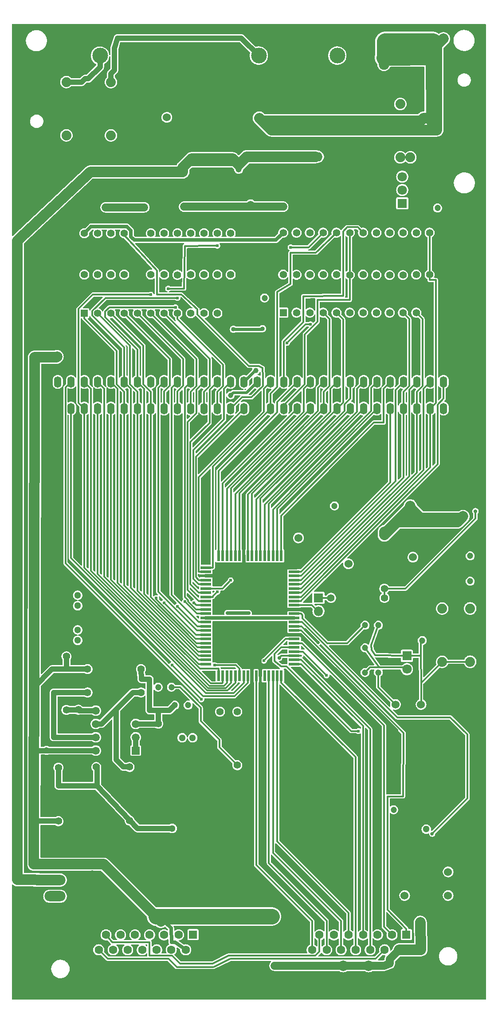
<source format=gbl>
G04 Layer: BottomLayer*
G04 EasyEDA v6.5.22, 2023-03-19 17:06:58*
G04 335dbd9ce43f406c9e30b40db76e6e78,a2f4cb7aa3704937908c5b59a0d1150c,10*
G04 Gerber Generator version 0.2*
G04 Scale: 100 percent, Rotated: No, Reflected: No *
G04 Dimensions in millimeters *
G04 leading zeros omitted , absolute positions ,4 integer and 5 decimal *
%FSLAX45Y45*%
%MOMM*%

%AMMACRO1*21,1,$1,$2,0,0,$3*%
%ADD10C,0.3000*%
%ADD11C,2.0000*%
%ADD12C,0.6000*%
%ADD13C,1.0000*%
%ADD14C,0.6500*%
%ADD15C,1.5000*%
%ADD16C,0.3500*%
%ADD17C,0.7000*%
%ADD18C,3.0000*%
%ADD19C,0.5000*%
%ADD20MACRO1,0.5715X2.0701X90.0000*%
%ADD21MACRO1,0.5715X2.0701X0.0000*%
%ADD22C,1.4000*%
%ADD23C,1.1938*%
%ADD24C,1.8796*%
%ADD25C,1.5240*%
%ADD26C,1.2000*%
%ADD27C,1.3000*%
%ADD28O,1.41986X2.159*%
%ADD29R,1.4199X2.0320*%
%ADD30C,1.6000*%
%ADD31R,1.6000X1.6000*%
%ADD32O,1.7999964X1.7999964*%
%ADD33R,1.8000X1.8000*%
%ADD34R,1.3970X1.3970*%
%ADD35C,1.3970*%
%ADD36O,4.5999908X1.9999959999999999*%
%ADD37O,1.9999959999999999X4.5999908*%
%ADD38C,1.8000*%
%ADD39O,1.3999972X2.7999944*%
%ADD40O,1.3999972X3.9999919999999998*%
%ADD41O,2.7999944X1.3999972*%
%ADD42O,2.5999948X1.7999964*%
%ADD43R,2.6000X1.8000*%
%ADD44O,4.9999899999999995X2.4999949999999997*%
%ADD45O,3.9999919999999998X1.9999959999999999*%
%ADD46R,1.5000X1.5000*%
%ADD47O,3.9999919999999998X1.3999972*%
%ADD48C,0.6100*%
%ADD49C,0.6500*%
%ADD50C,0.7000*%
%ADD51C,0.8500*%
%ADD52C,0.0129*%

%LPD*%
G36*
X671068Y-10019792D02*
G01*
X667156Y-10019030D01*
X663905Y-10016794D01*
X661670Y-10013543D01*
X660908Y-10009632D01*
X660908Y-7835493D01*
X661619Y-7831785D01*
X663600Y-7828584D01*
X666648Y-7826349D01*
X670306Y-7825384D01*
X674065Y-7825790D01*
X677418Y-7827568D01*
X689660Y-7837322D01*
X702614Y-7845298D01*
X716432Y-7851648D01*
X730910Y-7856270D01*
X745845Y-7859166D01*
X761339Y-7860182D01*
X1370279Y-7865008D01*
X1385316Y-7865872D01*
X1584706Y-7865872D01*
X1600200Y-7864957D01*
X1615135Y-7862214D01*
X1629664Y-7857693D01*
X1643481Y-7851444D01*
X1656537Y-7843570D01*
X1668475Y-7834223D01*
X1679244Y-7823453D01*
X1688592Y-7811516D01*
X1696466Y-7798511D01*
X1702714Y-7784642D01*
X1707235Y-7770114D01*
X1709978Y-7755178D01*
X1710893Y-7739989D01*
X1709978Y-7724800D01*
X1707235Y-7709865D01*
X1702714Y-7695336D01*
X1696466Y-7681468D01*
X1688592Y-7668463D01*
X1679244Y-7656525D01*
X1668475Y-7645755D01*
X1656537Y-7636357D01*
X1643481Y-7628534D01*
X1629664Y-7622286D01*
X1615135Y-7617764D01*
X1600200Y-7615021D01*
X1584706Y-7614056D01*
X1484833Y-7614056D01*
X897991Y-7609433D01*
X894130Y-7608671D01*
X890879Y-7606436D01*
X888695Y-7603185D01*
X887933Y-7599273D01*
X887933Y4386021D01*
X888746Y4390034D01*
X891133Y4393438D01*
X2205837Y5624423D01*
X2209038Y5626506D01*
X2212746Y5627166D01*
X3923995Y5627166D01*
X3939489Y5628132D01*
X3954424Y5630875D01*
X3968953Y5635396D01*
X3982821Y5641644D01*
X3995826Y5649518D01*
X4007764Y5658866D01*
X4018534Y5669635D01*
X4027881Y5681573D01*
X4035755Y5694578D01*
X4042003Y5708446D01*
X4046524Y5722975D01*
X4049268Y5737910D01*
X4050233Y5753404D01*
X4050233Y5785662D01*
X4050995Y5789523D01*
X4053179Y5792825D01*
X4093565Y5833211D01*
X4096867Y5835396D01*
X4100779Y5836208D01*
X4865420Y5836208D01*
X4869332Y5835396D01*
X4872634Y5833211D01*
X4901844Y5804001D01*
X4904689Y5800445D01*
X4905756Y5796686D01*
X4906111Y5791657D01*
X4908702Y5779719D01*
X4912969Y5768238D01*
X4918862Y5757468D01*
X4926177Y5747664D01*
X4934864Y5738977D01*
X4944668Y5731662D01*
X4955438Y5725769D01*
X4966919Y5721502D01*
X4978857Y5718911D01*
X4991100Y5717997D01*
X5003342Y5718911D01*
X5015280Y5721502D01*
X5026761Y5725769D01*
X5037531Y5731662D01*
X5047335Y5738977D01*
X5056022Y5747664D01*
X5063337Y5757468D01*
X5069230Y5768238D01*
X5073497Y5779719D01*
X5076088Y5791657D01*
X5076444Y5796686D01*
X5077510Y5800445D01*
X5080355Y5804001D01*
X5192674Y5916269D01*
X5195925Y5918504D01*
X5199837Y5919266D01*
X6463487Y5919266D01*
X6478981Y5920181D01*
X6493916Y5922924D01*
X6508445Y5927445D01*
X6512306Y5929223D01*
X6515811Y5930087D01*
X6518300Y5930239D01*
X6532626Y5932982D01*
X6546443Y5937453D01*
X6559600Y5943650D01*
X6571894Y5951474D01*
X6583121Y5960719D01*
X6593078Y5971336D01*
X6601663Y5983122D01*
X6608673Y5995873D01*
X6614007Y6009386D01*
X6617614Y6023508D01*
X6619443Y6037935D01*
X6619443Y6052464D01*
X6617614Y6066942D01*
X6614007Y6081014D01*
X6608673Y6094577D01*
X6601663Y6107328D01*
X6593078Y6119063D01*
X6583121Y6129680D01*
X6571894Y6138976D01*
X6559600Y6146749D01*
X6546443Y6152946D01*
X6532626Y6157468D01*
X6518300Y6160211D01*
X6515658Y6160363D01*
X6512102Y6161227D01*
X6508445Y6162903D01*
X6493916Y6167424D01*
X6478981Y6170168D01*
X6463487Y6171082D01*
X5143652Y6171082D01*
X5135880Y6170828D01*
X5128310Y6170168D01*
X5120792Y6168999D01*
X5113324Y6167424D01*
X5106009Y6165392D01*
X5098846Y6162903D01*
X5091785Y6160008D01*
X5084978Y6156655D01*
X5078323Y6152896D01*
X5071973Y6148781D01*
X5065826Y6144260D01*
X5059984Y6139434D01*
X5054346Y6134100D01*
X4998262Y6078067D01*
X4995011Y6075832D01*
X4991100Y6075070D01*
X4987188Y6075832D01*
X4983937Y6078067D01*
X4965954Y6096000D01*
X4960264Y6101334D01*
X4954422Y6106210D01*
X4948326Y6110732D01*
X4941925Y6114846D01*
X4935321Y6118606D01*
X4928463Y6121908D01*
X4921453Y6124803D01*
X4914239Y6127292D01*
X4906924Y6129324D01*
X4899507Y6130950D01*
X4891989Y6132068D01*
X4884420Y6132779D01*
X4876647Y6132982D01*
X4089552Y6132982D01*
X4081779Y6132779D01*
X4074210Y6132068D01*
X4066692Y6130950D01*
X4059275Y6129324D01*
X4051960Y6127292D01*
X4044746Y6124803D01*
X4037736Y6121908D01*
X4030878Y6118606D01*
X4024274Y6114846D01*
X4017873Y6110732D01*
X4011777Y6106210D01*
X4005935Y6101334D01*
X4000246Y6096000D01*
X3835400Y5931154D01*
X3830065Y5925464D01*
X3825189Y5919622D01*
X3820668Y5913526D01*
X3816553Y5907125D01*
X3812794Y5900521D01*
X3809492Y5893714D01*
X3806190Y5885383D01*
X3803954Y5882030D01*
X3800652Y5879795D01*
X3796741Y5878982D01*
X2155698Y5878982D01*
X2143658Y5878068D01*
X2140559Y5877661D01*
X2128723Y5875324D01*
X2125675Y5874512D01*
X2114194Y5870752D01*
X2111298Y5869635D01*
X2100326Y5864504D01*
X2097582Y5863031D01*
X2087321Y5856630D01*
X2084781Y5854801D01*
X2075383Y5847232D01*
X678027Y4538827D01*
X674674Y4536795D01*
X670864Y4536084D01*
X667004Y4536948D01*
X663803Y4539132D01*
X661670Y4542434D01*
X660908Y4546244D01*
X660908Y8561832D01*
X661670Y8565743D01*
X663905Y8568994D01*
X667156Y8571230D01*
X671068Y8571992D01*
X9704832Y8571992D01*
X9708743Y8571230D01*
X9711994Y8568994D01*
X9714230Y8565743D01*
X9714992Y8561832D01*
X9714992Y-10009632D01*
X9714230Y-10013543D01*
X9711994Y-10016794D01*
X9708743Y-10019030D01*
X9704832Y-10019792D01*
G37*

%LPC*%
G36*
X1592021Y-9611918D02*
G01*
X1610106Y-9610547D01*
X1627886Y-9607296D01*
X1645310Y-9602216D01*
X1662074Y-9595408D01*
X1678025Y-9586874D01*
X1693062Y-9576765D01*
X1706981Y-9565182D01*
X1719630Y-9552228D01*
X1730857Y-9538004D01*
X1740560Y-9522714D01*
X1748688Y-9506559D01*
X1755038Y-9489592D01*
X1759661Y-9472066D01*
X1762455Y-9454184D01*
X1763369Y-9436100D01*
X1762455Y-9418015D01*
X1759661Y-9400133D01*
X1755038Y-9382607D01*
X1748688Y-9365640D01*
X1740560Y-9349486D01*
X1730857Y-9334195D01*
X1719630Y-9319971D01*
X1706981Y-9307017D01*
X1693062Y-9295434D01*
X1678025Y-9285325D01*
X1662074Y-9276791D01*
X1645310Y-9269984D01*
X1627886Y-9264904D01*
X1610106Y-9261652D01*
X1592021Y-9260281D01*
X1573936Y-9260738D01*
X1555953Y-9263075D01*
X1538325Y-9267190D01*
X1521256Y-9273184D01*
X1504848Y-9280855D01*
X1489303Y-9290151D01*
X1474825Y-9301022D01*
X1461516Y-9313316D01*
X1449578Y-9326930D01*
X1439062Y-9341713D01*
X1430172Y-9357461D01*
X1422908Y-9374073D01*
X1417421Y-9391294D01*
X1413713Y-9409023D01*
X1411833Y-9427057D01*
X1411833Y-9445142D01*
X1413713Y-9463176D01*
X1417421Y-9480905D01*
X1422908Y-9498126D01*
X1430172Y-9514738D01*
X1439062Y-9530486D01*
X1449578Y-9545269D01*
X1461516Y-9558883D01*
X1474825Y-9571177D01*
X1489303Y-9582048D01*
X1504848Y-9591344D01*
X1521256Y-9599015D01*
X1538325Y-9605010D01*
X1555953Y-9609124D01*
X1573936Y-9611461D01*
G37*
G36*
X6985000Y-9498482D02*
G01*
X7000189Y-9497568D01*
X7015124Y-9494824D01*
X7029653Y-9490303D01*
X7043521Y-9484055D01*
X7060133Y-9474047D01*
X7063486Y-9473488D01*
X7395667Y-9473488D01*
X7399020Y-9474047D01*
X7415631Y-9484055D01*
X7429500Y-9490303D01*
X7444028Y-9494824D01*
X7458964Y-9497568D01*
X7474153Y-9498482D01*
X7489342Y-9497568D01*
X7504277Y-9494824D01*
X7518806Y-9490303D01*
X7532674Y-9484055D01*
X7549286Y-9474047D01*
X7552639Y-9473488D01*
X7767878Y-9473488D01*
X7776616Y-9473133D01*
X7781137Y-9472676D01*
X7789621Y-9471152D01*
X7794091Y-9470085D01*
X7802422Y-9467494D01*
X7912506Y-9427768D01*
X7920329Y-9424111D01*
X7924393Y-9421926D01*
X7931658Y-9417304D01*
X7935366Y-9414611D01*
X7941970Y-9409074D01*
X7945272Y-9405924D01*
X7951114Y-9399574D01*
X7954009Y-9396018D01*
X7958937Y-9388957D01*
X7961325Y-9385046D01*
X7965338Y-9377426D01*
X7967167Y-9373209D01*
X7970164Y-9365132D01*
X7971434Y-9360712D01*
X7973314Y-9352280D01*
X7974025Y-9347758D01*
X7974787Y-9339173D01*
X7974888Y-9297974D01*
X7975701Y-9294063D01*
X7977886Y-9290761D01*
X8069478Y-9199168D01*
X8072729Y-9196984D01*
X8076590Y-9196222D01*
X8473694Y-9193682D01*
X8489137Y-9192361D01*
X8504021Y-9189262D01*
X8518398Y-9184386D01*
X8532114Y-9177832D01*
X8544915Y-9169654D01*
X8556650Y-9159951D01*
X8567115Y-9148978D01*
X8576208Y-9136786D01*
X8583777Y-9123578D01*
X8589670Y-9109557D01*
X8593836Y-9094927D01*
X8596223Y-9079941D01*
X8596782Y-9064447D01*
X8584082Y-8544255D01*
X8583168Y-8531758D01*
X8582812Y-8529066D01*
X8580424Y-8516772D01*
X8575852Y-8502294D01*
X8574887Y-8499754D01*
X8568334Y-8486038D01*
X8561730Y-8475421D01*
X8552332Y-8463483D01*
X8550503Y-8461451D01*
X8541562Y-8452713D01*
X8529574Y-8443366D01*
X8516569Y-8435543D01*
X8502650Y-8429294D01*
X8500160Y-8428380D01*
X8488172Y-8424824D01*
X8473186Y-8422081D01*
X8470493Y-8421776D01*
X8455304Y-8421217D01*
X8442858Y-8422132D01*
X8440166Y-8422487D01*
X8427872Y-8424875D01*
X8413394Y-8429447D01*
X8410854Y-8430412D01*
X8397138Y-8436965D01*
X8386521Y-8443569D01*
X8374583Y-8452967D01*
X8372551Y-8454796D01*
X8363813Y-8463737D01*
X8354466Y-8475726D01*
X8346643Y-8488730D01*
X8340394Y-8502650D01*
X8335924Y-8517128D01*
X8333181Y-8532114D01*
X8332876Y-8534806D01*
X8332317Y-8550249D01*
X8341664Y-8932367D01*
X8340953Y-8936329D01*
X8338769Y-8939682D01*
X8335467Y-8941968D01*
X8331555Y-8942781D01*
X8055000Y-8944559D01*
X8039557Y-8945575D01*
X8024622Y-8948420D01*
X8010144Y-8953042D01*
X7996275Y-8959342D01*
X7983321Y-8967317D01*
X7971434Y-8976766D01*
X7960766Y-8987586D01*
X7951470Y-8999575D01*
X7943646Y-9012631D01*
X7937500Y-9026550D01*
X7933080Y-9041079D01*
X7931708Y-9048953D01*
X7930692Y-9051899D01*
X7928864Y-9054388D01*
X7901381Y-9081871D01*
X7897977Y-9084106D01*
X7893964Y-9084868D01*
X7890002Y-9083954D01*
X7886700Y-9081566D01*
X7884566Y-9078061D01*
X7884058Y-9074048D01*
X7884261Y-9070441D01*
X7883347Y-9056624D01*
X7880654Y-9043060D01*
X7876235Y-9029954D01*
X7870088Y-9017508D01*
X7862366Y-9005976D01*
X7853273Y-8995562D01*
X7842859Y-8986469D01*
X7831328Y-8978747D01*
X7818932Y-8972600D01*
X7805775Y-8968181D01*
X7792212Y-8965488D01*
X7778394Y-8964574D01*
X7764576Y-8965488D01*
X7750962Y-8968181D01*
X7737856Y-8972600D01*
X7725460Y-8978747D01*
X7713929Y-8986469D01*
X7703515Y-8995562D01*
X7694371Y-9005976D01*
X7686700Y-9017508D01*
X7680553Y-9029954D01*
X7676134Y-9043060D01*
X7673390Y-9056624D01*
X7672476Y-9070441D01*
X7673390Y-9084259D01*
X7676134Y-9097873D01*
X7678369Y-9104579D01*
X7678928Y-9108287D01*
X7678064Y-9111945D01*
X7675930Y-9115044D01*
X7593075Y-9197898D01*
X7589774Y-9200134D01*
X7585913Y-9200896D01*
X6517741Y-9200896D01*
X6513830Y-9200134D01*
X6510578Y-9197898D01*
X6508343Y-9194596D01*
X6507581Y-9190736D01*
X6508343Y-9186824D01*
X6510578Y-9183522D01*
X6562191Y-9131858D01*
X6565747Y-9127540D01*
X6568643Y-9125153D01*
X6572199Y-9123934D01*
X6575958Y-9124137D01*
X6579412Y-9125661D01*
X6582054Y-9128353D01*
X6586423Y-9134906D01*
X6595567Y-9145320D01*
X6605981Y-9154464D01*
X6617512Y-9162135D01*
X6629908Y-9168282D01*
X6643014Y-9172752D01*
X6656628Y-9175445D01*
X6670446Y-9176359D01*
X6684264Y-9175445D01*
X6697827Y-9172752D01*
X6710984Y-9168282D01*
X6723380Y-9162135D01*
X6734911Y-9154464D01*
X6745325Y-9145320D01*
X6754418Y-9134906D01*
X6762140Y-9123375D01*
X6768287Y-9110980D01*
X6772706Y-9097873D01*
X6775399Y-9084259D01*
X6776313Y-9070441D01*
X6775399Y-9056624D01*
X6772706Y-9043060D01*
X6768287Y-9029954D01*
X6762140Y-9017508D01*
X6754418Y-9005976D01*
X6745325Y-8995562D01*
X6734911Y-8986469D01*
X6723380Y-8978747D01*
X6717030Y-8975598D01*
X6714032Y-8973362D01*
X6712051Y-8970162D01*
X6711340Y-8966504D01*
X6711340Y-8860231D01*
X6712153Y-8856268D01*
X6714490Y-8852916D01*
X6717944Y-8850731D01*
X6721957Y-8850122D01*
X6725920Y-8851087D01*
X6729171Y-8853525D01*
X6735775Y-8861094D01*
X6746189Y-8870238D01*
X6757720Y-8877909D01*
X6770116Y-8884056D01*
X6783222Y-8888526D01*
X6796836Y-8891219D01*
X6810654Y-8892133D01*
X6824472Y-8891219D01*
X6838035Y-8888526D01*
X6851192Y-8884056D01*
X6863588Y-8877909D01*
X6875119Y-8870238D01*
X6885533Y-8861094D01*
X6888835Y-8857284D01*
X6892086Y-8854846D01*
X6896049Y-8853830D01*
X6900062Y-8854490D01*
X6903516Y-8856675D01*
X6905853Y-8860028D01*
X6906666Y-8863990D01*
X6906666Y-8966504D01*
X6905955Y-8970162D01*
X6903974Y-8973362D01*
X6900976Y-8975598D01*
X6894626Y-8978747D01*
X6883095Y-8986469D01*
X6872681Y-8995562D01*
X6863537Y-9005976D01*
X6855866Y-9017508D01*
X6849719Y-9029954D01*
X6845300Y-9043060D01*
X6842556Y-9056624D01*
X6841642Y-9070441D01*
X6842556Y-9084259D01*
X6845300Y-9097873D01*
X6849719Y-9110980D01*
X6855866Y-9123375D01*
X6863537Y-9134906D01*
X6872681Y-9145320D01*
X6883095Y-9154464D01*
X6894626Y-9162135D01*
X6907022Y-9168282D01*
X6920128Y-9172752D01*
X6933742Y-9175445D01*
X6947560Y-9176359D01*
X6961378Y-9175445D01*
X6974941Y-9172752D01*
X6988098Y-9168282D01*
X7000494Y-9162135D01*
X7012025Y-9154464D01*
X7022439Y-9145320D01*
X7031532Y-9134906D01*
X7039254Y-9123375D01*
X7045401Y-9110980D01*
X7049820Y-9097873D01*
X7052513Y-9084259D01*
X7053427Y-9070441D01*
X7052513Y-9056624D01*
X7049820Y-9043060D01*
X7045401Y-9029954D01*
X7039254Y-9017508D01*
X7031532Y-9005976D01*
X7022439Y-8995562D01*
X7012025Y-8986469D01*
X7000494Y-8978747D01*
X6994144Y-8975598D01*
X6991146Y-8973362D01*
X6989165Y-8970162D01*
X6988454Y-8966504D01*
X6988454Y-8860536D01*
X6989267Y-8856522D01*
X6991603Y-8853220D01*
X6995058Y-8851036D01*
X6999071Y-8850376D01*
X7003034Y-8851392D01*
X7006285Y-8853830D01*
X7012635Y-8861094D01*
X7023049Y-8870238D01*
X7034580Y-8877909D01*
X7046975Y-8884056D01*
X7060082Y-8888526D01*
X7073696Y-8891219D01*
X7087514Y-8892133D01*
X7101331Y-8891219D01*
X7114895Y-8888526D01*
X7128052Y-8884056D01*
X7140448Y-8877909D01*
X7151979Y-8870238D01*
X7162393Y-8861094D01*
X7165695Y-8857284D01*
X7168946Y-8854846D01*
X7172909Y-8853830D01*
X7176922Y-8854490D01*
X7180376Y-8856675D01*
X7182713Y-8860028D01*
X7183526Y-8863990D01*
X7183526Y-8966504D01*
X7182815Y-8970162D01*
X7180834Y-8973362D01*
X7177836Y-8975598D01*
X7171486Y-8978747D01*
X7159955Y-8986469D01*
X7149541Y-8995562D01*
X7140397Y-9005976D01*
X7132726Y-9017508D01*
X7126579Y-9029954D01*
X7122159Y-9043060D01*
X7119416Y-9056624D01*
X7118502Y-9070441D01*
X7119416Y-9084259D01*
X7122159Y-9097873D01*
X7126579Y-9110980D01*
X7132726Y-9123375D01*
X7140397Y-9134906D01*
X7149541Y-9145320D01*
X7159955Y-9154464D01*
X7171486Y-9162135D01*
X7183881Y-9168282D01*
X7196988Y-9172752D01*
X7210602Y-9175445D01*
X7224420Y-9176359D01*
X7238238Y-9175445D01*
X7251801Y-9172752D01*
X7264958Y-9168282D01*
X7277353Y-9162135D01*
X7288885Y-9154464D01*
X7299299Y-9145320D01*
X7308392Y-9134906D01*
X7316114Y-9123375D01*
X7322261Y-9110980D01*
X7326680Y-9097873D01*
X7329373Y-9084259D01*
X7330287Y-9070441D01*
X7329373Y-9056624D01*
X7326680Y-9043060D01*
X7322261Y-9029954D01*
X7316114Y-9017508D01*
X7308392Y-9005976D01*
X7299299Y-8995562D01*
X7288885Y-8986469D01*
X7277353Y-8978747D01*
X7271003Y-8975598D01*
X7268006Y-8973362D01*
X7266025Y-8970162D01*
X7265314Y-8966504D01*
X7265314Y-8860231D01*
X7266127Y-8856268D01*
X7268464Y-8852916D01*
X7271918Y-8850731D01*
X7275931Y-8850122D01*
X7279894Y-8851087D01*
X7283145Y-8853525D01*
X7289749Y-8861094D01*
X7300163Y-8870238D01*
X7311694Y-8877909D01*
X7324090Y-8884056D01*
X7337196Y-8888526D01*
X7350810Y-8891219D01*
X7364628Y-8892133D01*
X7378446Y-8891219D01*
X7392009Y-8888526D01*
X7405166Y-8884056D01*
X7417562Y-8877909D01*
X7429093Y-8870238D01*
X7439507Y-8861094D01*
X7442809Y-8857284D01*
X7446060Y-8854846D01*
X7450023Y-8853830D01*
X7454036Y-8854490D01*
X7457490Y-8856675D01*
X7459827Y-8860028D01*
X7460640Y-8863990D01*
X7460640Y-8966504D01*
X7459929Y-8970162D01*
X7457948Y-8973362D01*
X7454950Y-8975598D01*
X7448600Y-8978747D01*
X7437069Y-8986469D01*
X7426655Y-8995562D01*
X7417511Y-9005976D01*
X7409840Y-9017508D01*
X7403693Y-9029954D01*
X7399274Y-9043060D01*
X7396530Y-9056624D01*
X7395616Y-9070441D01*
X7396530Y-9084259D01*
X7399274Y-9097873D01*
X7403693Y-9110980D01*
X7409840Y-9123375D01*
X7417511Y-9134906D01*
X7426655Y-9145320D01*
X7437069Y-9154464D01*
X7448600Y-9162135D01*
X7460996Y-9168282D01*
X7474102Y-9172752D01*
X7487716Y-9175445D01*
X7501534Y-9176359D01*
X7515352Y-9175445D01*
X7528915Y-9172752D01*
X7542072Y-9168282D01*
X7554468Y-9162135D01*
X7565999Y-9154464D01*
X7576413Y-9145320D01*
X7585506Y-9134906D01*
X7593228Y-9123375D01*
X7599375Y-9110980D01*
X7603794Y-9097873D01*
X7606487Y-9084259D01*
X7607401Y-9070441D01*
X7606487Y-9056624D01*
X7603794Y-9043060D01*
X7599375Y-9029954D01*
X7593228Y-9017508D01*
X7585506Y-9005976D01*
X7576413Y-8995562D01*
X7565999Y-8986469D01*
X7554468Y-8978747D01*
X7548118Y-8975598D01*
X7545120Y-8973362D01*
X7543139Y-8970162D01*
X7542428Y-8966504D01*
X7542428Y-8860536D01*
X7543241Y-8856522D01*
X7545578Y-8853220D01*
X7549032Y-8851036D01*
X7553045Y-8850376D01*
X7557008Y-8851392D01*
X7560259Y-8853830D01*
X7566609Y-8861094D01*
X7577023Y-8870238D01*
X7588554Y-8877909D01*
X7600950Y-8884056D01*
X7614056Y-8888526D01*
X7627670Y-8891219D01*
X7641488Y-8892133D01*
X7655306Y-8891219D01*
X7668869Y-8888526D01*
X7682026Y-8884056D01*
X7694422Y-8877909D01*
X7705953Y-8870238D01*
X7716367Y-8861094D01*
X7725460Y-8850680D01*
X7733182Y-8839149D01*
X7739329Y-8826754D01*
X7743748Y-8813647D01*
X7746441Y-8800033D01*
X7747355Y-8786215D01*
X7746441Y-8772398D01*
X7743748Y-8758834D01*
X7739329Y-8745728D01*
X7733182Y-8733282D01*
X7725460Y-8721750D01*
X7716367Y-8711336D01*
X7705953Y-8702243D01*
X7694422Y-8694521D01*
X7682026Y-8688374D01*
X7668869Y-8683955D01*
X7655306Y-8681262D01*
X7641488Y-8680348D01*
X7627670Y-8681262D01*
X7614056Y-8683955D01*
X7600950Y-8688374D01*
X7588554Y-8694521D01*
X7577023Y-8702243D01*
X7566609Y-8711336D01*
X7560259Y-8718600D01*
X7557008Y-8721090D01*
X7553045Y-8722055D01*
X7549032Y-8721445D01*
X7545578Y-8719261D01*
X7543241Y-8715908D01*
X7542428Y-8711895D01*
X7542428Y-4863846D01*
X7541615Y-4855362D01*
X7539278Y-4847742D01*
X7535519Y-4840681D01*
X7530084Y-4834077D01*
X6213297Y-3517290D01*
X6208166Y-3513074D01*
X6205423Y-3509568D01*
X6204458Y-3505200D01*
X6205423Y-3500882D01*
X6208166Y-3497326D01*
X6212890Y-3493465D01*
X6217970Y-3487267D01*
X6221780Y-3480206D01*
X6224066Y-3472637D01*
X6226048Y-3468979D01*
X6229350Y-3466439D01*
X6233363Y-3465423D01*
X6237478Y-3466134D01*
X6240983Y-3468420D01*
X6610350Y-3837787D01*
X6612381Y-3840683D01*
X6613296Y-3844086D01*
X6613702Y-3848557D01*
X6616242Y-3858056D01*
X6620408Y-3866946D01*
X6625996Y-3875024D01*
X6632956Y-3881983D01*
X6641033Y-3887571D01*
X6649923Y-3891737D01*
X6659422Y-3894277D01*
X6669227Y-3895140D01*
X6678980Y-3894277D01*
X6688480Y-3891737D01*
X6697370Y-3887571D01*
X6705447Y-3881983D01*
X6712407Y-3875024D01*
X6717995Y-3866946D01*
X6722160Y-3858056D01*
X6724700Y-3848557D01*
X6725564Y-3838803D01*
X6725412Y-3836924D01*
X6725869Y-3832809D01*
X6727952Y-3829253D01*
X6731253Y-3826814D01*
X6735216Y-3825849D01*
X6739280Y-3826560D01*
X6742734Y-3828846D01*
X7720838Y-4806950D01*
X7723022Y-4810252D01*
X7723784Y-4814163D01*
X7723784Y-8631834D01*
X7724648Y-8640318D01*
X7726984Y-8647938D01*
X7730744Y-8655050D01*
X7736128Y-8661603D01*
X7816189Y-8741613D01*
X7818272Y-8744712D01*
X7819136Y-8748369D01*
X7818628Y-8752078D01*
X7816342Y-8758834D01*
X7813598Y-8772398D01*
X7812684Y-8786215D01*
X7813598Y-8800033D01*
X7816342Y-8813647D01*
X7820761Y-8826754D01*
X7826908Y-8839149D01*
X7834579Y-8850680D01*
X7843723Y-8861094D01*
X7854137Y-8870238D01*
X7865668Y-8877909D01*
X7878064Y-8884056D01*
X7891170Y-8888526D01*
X7904784Y-8891219D01*
X7918602Y-8892133D01*
X7932420Y-8891219D01*
X7945983Y-8888526D01*
X7959140Y-8884056D01*
X7971536Y-8877909D01*
X7983067Y-8870238D01*
X7993481Y-8861094D01*
X8002574Y-8850680D01*
X8010296Y-8839149D01*
X8016443Y-8826754D01*
X8020862Y-8813647D01*
X8023555Y-8800033D01*
X8024469Y-8786215D01*
X8023555Y-8772398D01*
X8020862Y-8758834D01*
X8016443Y-8745728D01*
X8010296Y-8733282D01*
X8002574Y-8721750D01*
X7993481Y-8711336D01*
X7983067Y-8702243D01*
X7971536Y-8694521D01*
X7959140Y-8688374D01*
X7945983Y-8683955D01*
X7932420Y-8681262D01*
X7918602Y-8680348D01*
X7904784Y-8681262D01*
X7891170Y-8683955D01*
X7884464Y-8686241D01*
X7880756Y-8686749D01*
X7877098Y-8685885D01*
X7874050Y-8683802D01*
X7808620Y-8618372D01*
X7806385Y-8615070D01*
X7805623Y-8611158D01*
X7805623Y-8356346D01*
X7806385Y-8352434D01*
X7808620Y-8349081D01*
X7811973Y-8346897D01*
X7815935Y-8346186D01*
X7819847Y-8346998D01*
X7823098Y-8349284D01*
X8120888Y-8659622D01*
X8123224Y-8663482D01*
X8123681Y-8667902D01*
X8122158Y-8672118D01*
X8118957Y-8675268D01*
X8114741Y-8676741D01*
X8108137Y-8677503D01*
X8102650Y-8679434D01*
X8097774Y-8682482D01*
X8093659Y-8686596D01*
X8090611Y-8691473D01*
X8088680Y-8696960D01*
X8087969Y-8703259D01*
X8087969Y-8862110D01*
X8088680Y-8868460D01*
X8090611Y-8873896D01*
X8093659Y-8878824D01*
X8097774Y-8882888D01*
X8102650Y-8885986D01*
X8108137Y-8887866D01*
X8114436Y-8888628D01*
X8273288Y-8888628D01*
X8279638Y-8887866D01*
X8285073Y-8885986D01*
X8290001Y-8882888D01*
X8294065Y-8878824D01*
X8297164Y-8873896D01*
X8299094Y-8868460D01*
X8299805Y-8862110D01*
X8299805Y-8703259D01*
X8299094Y-8696960D01*
X8297164Y-8691473D01*
X8294065Y-8686596D01*
X8290001Y-8682482D01*
X8285073Y-8679434D01*
X8279638Y-8677503D01*
X8273288Y-8676792D01*
X8242046Y-8676792D01*
X8238591Y-8676182D01*
X8235543Y-8674404D01*
X8233257Y-8671763D01*
X8229549Y-8659266D01*
X8225942Y-8652103D01*
X8220659Y-8645398D01*
X7880756Y-8291220D01*
X7878673Y-8287969D01*
X7877911Y-8284159D01*
X7876997Y-6473240D01*
X7877962Y-6468922D01*
X7880705Y-6465366D01*
X7884718Y-6463385D01*
X7889189Y-6463284D01*
X7893253Y-6465112D01*
X7903768Y-6473037D01*
X7914538Y-6478930D01*
X7926019Y-6483197D01*
X7937957Y-6485788D01*
X7950200Y-6486702D01*
X7962442Y-6485788D01*
X7974380Y-6483197D01*
X7985861Y-6478930D01*
X7996631Y-6473037D01*
X8006435Y-6465722D01*
X8015122Y-6457035D01*
X8022437Y-6447231D01*
X8028330Y-6436461D01*
X8032597Y-6424980D01*
X8035188Y-6413042D01*
X8036102Y-6400800D01*
X8035188Y-6388557D01*
X8032597Y-6376619D01*
X8028330Y-6365138D01*
X8022437Y-6354368D01*
X8015122Y-6344564D01*
X8006435Y-6335877D01*
X7996631Y-6328562D01*
X7985861Y-6322669D01*
X7974380Y-6318402D01*
X7962442Y-6315811D01*
X7950200Y-6314897D01*
X7937957Y-6315811D01*
X7926019Y-6318402D01*
X7914538Y-6322669D01*
X7903768Y-6328562D01*
X7893202Y-6336538D01*
X7889087Y-6338366D01*
X7884617Y-6338316D01*
X7880654Y-6336284D01*
X7877911Y-6332778D01*
X7876895Y-6328410D01*
X7876844Y-6197854D01*
X7877606Y-6193993D01*
X7879791Y-6190691D01*
X7883093Y-6188506D01*
X7887004Y-6187694D01*
X8127542Y-6187694D01*
X8135518Y-6186982D01*
X8143240Y-6184696D01*
X8150352Y-6180988D01*
X8156600Y-6176010D01*
X8161731Y-6169863D01*
X8165592Y-6162852D01*
X8167979Y-6155182D01*
X8168894Y-6146749D01*
X8181594Y-4941214D01*
X8180831Y-4932730D01*
X8178596Y-4925060D01*
X8174939Y-4917998D01*
X8169249Y-4910988D01*
X6532575Y-3275076D01*
X6530238Y-3271367D01*
X6529628Y-3266998D01*
X6530949Y-3262833D01*
X6533946Y-3259582D01*
X6538620Y-3256279D01*
X6545580Y-3249320D01*
X6548069Y-3245815D01*
X6551320Y-3242818D01*
X6555486Y-3241497D01*
X6559854Y-3242056D01*
X6563563Y-3244443D01*
X7987639Y-4668520D01*
X7994243Y-4673904D01*
X8001304Y-4677714D01*
X8008975Y-4680000D01*
X8017408Y-4680864D01*
X9009075Y-4680864D01*
X9012986Y-4681626D01*
X9016288Y-4683810D01*
X9314942Y-4982514D01*
X9317177Y-4985816D01*
X9317939Y-4989728D01*
X9317939Y-6163208D01*
X9317177Y-6167120D01*
X9314942Y-6170422D01*
X8688374Y-6796989D01*
X8685276Y-6799072D01*
X8681618Y-6799935D01*
X8677808Y-6800088D01*
X8673439Y-6801053D01*
X8669375Y-6801053D01*
X8665616Y-6799478D01*
X8662771Y-6796531D01*
X8661298Y-6792722D01*
X8661450Y-6788658D01*
X8662009Y-6786473D01*
X8663330Y-6773875D01*
X8662873Y-6761175D01*
X8660688Y-6748729D01*
X8656777Y-6736638D01*
X8651189Y-6725259D01*
X8644128Y-6714744D01*
X8635644Y-6705346D01*
X8625941Y-6697167D01*
X8615172Y-6690461D01*
X8603589Y-6685280D01*
X8591397Y-6681825D01*
X8578850Y-6680047D01*
X8566150Y-6680047D01*
X8553602Y-6681825D01*
X8541410Y-6685280D01*
X8529828Y-6690461D01*
X8519058Y-6697167D01*
X8509355Y-6705346D01*
X8500872Y-6714744D01*
X8493810Y-6725259D01*
X8488222Y-6736638D01*
X8484311Y-6748729D01*
X8482126Y-6761175D01*
X8481669Y-6773875D01*
X8482990Y-6786473D01*
X8486089Y-6798767D01*
X8490813Y-6810552D01*
X8497163Y-6821525D01*
X8504936Y-6831533D01*
X8514080Y-6840321D01*
X8524341Y-6847789D01*
X8535517Y-6853732D01*
X8547455Y-6858050D01*
X8559850Y-6860692D01*
X8572500Y-6861606D01*
X8585149Y-6860692D01*
X8597544Y-6858050D01*
X8609482Y-6853732D01*
X8612124Y-6852310D01*
X8616086Y-6851142D01*
X8620201Y-6851700D01*
X8623808Y-6853834D01*
X8626195Y-6857238D01*
X8627059Y-6861302D01*
X8627059Y-6862927D01*
X8628735Y-6872731D01*
X8631986Y-6882028D01*
X8636863Y-6890664D01*
X8643061Y-6898386D01*
X8650478Y-6904939D01*
X8658910Y-6910120D01*
X8668105Y-6913829D01*
X8677808Y-6915912D01*
X8687663Y-6916318D01*
X8697518Y-6915048D01*
X8706967Y-6912152D01*
X8715806Y-6907682D01*
X8723782Y-6901840D01*
X8730589Y-6894677D01*
X8736177Y-6886448D01*
X8740241Y-6877456D01*
X8742730Y-6867855D01*
X8743289Y-6861149D01*
X8744204Y-6857695D01*
X8746236Y-6854799D01*
X9387433Y-6213652D01*
X9392818Y-6207048D01*
X9396577Y-6199987D01*
X9398914Y-6192367D01*
X9399727Y-6183884D01*
X9399727Y-4969052D01*
X9398914Y-4960569D01*
X9396577Y-4952898D01*
X9392818Y-4945837D01*
X9387433Y-4939284D01*
X9059519Y-4611370D01*
X9052915Y-4605985D01*
X9045854Y-4602226D01*
X9038183Y-4599889D01*
X9029750Y-4599025D01*
X8038084Y-4599025D01*
X8034172Y-4598263D01*
X8030921Y-4596079D01*
X7942376Y-4507534D01*
X7940192Y-4504283D01*
X7939379Y-4500422D01*
X7940141Y-4496562D01*
X7942275Y-4493260D01*
X7945475Y-4491024D01*
X7949336Y-4490212D01*
X7953197Y-4490872D01*
X7955381Y-4491685D01*
X7968640Y-4494885D01*
X7982203Y-4496206D01*
X7995818Y-4495749D01*
X8009280Y-4493514D01*
X8022285Y-4489450D01*
X8034680Y-4483709D01*
X8046161Y-4476394D01*
X8056575Y-4467606D01*
X8065719Y-4457446D01*
X8073440Y-4446219D01*
X8079587Y-4434078D01*
X8084058Y-4421174D01*
X8086801Y-4407814D01*
X8087715Y-4394200D01*
X8086801Y-4380585D01*
X8084058Y-4367225D01*
X8079587Y-4354322D01*
X8073440Y-4342180D01*
X8065719Y-4330954D01*
X8056575Y-4320794D01*
X8046161Y-4312005D01*
X8034680Y-4304690D01*
X8022285Y-4298950D01*
X8009280Y-4294886D01*
X7995818Y-4292650D01*
X7982203Y-4292193D01*
X7968640Y-4293514D01*
X7954721Y-4296918D01*
X7950911Y-4297629D01*
X7947101Y-4296816D01*
X7943900Y-4294632D01*
X7701991Y-4052722D01*
X7699806Y-4049420D01*
X7698994Y-4045559D01*
X7698994Y-3865524D01*
X7699654Y-3861968D01*
X7701483Y-3858869D01*
X7714132Y-3849268D01*
X7722768Y-3840632D01*
X7730083Y-3830878D01*
X7735925Y-3820160D01*
X7740192Y-3808729D01*
X7742783Y-3796792D01*
X7743647Y-3784600D01*
X7742783Y-3772408D01*
X7740192Y-3760470D01*
X7735925Y-3749040D01*
X7733944Y-3745433D01*
X7732725Y-3741420D01*
X7733233Y-3737254D01*
X7735366Y-3733698D01*
X7738770Y-3731260D01*
X7742885Y-3730396D01*
X8079841Y-3730396D01*
X8083245Y-3731006D01*
X8086293Y-3732733D01*
X8088579Y-3735374D01*
X8089798Y-3738626D01*
X8091931Y-3749903D01*
X8096453Y-3763772D01*
X8102650Y-3776929D01*
X8110423Y-3789222D01*
X8119719Y-3800449D01*
X8130336Y-3810406D01*
X8142122Y-3818940D01*
X8154873Y-3825951D01*
X8168386Y-3831336D01*
X8182508Y-3834942D01*
X8196935Y-3836771D01*
X8211464Y-3836771D01*
X8225891Y-3834942D01*
X8240014Y-3831336D01*
X8253526Y-3825951D01*
X8266277Y-3818940D01*
X8278063Y-3810406D01*
X8288680Y-3800449D01*
X8297976Y-3789222D01*
X8305749Y-3776929D01*
X8311946Y-3763772D01*
X8316468Y-3749903D01*
X8319160Y-3735628D01*
X8320074Y-3721100D01*
X8319160Y-3706571D01*
X8316468Y-3692296D01*
X8311946Y-3678428D01*
X8305749Y-3665270D01*
X8297976Y-3652977D01*
X8288680Y-3641750D01*
X8278063Y-3631793D01*
X8266277Y-3623259D01*
X8253526Y-3616248D01*
X8240014Y-3610864D01*
X8225891Y-3607257D01*
X8211464Y-3605428D01*
X8196935Y-3605428D01*
X8182508Y-3607257D01*
X8168386Y-3610864D01*
X8154873Y-3616248D01*
X8142122Y-3623259D01*
X8130336Y-3631793D01*
X8119719Y-3641750D01*
X8117128Y-3644900D01*
X8113623Y-3647592D01*
X8109305Y-3648557D01*
X7697165Y-3648557D01*
X7693964Y-3648049D01*
X7691120Y-3646576D01*
X7688884Y-3644290D01*
X7594396Y-3511550D01*
X7592669Y-3507435D01*
X7592872Y-3502964D01*
X7594955Y-3499053D01*
X7598511Y-3496360D01*
X7602880Y-3495497D01*
X8078368Y-3505403D01*
X8082178Y-3506215D01*
X8085378Y-3508451D01*
X8087563Y-3511702D01*
X8088274Y-3515563D01*
X8088274Y-3556508D01*
X8088985Y-3562858D01*
X8090916Y-3568293D01*
X8094014Y-3573221D01*
X8098078Y-3577285D01*
X8103006Y-3580384D01*
X8108442Y-3582314D01*
X8114792Y-3583025D01*
X8293608Y-3583025D01*
X8299958Y-3582314D01*
X8305393Y-3580384D01*
X8310321Y-3577285D01*
X8314385Y-3573221D01*
X8317484Y-3568293D01*
X8319414Y-3562858D01*
X8320125Y-3556508D01*
X8320125Y-3518154D01*
X8320887Y-3514293D01*
X8323072Y-3510991D01*
X8326374Y-3508806D01*
X8330285Y-3507994D01*
X8420100Y-3507994D01*
X8423960Y-3508756D01*
X8427262Y-3510940D01*
X8429498Y-3514242D01*
X8430260Y-3518103D01*
X8432698Y-3975252D01*
X8432698Y-4294428D01*
X8432038Y-4297984D01*
X8430209Y-4301083D01*
X8427415Y-4303369D01*
X8418677Y-4308144D01*
X8407704Y-4316222D01*
X8397900Y-4325721D01*
X8389416Y-4336440D01*
X8382457Y-4348175D01*
X8377174Y-4360722D01*
X8373567Y-4373880D01*
X8371738Y-4387392D01*
X8371738Y-4401007D01*
X8373567Y-4414520D01*
X8377174Y-4427677D01*
X8382457Y-4440224D01*
X8389416Y-4451959D01*
X8397900Y-4462678D01*
X8407704Y-4472178D01*
X8418677Y-4480255D01*
X8430615Y-4486808D01*
X8443366Y-4491685D01*
X8456625Y-4494885D01*
X8470188Y-4496206D01*
X8483803Y-4495749D01*
X8497265Y-4493514D01*
X8510270Y-4489450D01*
X8522665Y-4483709D01*
X8534146Y-4476394D01*
X8544560Y-4467606D01*
X8553704Y-4457446D01*
X8561425Y-4446219D01*
X8567572Y-4434078D01*
X8572042Y-4421174D01*
X8574786Y-4407814D01*
X8575700Y-4394200D01*
X8574786Y-4380585D01*
X8572042Y-4367225D01*
X8567572Y-4354322D01*
X8561425Y-4342180D01*
X8553704Y-4330954D01*
X8544560Y-4320794D01*
X8534146Y-4312005D01*
X8522665Y-4304690D01*
X8520379Y-4303623D01*
X8517280Y-4301388D01*
X8515248Y-4298188D01*
X8514486Y-4294428D01*
X8514486Y-4006291D01*
X8515299Y-4002379D01*
X8517483Y-3999077D01*
X8821724Y-3694836D01*
X8825128Y-3692601D01*
X8829192Y-3691839D01*
X8834018Y-3693160D01*
X8848039Y-3697630D01*
X8862568Y-3700373D01*
X8877300Y-3701287D01*
X8892032Y-3700373D01*
X8906560Y-3697630D01*
X8920581Y-3693160D01*
X8933992Y-3687013D01*
X8946540Y-3679240D01*
X8958072Y-3669995D01*
X8968333Y-3659378D01*
X8977223Y-3647592D01*
X8984589Y-3634841D01*
X8987282Y-3628491D01*
X8989466Y-3625240D01*
X8992768Y-3623056D01*
X8996629Y-3622294D01*
X9291116Y-3622294D01*
X9294774Y-3623005D01*
X9297974Y-3624986D01*
X9300210Y-3627932D01*
X9306915Y-3641344D01*
X9315043Y-3653637D01*
X9324644Y-3664864D01*
X9335566Y-3674770D01*
X9347606Y-3683304D01*
X9360611Y-3690315D01*
X9374378Y-3695649D01*
X9388652Y-3699205D01*
X9403334Y-3701034D01*
X9418066Y-3701034D01*
X9432747Y-3699205D01*
X9447022Y-3695649D01*
X9460788Y-3690315D01*
X9473793Y-3683304D01*
X9485833Y-3674770D01*
X9496755Y-3664864D01*
X9506356Y-3653637D01*
X9514484Y-3641344D01*
X9521088Y-3628136D01*
X9526016Y-3614216D01*
X9529165Y-3599789D01*
X9530537Y-3585108D01*
X9530080Y-3570325D01*
X9527794Y-3555746D01*
X9523730Y-3541572D01*
X9517989Y-3527958D01*
X9510623Y-3515207D01*
X9501733Y-3503422D01*
X9491472Y-3492804D01*
X9479940Y-3483559D01*
X9467392Y-3475786D01*
X9453981Y-3469640D01*
X9439960Y-3465169D01*
X9425432Y-3462426D01*
X9410700Y-3461512D01*
X9395968Y-3462426D01*
X9381439Y-3465169D01*
X9367418Y-3469640D01*
X9354007Y-3475786D01*
X9341459Y-3483559D01*
X9329928Y-3492804D01*
X9319666Y-3503422D01*
X9310776Y-3515207D01*
X9303410Y-3527958D01*
X9300718Y-3534308D01*
X9298533Y-3537559D01*
X9295231Y-3539744D01*
X9291370Y-3540506D01*
X8996883Y-3540506D01*
X8993225Y-3539794D01*
X8990025Y-3537864D01*
X8987790Y-3534867D01*
X8981084Y-3521456D01*
X8972956Y-3509162D01*
X8963355Y-3497935D01*
X8952433Y-3488029D01*
X8940393Y-3479495D01*
X8927388Y-3472484D01*
X8913622Y-3467150D01*
X8899347Y-3463594D01*
X8884666Y-3461765D01*
X8869934Y-3461765D01*
X8855252Y-3463594D01*
X8840978Y-3467150D01*
X8827211Y-3472484D01*
X8814206Y-3479495D01*
X8802166Y-3488029D01*
X8791244Y-3497935D01*
X8781643Y-3509162D01*
X8773515Y-3521456D01*
X8766911Y-3534664D01*
X8761984Y-3548583D01*
X8758834Y-3563010D01*
X8757513Y-3577691D01*
X8757920Y-3592474D01*
X8760206Y-3607054D01*
X8764270Y-3621227D01*
X8766149Y-3625748D01*
X8766962Y-3629660D01*
X8766200Y-3633571D01*
X8763965Y-3636873D01*
X8531250Y-3869588D01*
X8527948Y-3871823D01*
X8524087Y-3872585D01*
X8520226Y-3871823D01*
X8516924Y-3869639D01*
X8514689Y-3866337D01*
X8513927Y-3862476D01*
X8511794Y-3466947D01*
X8511794Y-3267151D01*
X8512403Y-3263798D01*
X8514080Y-3260801D01*
X8516620Y-3258515D01*
X8531860Y-3252825D01*
X8542578Y-3246983D01*
X8552332Y-3239668D01*
X8560968Y-3231032D01*
X8568283Y-3221278D01*
X8574125Y-3210560D01*
X8578392Y-3199130D01*
X8580983Y-3187192D01*
X8581847Y-3175000D01*
X8580983Y-3162808D01*
X8578392Y-3150870D01*
X8574125Y-3139440D01*
X8568283Y-3128721D01*
X8560968Y-3118967D01*
X8552332Y-3110331D01*
X8542578Y-3103016D01*
X8531860Y-3097174D01*
X8520430Y-3092907D01*
X8508492Y-3090316D01*
X8496300Y-3089452D01*
X8484108Y-3090316D01*
X8472170Y-3092907D01*
X8460740Y-3097174D01*
X8450021Y-3103016D01*
X8440267Y-3110331D01*
X8431631Y-3118967D01*
X8424316Y-3128721D01*
X8418474Y-3139440D01*
X8414207Y-3150870D01*
X8411616Y-3162808D01*
X8410752Y-3175000D01*
X8411616Y-3187192D01*
X8414207Y-3199130D01*
X8418474Y-3210560D01*
X8424316Y-3221278D01*
X8427974Y-3226155D01*
X8429447Y-3229000D01*
X8430006Y-3232251D01*
X8430006Y-3416046D01*
X8429244Y-3419906D01*
X8427008Y-3423208D01*
X8423706Y-3425444D01*
X8419846Y-3426206D01*
X8330285Y-3426206D01*
X8326374Y-3425444D01*
X8323072Y-3423208D01*
X8320887Y-3419906D01*
X8320125Y-3416046D01*
X8320125Y-3377692D01*
X8319414Y-3371342D01*
X8317484Y-3365906D01*
X8314385Y-3360978D01*
X8310321Y-3356914D01*
X8305393Y-3353815D01*
X8299958Y-3351885D01*
X8293608Y-3351174D01*
X8114792Y-3351174D01*
X8108442Y-3351885D01*
X8103006Y-3353815D01*
X8098078Y-3356914D01*
X8094014Y-3360978D01*
X8090916Y-3365906D01*
X8088985Y-3371342D01*
X8088274Y-3377692D01*
X8088274Y-3413404D01*
X8087512Y-3417315D01*
X8085226Y-3420668D01*
X8081873Y-3422853D01*
X8077911Y-3423564D01*
X7623048Y-3414064D01*
X7619796Y-3413455D01*
X7616850Y-3411829D01*
X7614666Y-3409289D01*
X7571536Y-3340252D01*
X7570063Y-3336340D01*
X7560716Y-3270859D01*
X7560665Y-3268370D01*
X7561224Y-3265932D01*
X7668717Y-2972765D01*
X7670393Y-2969818D01*
X7672933Y-2967583D01*
X7676083Y-2966313D01*
X7682230Y-2964992D01*
X7693659Y-2960725D01*
X7704378Y-2954883D01*
X7714132Y-2947568D01*
X7722768Y-2938932D01*
X7730083Y-2929178D01*
X7735925Y-2918460D01*
X7740192Y-2907030D01*
X7742783Y-2895092D01*
X7743647Y-2882900D01*
X7742783Y-2870708D01*
X7740192Y-2858770D01*
X7735925Y-2847340D01*
X7730083Y-2836621D01*
X7722768Y-2826867D01*
X7714132Y-2818231D01*
X7704378Y-2810916D01*
X7693659Y-2805074D01*
X7682230Y-2800807D01*
X7670292Y-2798216D01*
X7658100Y-2797352D01*
X7645908Y-2798216D01*
X7633970Y-2800807D01*
X7622540Y-2805074D01*
X7611821Y-2810916D01*
X7602067Y-2818231D01*
X7593431Y-2826867D01*
X7586116Y-2836621D01*
X7580274Y-2847340D01*
X7576007Y-2858770D01*
X7573416Y-2870708D01*
X7572552Y-2882900D01*
X7573416Y-2895092D01*
X7576007Y-2907030D01*
X7580274Y-2918460D01*
X7586116Y-2929178D01*
X7590485Y-2935020D01*
X7592059Y-2938018D01*
X7592517Y-2941320D01*
X7591907Y-2944622D01*
X7480096Y-3249574D01*
X7477963Y-3253028D01*
X7474661Y-3255365D01*
X7470698Y-3256229D01*
X7466736Y-3255467D01*
X7463383Y-3253232D01*
X7460132Y-3250031D01*
X7450378Y-3242716D01*
X7439659Y-3236874D01*
X7428230Y-3232607D01*
X7416292Y-3230016D01*
X7404100Y-3229152D01*
X7391908Y-3230016D01*
X7379970Y-3232607D01*
X7368540Y-3236874D01*
X7357821Y-3242716D01*
X7348067Y-3250031D01*
X7339431Y-3258667D01*
X7332116Y-3268421D01*
X7326274Y-3279140D01*
X7322007Y-3290570D01*
X7319416Y-3302508D01*
X7318552Y-3314700D01*
X7319416Y-3326892D01*
X7322007Y-3338829D01*
X7326274Y-3350260D01*
X7332116Y-3360978D01*
X7339431Y-3370732D01*
X7348067Y-3379368D01*
X7357821Y-3386683D01*
X7368540Y-3392525D01*
X7379970Y-3396792D01*
X7391908Y-3399383D01*
X7404100Y-3400247D01*
X7408570Y-3399942D01*
X7412024Y-3400298D01*
X7415123Y-3401771D01*
X7417562Y-3404209D01*
X7580071Y-3632504D01*
X7581798Y-3636568D01*
X7581595Y-3640988D01*
X7579563Y-3644900D01*
X7576108Y-3647592D01*
X7571790Y-3648557D01*
X7499705Y-3648557D01*
X7491272Y-3649421D01*
X7483602Y-3651758D01*
X7476540Y-3655517D01*
X7469936Y-3660901D01*
X7432243Y-3698595D01*
X7429500Y-3700576D01*
X7426299Y-3701491D01*
X7422896Y-3701338D01*
X7416292Y-3699916D01*
X7404100Y-3699052D01*
X7391908Y-3699916D01*
X7379970Y-3702507D01*
X7368540Y-3706774D01*
X7357821Y-3712616D01*
X7348067Y-3719931D01*
X7339431Y-3728567D01*
X7332116Y-3738321D01*
X7326274Y-3749040D01*
X7322007Y-3760470D01*
X7319416Y-3772408D01*
X7318552Y-3784600D01*
X7319416Y-3796792D01*
X7322007Y-3808729D01*
X7326274Y-3820160D01*
X7332116Y-3830878D01*
X7339431Y-3840632D01*
X7348067Y-3849268D01*
X7357821Y-3856583D01*
X7368540Y-3862425D01*
X7379970Y-3866692D01*
X7391908Y-3869283D01*
X7404100Y-3870147D01*
X7416292Y-3869283D01*
X7428230Y-3866692D01*
X7439659Y-3862425D01*
X7450378Y-3856583D01*
X7460132Y-3849268D01*
X7468768Y-3840632D01*
X7476083Y-3830878D01*
X7481925Y-3820160D01*
X7486192Y-3808729D01*
X7488783Y-3796792D01*
X7489647Y-3784600D01*
X7488783Y-3772408D01*
X7487361Y-3765804D01*
X7487208Y-3762451D01*
X7488174Y-3759200D01*
X7490104Y-3756456D01*
X7513218Y-3733342D01*
X7516469Y-3731158D01*
X7520381Y-3730396D01*
X7573314Y-3730396D01*
X7577429Y-3731260D01*
X7580833Y-3733698D01*
X7582966Y-3737254D01*
X7583474Y-3741420D01*
X7582255Y-3745433D01*
X7580274Y-3749040D01*
X7576007Y-3760470D01*
X7573416Y-3772408D01*
X7572552Y-3784600D01*
X7573416Y-3796792D01*
X7576007Y-3808729D01*
X7580274Y-3820160D01*
X7586116Y-3830878D01*
X7593431Y-3840632D01*
X7602067Y-3849268D01*
X7614716Y-3858869D01*
X7616545Y-3861968D01*
X7617206Y-3865524D01*
X7617206Y-4066184D01*
X7618018Y-4074668D01*
X7620355Y-4082338D01*
X7624114Y-4089400D01*
X7629550Y-4095953D01*
X7886090Y-4352544D01*
X7888122Y-4355439D01*
X7889036Y-4358894D01*
X7888731Y-4362399D01*
X7885582Y-4373880D01*
X7883753Y-4387392D01*
X7883753Y-4401007D01*
X7885582Y-4414520D01*
X7889087Y-4427423D01*
X7889290Y-4431792D01*
X7887665Y-4435906D01*
X7884414Y-4438904D01*
X7880197Y-4440224D01*
X7875828Y-4439666D01*
X7872120Y-4437278D01*
X6718858Y-3284067D01*
X6716674Y-3280765D01*
X6715912Y-3276854D01*
X6716674Y-3272993D01*
X6718858Y-3269691D01*
X6722160Y-3267506D01*
X6726072Y-3266694D01*
X7060692Y-3266694D01*
X7069175Y-3265881D01*
X7076846Y-3263544D01*
X7083907Y-3259785D01*
X7090460Y-3254349D01*
X7375956Y-2968904D01*
X7378700Y-2966923D01*
X7381951Y-2966008D01*
X7385303Y-2966161D01*
X7391908Y-2967583D01*
X7404100Y-2968447D01*
X7416292Y-2967583D01*
X7428230Y-2964992D01*
X7439659Y-2960725D01*
X7450378Y-2954883D01*
X7460132Y-2947568D01*
X7468768Y-2938932D01*
X7476083Y-2929178D01*
X7481925Y-2918460D01*
X7486192Y-2907030D01*
X7488783Y-2895092D01*
X7489647Y-2882900D01*
X7488783Y-2870708D01*
X7486192Y-2858770D01*
X7481925Y-2847340D01*
X7476083Y-2836621D01*
X7468768Y-2826867D01*
X7460132Y-2818231D01*
X7450378Y-2810916D01*
X7439659Y-2805074D01*
X7428230Y-2800807D01*
X7416292Y-2798216D01*
X7404100Y-2797352D01*
X7391908Y-2798216D01*
X7379970Y-2800807D01*
X7368540Y-2805074D01*
X7357821Y-2810916D01*
X7348067Y-2818231D01*
X7339431Y-2826867D01*
X7332116Y-2836621D01*
X7326274Y-2847340D01*
X7322007Y-2858770D01*
X7319416Y-2870708D01*
X7318552Y-2882900D01*
X7319416Y-2895092D01*
X7320838Y-2901696D01*
X7320991Y-2905048D01*
X7320076Y-2908300D01*
X7318095Y-2911043D01*
X7047230Y-3181908D01*
X7043928Y-3184144D01*
X7040067Y-3184906D01*
X6701332Y-3184906D01*
X6697472Y-3184144D01*
X6694170Y-3181908D01*
X6254191Y-2741930D01*
X6252006Y-2738628D01*
X6251194Y-2734767D01*
X6251194Y-2692755D01*
X6250432Y-2684627D01*
X6248146Y-2676956D01*
X6244437Y-2669844D01*
X6240627Y-2664917D01*
X6214465Y-2635707D01*
X6208318Y-2630576D01*
X6201257Y-2626766D01*
X6193586Y-2624378D01*
X6187643Y-2623616D01*
X6181852Y-2623566D01*
X6178042Y-2622753D01*
X6174790Y-2620568D01*
X6169914Y-2615692D01*
X6164986Y-2612593D01*
X6159550Y-2610713D01*
X6153200Y-2610002D01*
X5947359Y-2610002D01*
X5941009Y-2610713D01*
X5935573Y-2612593D01*
X5930646Y-2615692D01*
X5926582Y-2619756D01*
X5923483Y-2624683D01*
X5921603Y-2630119D01*
X5920892Y-2636469D01*
X5920892Y-2677160D01*
X5920079Y-2681071D01*
X5917895Y-2684373D01*
X5914593Y-2686558D01*
X5910732Y-2687320D01*
X5248859Y-2687320D01*
X5245201Y-2686659D01*
X5242001Y-2684627D01*
X5239766Y-2681630D01*
X5238750Y-2678023D01*
X5239156Y-2674264D01*
X5240629Y-2669235D01*
X5241645Y-2664307D01*
X5242306Y-2659329D01*
X5242509Y-2654300D01*
X5242306Y-2649270D01*
X5241645Y-2644292D01*
X5240629Y-2639364D01*
X5239207Y-2634538D01*
X5237378Y-2629814D01*
X5235143Y-2625293D01*
X5232603Y-2620975D01*
X5229656Y-2616911D01*
X5226405Y-2613050D01*
X5222849Y-2609494D01*
X5218988Y-2606243D01*
X5214924Y-2603296D01*
X5210606Y-2600756D01*
X5206085Y-2598521D01*
X5201361Y-2596692D01*
X5196535Y-2595270D01*
X5191607Y-2594254D01*
X5186629Y-2593594D01*
X5181396Y-2593390D01*
X4775403Y-2593390D01*
X4770170Y-2593594D01*
X4765192Y-2594254D01*
X4760264Y-2595270D01*
X4755438Y-2596692D01*
X4750714Y-2598521D01*
X4746193Y-2600756D01*
X4741875Y-2603296D01*
X4737811Y-2606243D01*
X4733950Y-2609494D01*
X4730394Y-2613050D01*
X4727143Y-2616911D01*
X4724196Y-2620975D01*
X4721656Y-2625293D01*
X4719421Y-2629814D01*
X4717592Y-2634538D01*
X4716170Y-2639364D01*
X4715154Y-2644292D01*
X4714494Y-2649270D01*
X4714290Y-2654300D01*
X4714494Y-2659329D01*
X4715154Y-2664307D01*
X4716170Y-2669235D01*
X4717643Y-2674264D01*
X4718050Y-2678023D01*
X4717034Y-2681630D01*
X4714798Y-2684627D01*
X4711598Y-2686659D01*
X4707940Y-2687320D01*
X4503318Y-2687320D01*
X4499406Y-2686558D01*
X4496104Y-2684373D01*
X4493920Y-2681071D01*
X4493158Y-2677160D01*
X4493158Y-2636469D01*
X4492396Y-2630119D01*
X4491278Y-2625090D01*
X4492396Y-2620060D01*
X4493158Y-2613710D01*
X4493158Y-2557729D01*
X4492396Y-2551379D01*
X4491380Y-2548432D01*
X4490821Y-2545080D01*
X4491380Y-2541727D01*
X4492396Y-2538780D01*
X4493158Y-2532430D01*
X4493158Y-2476449D01*
X4492396Y-2470099D01*
X4491278Y-2465070D01*
X4492396Y-2460040D01*
X4493158Y-2453690D01*
X4493158Y-2397709D01*
X4493310Y-2392070D01*
X4495139Y-2388565D01*
X4498238Y-2385974D01*
X4502048Y-2384806D01*
X4505401Y-2384501D01*
X4513072Y-2382164D01*
X4520133Y-2378405D01*
X4526330Y-2373325D01*
X4531410Y-2367127D01*
X4535220Y-2360066D01*
X4537151Y-2353716D01*
X4538116Y-2351430D01*
X4539691Y-2349449D01*
X4583734Y-2305405D01*
X4586630Y-2303373D01*
X4590034Y-2302459D01*
X4594504Y-2302103D01*
X4604004Y-2299563D01*
X4612894Y-2295398D01*
X4620920Y-2289759D01*
X4627880Y-2282799D01*
X4633518Y-2274773D01*
X4637684Y-2265883D01*
X4640224Y-2256383D01*
X4641088Y-2246579D01*
X4640173Y-2236368D01*
X4640681Y-2232202D01*
X4642815Y-2228596D01*
X4646218Y-2226157D01*
X4650282Y-2225294D01*
X4681067Y-2225294D01*
X4689500Y-2224481D01*
X4697171Y-2222144D01*
X4704232Y-2218385D01*
X4710836Y-2213000D01*
X4837734Y-2086102D01*
X4840630Y-2084070D01*
X4844034Y-2083155D01*
X4848504Y-2082749D01*
X4858004Y-2080209D01*
X4866894Y-2076043D01*
X4874920Y-2070455D01*
X4881880Y-2063496D01*
X4887518Y-2055418D01*
X4891684Y-2046528D01*
X4894224Y-2037029D01*
X4895088Y-2027275D01*
X4894224Y-2017471D01*
X4891684Y-2007971D01*
X4887518Y-1999081D01*
X4881880Y-1991004D01*
X4874920Y-1984044D01*
X4866894Y-1978456D01*
X4858004Y-1974291D01*
X4848504Y-1971751D01*
X4838700Y-1970887D01*
X4828895Y-1971751D01*
X4819396Y-1974291D01*
X4810506Y-1978456D01*
X4802479Y-1984044D01*
X4795520Y-1991004D01*
X4789881Y-1999081D01*
X4785715Y-2007971D01*
X4783175Y-2017471D01*
X4782769Y-2021941D01*
X4781905Y-2025345D01*
X4779873Y-2028240D01*
X4667605Y-2140508D01*
X4664303Y-2142744D01*
X4660392Y-2143506D01*
X4503318Y-2143506D01*
X4499406Y-2142744D01*
X4496104Y-2140508D01*
X4493920Y-2137206D01*
X4493158Y-2133346D01*
X4493158Y-2077669D01*
X4492396Y-2071319D01*
X4491380Y-2068372D01*
X4490821Y-2065020D01*
X4491380Y-2061667D01*
X4492396Y-2058720D01*
X4493158Y-2052370D01*
X4493158Y-1996389D01*
X4492396Y-1990039D01*
X4490516Y-1984603D01*
X4487418Y-1979675D01*
X4483354Y-1975612D01*
X4478426Y-1972513D01*
X4472990Y-1970633D01*
X4466640Y-1969922D01*
X4260799Y-1969922D01*
X4254449Y-1970633D01*
X4249013Y-1972513D01*
X4244695Y-1974545D01*
X4241342Y-1974748D01*
X4238040Y-1973783D01*
X4235297Y-1971802D01*
X4216958Y-1953514D01*
X4214774Y-1950212D01*
X4213961Y-1946300D01*
X4213961Y-1914855D01*
X4214825Y-1910791D01*
X4217212Y-1907438D01*
X4220768Y-1905254D01*
X4224883Y-1904746D01*
X4232757Y-1905304D01*
X4236262Y-1906219D01*
X4239209Y-1908251D01*
X4244086Y-1913128D01*
X4249013Y-1916226D01*
X4254449Y-1918106D01*
X4260799Y-1918868D01*
X4466640Y-1918868D01*
X4472990Y-1918106D01*
X4478426Y-1916226D01*
X4483354Y-1913128D01*
X4487418Y-1909064D01*
X4490516Y-1904136D01*
X4492396Y-1898700D01*
X4493158Y-1892350D01*
X4493158Y-1836115D01*
X4493818Y-1832457D01*
X4495749Y-1829307D01*
X4498746Y-1827022D01*
X4502302Y-1826006D01*
X4505401Y-1825701D01*
X4513072Y-1823364D01*
X4520133Y-1819605D01*
X4526330Y-1814525D01*
X4531410Y-1808327D01*
X4535220Y-1801266D01*
X4537506Y-1793595D01*
X4538370Y-1785112D01*
X4538370Y-1684477D01*
X4539284Y-1680260D01*
X4541875Y-1676806D01*
X4545685Y-1674723D01*
X4550054Y-1674418D01*
X4554067Y-1675993D01*
X4557115Y-1679092D01*
X4558792Y-1681734D01*
X4562856Y-1685798D01*
X4567783Y-1688896D01*
X4573219Y-1690776D01*
X4579569Y-1691538D01*
X4635550Y-1691538D01*
X4641900Y-1690776D01*
X4646930Y-1689658D01*
X4651959Y-1690776D01*
X4658309Y-1691538D01*
X4714290Y-1691538D01*
X4720640Y-1690776D01*
X4723587Y-1689760D01*
X4726940Y-1689201D01*
X4730292Y-1689760D01*
X4733239Y-1690776D01*
X4739589Y-1691538D01*
X4795570Y-1691538D01*
X4801920Y-1690776D01*
X4806950Y-1689658D01*
X4811979Y-1690776D01*
X4818329Y-1691538D01*
X4874310Y-1691538D01*
X4880660Y-1690776D01*
X4883607Y-1689760D01*
X4886960Y-1689201D01*
X4890312Y-1689760D01*
X4893259Y-1690776D01*
X4899609Y-1691538D01*
X4955590Y-1691538D01*
X4961940Y-1690776D01*
X4966970Y-1689658D01*
X4971999Y-1690776D01*
X4978349Y-1691538D01*
X5034330Y-1691538D01*
X5040680Y-1690776D01*
X5046116Y-1688896D01*
X5051044Y-1685798D01*
X5055108Y-1681734D01*
X5058206Y-1676806D01*
X5060086Y-1671370D01*
X5060848Y-1665020D01*
X5060848Y-1459179D01*
X5060086Y-1452829D01*
X5058206Y-1447393D01*
X5055108Y-1442466D01*
X5050231Y-1437589D01*
X5048046Y-1434287D01*
X5047234Y-1430426D01*
X5047234Y-386943D01*
X5048046Y-383032D01*
X5050231Y-379730D01*
X6553708Y1123746D01*
X6557518Y1126134D01*
X6561937Y1126693D01*
X6566153Y1125270D01*
X6572148Y1121613D01*
X6584238Y1116380D01*
X6595770Y1113129D01*
X6599478Y1111199D01*
X6602120Y1107897D01*
X6603187Y1103833D01*
X6602526Y1099667D01*
X6600190Y1096162D01*
X5137810Y-366268D01*
X5132374Y-372821D01*
X5128615Y-379882D01*
X5126278Y-387553D01*
X5125466Y-396036D01*
X5125466Y-1430375D01*
X5124704Y-1434287D01*
X5122468Y-1437589D01*
X5117592Y-1442466D01*
X5114493Y-1447393D01*
X5112613Y-1452829D01*
X5111902Y-1459179D01*
X5111902Y-1665020D01*
X5112613Y-1671370D01*
X5114493Y-1676806D01*
X5117592Y-1681734D01*
X5121656Y-1685798D01*
X5126583Y-1688896D01*
X5132019Y-1690776D01*
X5138369Y-1691538D01*
X5194350Y-1691538D01*
X5200700Y-1690776D01*
X5203647Y-1689760D01*
X5207000Y-1689201D01*
X5210352Y-1689760D01*
X5213299Y-1690776D01*
X5219649Y-1691538D01*
X5275630Y-1691538D01*
X5281980Y-1690776D01*
X5287010Y-1689658D01*
X5292039Y-1690776D01*
X5298389Y-1691538D01*
X5354370Y-1691538D01*
X5360720Y-1690776D01*
X5363667Y-1689760D01*
X5367020Y-1689201D01*
X5370372Y-1689760D01*
X5373319Y-1690776D01*
X5379669Y-1691538D01*
X5435650Y-1691538D01*
X5442000Y-1690776D01*
X5447030Y-1689658D01*
X5452059Y-1690776D01*
X5458409Y-1691538D01*
X5514390Y-1691538D01*
X5520740Y-1690776D01*
X5523687Y-1689760D01*
X5527040Y-1689201D01*
X5530392Y-1689760D01*
X5533339Y-1690776D01*
X5539689Y-1691538D01*
X5595670Y-1691538D01*
X5602020Y-1690776D01*
X5607050Y-1689658D01*
X5612079Y-1690776D01*
X5618429Y-1691538D01*
X5674410Y-1691538D01*
X5680760Y-1690776D01*
X5683707Y-1689760D01*
X5687060Y-1689201D01*
X5690412Y-1689760D01*
X5693359Y-1690776D01*
X5699709Y-1691538D01*
X5755690Y-1691538D01*
X5762040Y-1690776D01*
X5767070Y-1689658D01*
X5772099Y-1690776D01*
X5778449Y-1691538D01*
X5834430Y-1691538D01*
X5840780Y-1690776D01*
X5846216Y-1688896D01*
X5851144Y-1685798D01*
X5855208Y-1681734D01*
X5858306Y-1676806D01*
X5860186Y-1671370D01*
X5860948Y-1665020D01*
X5860948Y-1459179D01*
X5860186Y-1452829D01*
X5858306Y-1447393D01*
X5855208Y-1442466D01*
X5850331Y-1437589D01*
X5848146Y-1434287D01*
X5847334Y-1430426D01*
X5844895Y-821080D01*
X5845657Y-817219D01*
X5847842Y-813917D01*
X7583170Y933958D01*
X7586522Y936142D01*
X7590434Y936955D01*
X7759090Y936498D01*
X7767574Y937310D01*
X7775244Y939596D01*
X7782306Y943356D01*
X7788503Y948436D01*
X7793634Y954582D01*
X7797393Y961644D01*
X7799730Y969314D01*
X7800594Y977900D01*
X7800594Y1132484D01*
X7801406Y1136396D01*
X7803642Y1139748D01*
X7807045Y1141933D01*
X7811008Y1142593D01*
X7814919Y1141730D01*
X7818170Y1139393D01*
X7820558Y1136853D01*
X7830820Y1128522D01*
X7840929Y1122375D01*
X7843520Y1120089D01*
X7845196Y1117092D01*
X7845806Y1113688D01*
X7845806Y-140512D01*
X7845044Y-144424D01*
X7842808Y-147726D01*
X6178753Y-1811782D01*
X6175959Y-1813763D01*
X6172657Y-1814728D01*
X6169304Y-1814525D01*
X6164986Y-1812493D01*
X6159550Y-1810613D01*
X6153200Y-1809902D01*
X5947359Y-1809902D01*
X5941009Y-1810613D01*
X5935573Y-1812493D01*
X5930646Y-1815592D01*
X5926582Y-1819656D01*
X5923483Y-1824583D01*
X5921603Y-1830019D01*
X5920892Y-1836369D01*
X5920892Y-1892350D01*
X5921603Y-1898700D01*
X5922619Y-1901647D01*
X5923178Y-1905000D01*
X5922619Y-1908352D01*
X5921603Y-1911299D01*
X5920892Y-1917649D01*
X5920892Y-1973630D01*
X5921603Y-1979980D01*
X5922721Y-1985010D01*
X5921603Y-1990039D01*
X5920892Y-1996389D01*
X5920892Y-2052370D01*
X5921603Y-2058720D01*
X5922619Y-2061667D01*
X5923178Y-2065020D01*
X5922619Y-2068372D01*
X5921603Y-2071319D01*
X5920892Y-2077669D01*
X5920892Y-2133650D01*
X5921603Y-2140000D01*
X5922721Y-2145030D01*
X5921603Y-2150059D01*
X5920892Y-2156409D01*
X5920892Y-2212390D01*
X5921603Y-2218740D01*
X5922619Y-2221687D01*
X5923178Y-2225040D01*
X5922619Y-2228392D01*
X5921603Y-2231339D01*
X5920892Y-2237689D01*
X5920892Y-2293670D01*
X5921603Y-2300020D01*
X5922721Y-2305050D01*
X5921603Y-2310079D01*
X5920892Y-2316429D01*
X5920892Y-2372410D01*
X5921603Y-2378760D01*
X5922619Y-2381707D01*
X5923178Y-2385060D01*
X5922619Y-2388412D01*
X5921603Y-2391359D01*
X5920892Y-2397709D01*
X5920892Y-2453690D01*
X5921603Y-2460040D01*
X5922721Y-2465070D01*
X5921603Y-2470099D01*
X5920892Y-2476449D01*
X5920892Y-2532430D01*
X5921603Y-2538780D01*
X5923483Y-2544216D01*
X5926582Y-2549144D01*
X5930646Y-2553208D01*
X5935573Y-2556306D01*
X5941009Y-2558186D01*
X5947359Y-2558948D01*
X6153200Y-2558948D01*
X6159550Y-2558186D01*
X6164986Y-2556306D01*
X6169914Y-2553208D01*
X6176264Y-2546604D01*
X6179210Y-2544927D01*
X6182512Y-2544368D01*
X6367018Y-2542946D01*
X6370980Y-2543708D01*
X6374282Y-2545943D01*
X6401612Y-2573274D01*
X6403695Y-2576322D01*
X6404559Y-2579928D01*
X6404102Y-2583586D01*
X6402832Y-2587396D01*
X6400139Y-2601671D01*
X6399225Y-2616200D01*
X6400139Y-2630728D01*
X6402832Y-2645003D01*
X6407353Y-2658872D01*
X6413550Y-2672029D01*
X6421323Y-2684322D01*
X6430619Y-2695549D01*
X6441236Y-2705506D01*
X6453022Y-2714040D01*
X6465773Y-2721051D01*
X6479286Y-2726436D01*
X6493408Y-2730042D01*
X6507835Y-2731871D01*
X6522364Y-2731871D01*
X6536791Y-2730042D01*
X6550914Y-2726436D01*
X6564426Y-2721051D01*
X6577177Y-2714040D01*
X6588963Y-2705506D01*
X6599580Y-2695549D01*
X6608876Y-2684322D01*
X6616649Y-2672029D01*
X6622846Y-2658872D01*
X6627368Y-2645003D01*
X6630060Y-2630728D01*
X6630974Y-2616200D01*
X6630060Y-2601671D01*
X6627368Y-2587396D01*
X6622846Y-2573528D01*
X6616649Y-2560370D01*
X6608876Y-2548077D01*
X6599580Y-2536850D01*
X6588963Y-2526893D01*
X6577177Y-2518359D01*
X6564426Y-2511348D01*
X6550914Y-2505964D01*
X6536791Y-2502357D01*
X6522364Y-2500528D01*
X6507835Y-2500528D01*
X6493408Y-2502357D01*
X6479336Y-2505964D01*
X6464655Y-2511856D01*
X6460794Y-2512618D01*
X6456934Y-2511806D01*
X6453682Y-2509621D01*
X6439509Y-2495448D01*
X6437325Y-2492146D01*
X6436512Y-2488285D01*
X6437325Y-2484374D01*
X6439509Y-2481072D01*
X6442811Y-2478887D01*
X6446672Y-2478125D01*
X6604508Y-2478125D01*
X6610858Y-2477414D01*
X6616293Y-2475484D01*
X6621221Y-2472385D01*
X6625285Y-2468321D01*
X6628384Y-2463393D01*
X6630314Y-2457958D01*
X6631025Y-2451608D01*
X6631025Y-2415794D01*
X6631787Y-2411882D01*
X6633972Y-2408580D01*
X6637274Y-2406396D01*
X6641185Y-2405634D01*
X6662978Y-2405634D01*
X6666636Y-2406294D01*
X6669735Y-2408174D01*
X6680047Y-2422702D01*
X6688988Y-2432253D01*
X6699148Y-2440533D01*
X6710324Y-2447340D01*
X6722313Y-2452573D01*
X6734911Y-2456078D01*
X6747865Y-2457856D01*
X6760972Y-2457856D01*
X6773925Y-2456078D01*
X6786524Y-2452573D01*
X6798513Y-2447340D01*
X6809740Y-2440533D01*
X6819849Y-2432253D01*
X6828790Y-2422702D01*
X6836359Y-2412034D01*
X6842353Y-2400401D01*
X6846773Y-2388057D01*
X6849414Y-2375255D01*
X6850329Y-2362200D01*
X6849414Y-2349144D01*
X6846773Y-2336342D01*
X6842353Y-2323998D01*
X6836359Y-2312365D01*
X6828790Y-2301697D01*
X6819849Y-2292146D01*
X6809740Y-2283866D01*
X6798513Y-2277059D01*
X6786524Y-2271877D01*
X6773925Y-2268321D01*
X6760972Y-2266543D01*
X6747865Y-2266543D01*
X6734911Y-2268321D01*
X6722313Y-2271877D01*
X6710324Y-2277059D01*
X6699148Y-2283866D01*
X6688988Y-2292146D01*
X6680047Y-2301697D01*
X6669735Y-2316226D01*
X6666636Y-2318105D01*
X6662978Y-2318816D01*
X6641185Y-2318816D01*
X6637274Y-2318004D01*
X6633972Y-2315819D01*
X6631787Y-2312517D01*
X6631025Y-2308656D01*
X6631025Y-2272792D01*
X6630314Y-2266442D01*
X6628384Y-2261006D01*
X6625285Y-2256078D01*
X6621221Y-2252014D01*
X6616293Y-2248916D01*
X6610858Y-2246985D01*
X6604508Y-2246274D01*
X6438188Y-2246274D01*
X6434277Y-2245512D01*
X6431026Y-2243328D01*
X6428790Y-2240026D01*
X6428028Y-2236114D01*
X6428790Y-2232253D01*
X6431026Y-2228951D01*
X6968540Y-1691436D01*
X6972046Y-1689150D01*
X6976160Y-1688439D01*
X6980224Y-1689506D01*
X6983526Y-1692097D01*
X6985457Y-1695805D01*
X6985762Y-1699971D01*
X6984746Y-1707692D01*
X6984746Y-1721307D01*
X6986574Y-1734820D01*
X6990181Y-1747977D01*
X6995464Y-1760524D01*
X7002424Y-1772259D01*
X7010908Y-1782978D01*
X7020712Y-1792478D01*
X7031685Y-1800555D01*
X7043623Y-1807108D01*
X7056374Y-1811985D01*
X7069632Y-1815185D01*
X7083196Y-1816506D01*
X7096810Y-1816049D01*
X7110272Y-1813814D01*
X7123277Y-1809750D01*
X7135672Y-1804009D01*
X7147153Y-1796694D01*
X7157567Y-1787906D01*
X7166711Y-1777746D01*
X7174433Y-1766519D01*
X7180580Y-1754378D01*
X7185050Y-1741474D01*
X7187793Y-1728114D01*
X7188708Y-1714500D01*
X7187793Y-1700885D01*
X7185050Y-1687525D01*
X7180580Y-1674622D01*
X7174433Y-1662480D01*
X7166711Y-1651254D01*
X7157567Y-1641093D01*
X7147153Y-1632305D01*
X7135672Y-1624990D01*
X7123277Y-1619250D01*
X7110272Y-1615186D01*
X7096810Y-1612950D01*
X7083196Y-1612493D01*
X7071817Y-1613611D01*
X7067702Y-1613204D01*
X7064146Y-1611172D01*
X7061657Y-1607870D01*
X7060641Y-1603857D01*
X7061352Y-1599793D01*
X7063638Y-1596339D01*
X8817457Y157530D01*
X8822842Y164084D01*
X8826652Y171145D01*
X8828938Y178816D01*
X8829802Y187299D01*
X8829802Y1121003D01*
X8830513Y1124712D01*
X8832545Y1127912D01*
X8835593Y1130198D01*
X8839250Y1131112D01*
X8843010Y1130706D01*
X8858148Y1121613D01*
X8870238Y1116380D01*
X8882989Y1112774D01*
X8896096Y1110996D01*
X8909304Y1110996D01*
X8922410Y1112774D01*
X8935161Y1116380D01*
X8947251Y1121613D01*
X8958580Y1128522D01*
X8968841Y1136853D01*
X8977833Y1146505D01*
X8985453Y1157325D01*
X8991549Y1169060D01*
X8995968Y1181506D01*
X8998661Y1194460D01*
X8999626Y1207973D01*
X8999626Y1281226D01*
X8998661Y1294739D01*
X8995968Y1307693D01*
X8991549Y1320139D01*
X8985453Y1331874D01*
X8977833Y1342694D01*
X8968841Y1352346D01*
X8958580Y1360728D01*
X8947251Y1367586D01*
X8935161Y1372819D01*
X8923629Y1376070D01*
X8919921Y1378000D01*
X8917279Y1381302D01*
X8916263Y1385366D01*
X8916924Y1389532D01*
X8919210Y1393037D01*
X8931300Y1405128D01*
X8936685Y1411681D01*
X8940444Y1418742D01*
X8942781Y1426413D01*
X8943594Y1434896D01*
X8943594Y1621688D01*
X8944203Y1625092D01*
X8945880Y1628089D01*
X8948470Y1630375D01*
X8958580Y1636522D01*
X8968841Y1644853D01*
X8977833Y1654505D01*
X8985453Y1665325D01*
X8991549Y1677060D01*
X8995968Y1689506D01*
X8998661Y1702460D01*
X8999626Y1715973D01*
X8999626Y1789226D01*
X8998661Y1802739D01*
X8995968Y1815693D01*
X8991549Y1828139D01*
X8985453Y1839874D01*
X8977833Y1850694D01*
X8968841Y1860346D01*
X8958580Y1868728D01*
X8947251Y1875586D01*
X8935161Y1880819D01*
X8922410Y1884425D01*
X8909304Y1886204D01*
X8896096Y1886204D01*
X8882989Y1884425D01*
X8870238Y1880819D01*
X8858148Y1875586D01*
X8846820Y1868728D01*
X8836558Y1860346D01*
X8827566Y1850694D01*
X8819794Y1839620D01*
X8816898Y1836216D01*
X8812834Y1834337D01*
X8808364Y1834438D01*
X8804351Y1836420D01*
X8801608Y1839925D01*
X8800592Y1844293D01*
X8800592Y3693718D01*
X8799880Y3701643D01*
X8797645Y3709365D01*
X8793937Y3716477D01*
X8788958Y3722725D01*
X8782812Y3727856D01*
X8775801Y3731717D01*
X8768181Y3734155D01*
X8759698Y3735070D01*
X8727897Y3735476D01*
X8723884Y3736340D01*
X8720531Y3738778D01*
X8718397Y3742283D01*
X8717889Y3746347D01*
X8719007Y3750310D01*
X8723833Y3759606D01*
X8728202Y3771950D01*
X8730843Y3784701D01*
X8731758Y3797757D01*
X8730843Y3810812D01*
X8728202Y3823563D01*
X8723833Y3835908D01*
X8717788Y3847490D01*
X8710269Y3858158D01*
X8701328Y3867708D01*
X8691219Y3875989D01*
X8681770Y3881678D01*
X8679180Y3883964D01*
X8677503Y3886962D01*
X8676894Y3890365D01*
X8676894Y4504791D01*
X8677503Y4508195D01*
X8679180Y4511192D01*
X8681770Y4513478D01*
X8691219Y4519168D01*
X8701328Y4527448D01*
X8710269Y4536998D01*
X8717788Y4547666D01*
X8723833Y4559249D01*
X8728202Y4571593D01*
X8730843Y4584344D01*
X8731758Y4597400D01*
X8730843Y4610455D01*
X8728202Y4623206D01*
X8723833Y4635550D01*
X8717788Y4647133D01*
X8710269Y4657801D01*
X8701328Y4667351D01*
X8691219Y4675632D01*
X8680043Y4682388D01*
X8668054Y4687620D01*
X8655456Y4691126D01*
X8642553Y4692904D01*
X8629446Y4692904D01*
X8616543Y4691126D01*
X8603945Y4687620D01*
X8591956Y4682388D01*
X8580780Y4675632D01*
X8570671Y4667351D01*
X8561730Y4657801D01*
X8554212Y4647133D01*
X8548166Y4635550D01*
X8543798Y4623206D01*
X8541156Y4610455D01*
X8540242Y4597400D01*
X8541156Y4584344D01*
X8543798Y4571593D01*
X8548166Y4559249D01*
X8554212Y4547666D01*
X8561730Y4536998D01*
X8570671Y4527448D01*
X8580780Y4519168D01*
X8590229Y4513478D01*
X8592820Y4511192D01*
X8594496Y4508195D01*
X8595106Y4504791D01*
X8595106Y3890365D01*
X8594496Y3886962D01*
X8592820Y3883964D01*
X8590229Y3881678D01*
X8580780Y3875989D01*
X8570671Y3867708D01*
X8561730Y3858158D01*
X8554212Y3847490D01*
X8548166Y3835908D01*
X8543798Y3823563D01*
X8541156Y3810812D01*
X8540242Y3797757D01*
X8541156Y3784701D01*
X8543798Y3771950D01*
X8548166Y3759606D01*
X8554212Y3748024D01*
X8561730Y3737356D01*
X8570671Y3727805D01*
X8580780Y3719525D01*
X8590229Y3713835D01*
X8592820Y3711549D01*
X8594496Y3708552D01*
X8595106Y3705148D01*
X8595106Y3696157D01*
X8595817Y3688232D01*
X8598052Y3680510D01*
X8601760Y3673398D01*
X8606739Y3667150D01*
X8612886Y3662019D01*
X8619896Y3658158D01*
X8627516Y3655720D01*
X8636000Y3654806D01*
X8708745Y3653891D01*
X8712606Y3653078D01*
X8715857Y3650894D01*
X8718042Y3647592D01*
X8718804Y3643731D01*
X8718804Y1878126D01*
X8717889Y1873961D01*
X8715349Y1870506D01*
X8711641Y1868424D01*
X8707374Y1868017D01*
X8703360Y1869439D01*
X8693251Y1875586D01*
X8681161Y1880819D01*
X8668410Y1884425D01*
X8655304Y1886204D01*
X8642096Y1886204D01*
X8628989Y1884425D01*
X8616238Y1880819D01*
X8604148Y1875586D01*
X8592820Y1868728D01*
X8582558Y1860346D01*
X8573566Y1850694D01*
X8565946Y1839874D01*
X8560612Y1829663D01*
X8557768Y1826260D01*
X8553704Y1824431D01*
X8549182Y1824482D01*
X8545220Y1826463D01*
X8542426Y1829968D01*
X8541461Y1834337D01*
X8541461Y2954375D01*
X8540597Y2962808D01*
X8538311Y2970479D01*
X8534501Y2977540D01*
X8529116Y2984144D01*
X8476488Y3036773D01*
X8474354Y3039872D01*
X8473541Y3043580D01*
X8474202Y3047593D01*
X8476843Y3060344D01*
X8477758Y3073400D01*
X8476843Y3086455D01*
X8474202Y3099206D01*
X8469833Y3111550D01*
X8463788Y3123133D01*
X8456269Y3133801D01*
X8447328Y3143351D01*
X8437219Y3151632D01*
X8426043Y3158388D01*
X8414054Y3163620D01*
X8401456Y3167126D01*
X8388553Y3168904D01*
X8375446Y3168904D01*
X8362543Y3167126D01*
X8349945Y3163620D01*
X8337956Y3158388D01*
X8326780Y3151632D01*
X8316671Y3143351D01*
X8307730Y3133801D01*
X8300212Y3123133D01*
X8294166Y3111550D01*
X8289798Y3099206D01*
X8287156Y3086455D01*
X8286242Y3073400D01*
X8287156Y3060344D01*
X8289798Y3047593D01*
X8294166Y3035249D01*
X8300212Y3023666D01*
X8307730Y3012998D01*
X8316671Y3003448D01*
X8326780Y2995168D01*
X8337956Y2988411D01*
X8349945Y2983179D01*
X8362543Y2979674D01*
X8375446Y2977896D01*
X8388553Y2977896D01*
X8401456Y2979674D01*
X8408568Y2981655D01*
X8412124Y2982010D01*
X8415578Y2981096D01*
X8418474Y2979064D01*
X8456676Y2940862D01*
X8458860Y2937611D01*
X8459622Y2933700D01*
X8459622Y1881276D01*
X8458758Y1877060D01*
X8456218Y1873656D01*
X8452459Y1871573D01*
X8448243Y1871167D01*
X8444179Y1872589D01*
X8439251Y1875586D01*
X8427161Y1880819D01*
X8414410Y1884425D01*
X8401304Y1886204D01*
X8388096Y1886204D01*
X8374989Y1884425D01*
X8362238Y1880819D01*
X8350148Y1875586D01*
X8338820Y1868728D01*
X8328558Y1860346D01*
X8319566Y1850694D01*
X8311946Y1839874D01*
X8307070Y1830527D01*
X8304174Y1827072D01*
X8300110Y1825243D01*
X8295640Y1825294D01*
X8291626Y1827326D01*
X8288883Y1830832D01*
X8287867Y1835200D01*
X8287867Y2953918D01*
X8287054Y2962402D01*
X8284718Y2970072D01*
X8280958Y2977134D01*
X8275574Y2983687D01*
X8222488Y3036773D01*
X8220354Y3039872D01*
X8219541Y3043580D01*
X8220202Y3047593D01*
X8222843Y3060344D01*
X8223758Y3073400D01*
X8222843Y3086455D01*
X8220202Y3099206D01*
X8215833Y3111550D01*
X8209788Y3123133D01*
X8202269Y3133801D01*
X8193328Y3143351D01*
X8183219Y3151632D01*
X8172043Y3158388D01*
X8160054Y3163620D01*
X8147456Y3167126D01*
X8134553Y3168904D01*
X8121446Y3168904D01*
X8108543Y3167126D01*
X8095945Y3163620D01*
X8083956Y3158388D01*
X8072780Y3151632D01*
X8062671Y3143351D01*
X8053730Y3133801D01*
X8046212Y3123133D01*
X8040166Y3111550D01*
X8035798Y3099206D01*
X8033156Y3086455D01*
X8032242Y3073400D01*
X8033156Y3060344D01*
X8035798Y3047593D01*
X8040166Y3035249D01*
X8046212Y3023666D01*
X8053730Y3012998D01*
X8062671Y3003448D01*
X8072780Y2995168D01*
X8083956Y2988411D01*
X8095945Y2983179D01*
X8108543Y2979674D01*
X8121446Y2977896D01*
X8134553Y2977896D01*
X8147456Y2979674D01*
X8154568Y2981655D01*
X8158124Y2982010D01*
X8161578Y2981096D01*
X8164474Y2979064D01*
X8203082Y2940456D01*
X8205317Y2937154D01*
X8206079Y2933242D01*
X8206079Y1881022D01*
X8205165Y1876806D01*
X8202625Y1873402D01*
X8198916Y1871268D01*
X8194649Y1870913D01*
X8190636Y1872335D01*
X8185251Y1875586D01*
X8173161Y1880819D01*
X8160410Y1884425D01*
X8147303Y1886204D01*
X8134096Y1886204D01*
X8120989Y1884425D01*
X8108238Y1880819D01*
X8096148Y1875586D01*
X8084820Y1868728D01*
X8074558Y1860346D01*
X8065566Y1850694D01*
X8057946Y1839874D01*
X8051850Y1828139D01*
X8047431Y1815693D01*
X8044738Y1802739D01*
X8043824Y1789226D01*
X8043824Y1717751D01*
X8043011Y1713839D01*
X8040827Y1710588D01*
X7987792Y1657553D01*
X7984388Y1655318D01*
X7980375Y1654556D01*
X7976412Y1655470D01*
X7973110Y1657908D01*
X7971028Y1661414D01*
X7970469Y1665478D01*
X7971586Y1669389D01*
X7975549Y1677060D01*
X7979968Y1689506D01*
X7982661Y1702460D01*
X7983626Y1715973D01*
X7983626Y1789226D01*
X7982661Y1802739D01*
X7979968Y1815693D01*
X7975549Y1828139D01*
X7969453Y1839874D01*
X7961833Y1850694D01*
X7952841Y1860346D01*
X7942580Y1868728D01*
X7931251Y1875586D01*
X7919161Y1880819D01*
X7906410Y1884425D01*
X7893303Y1886204D01*
X7880096Y1886204D01*
X7866989Y1884425D01*
X7854238Y1880819D01*
X7842148Y1875586D01*
X7830820Y1868728D01*
X7820558Y1860346D01*
X7811566Y1850694D01*
X7803946Y1839874D01*
X7797850Y1828139D01*
X7793431Y1815693D01*
X7790738Y1802739D01*
X7789824Y1789226D01*
X7789824Y1717751D01*
X7789011Y1713890D01*
X7786827Y1710588D01*
X7733792Y1657553D01*
X7730388Y1655318D01*
X7726375Y1654606D01*
X7722412Y1655521D01*
X7719110Y1657908D01*
X7717028Y1661414D01*
X7716469Y1665478D01*
X7717586Y1669440D01*
X7721549Y1677060D01*
X7725968Y1689506D01*
X7728661Y1702460D01*
X7729626Y1715973D01*
X7729626Y1789226D01*
X7728661Y1802739D01*
X7725968Y1815693D01*
X7721549Y1828139D01*
X7715453Y1839874D01*
X7707833Y1850694D01*
X7698841Y1860346D01*
X7688580Y1868728D01*
X7677251Y1875586D01*
X7665161Y1880819D01*
X7652410Y1884425D01*
X7639303Y1886204D01*
X7626096Y1886204D01*
X7612989Y1884425D01*
X7600238Y1880819D01*
X7588148Y1875586D01*
X7576820Y1868728D01*
X7566558Y1860346D01*
X7557566Y1850694D01*
X7549946Y1839874D01*
X7543850Y1828139D01*
X7539431Y1815693D01*
X7536738Y1802739D01*
X7535824Y1789226D01*
X7535824Y1717751D01*
X7535011Y1713839D01*
X7532827Y1710588D01*
X7493152Y1670913D01*
X7487767Y1664309D01*
X7483957Y1657248D01*
X7481671Y1649577D01*
X7480808Y1641144D01*
X7480808Y1336243D01*
X7479842Y1331874D01*
X7477048Y1328369D01*
X7473086Y1326388D01*
X7468616Y1326286D01*
X7464501Y1328166D01*
X7461453Y1331874D01*
X7453833Y1342694D01*
X7444841Y1352346D01*
X7434580Y1360728D01*
X7423251Y1367586D01*
X7411161Y1372819D01*
X7398410Y1376426D01*
X7385303Y1378204D01*
X7372096Y1378204D01*
X7358989Y1376426D01*
X7346238Y1372819D01*
X7334148Y1367586D01*
X7322820Y1360728D01*
X7312558Y1352346D01*
X7310170Y1349806D01*
X7306919Y1347470D01*
X7303008Y1346606D01*
X7299045Y1347317D01*
X7295692Y1349502D01*
X7293406Y1352804D01*
X7292594Y1356766D01*
X7292594Y1604416D01*
X7293406Y1608328D01*
X7295591Y1611630D01*
X7315708Y1631746D01*
X7319518Y1634134D01*
X7323937Y1634693D01*
X7328153Y1633270D01*
X7334148Y1629613D01*
X7346238Y1624380D01*
X7358989Y1620774D01*
X7372096Y1618996D01*
X7385303Y1618996D01*
X7398410Y1620774D01*
X7411161Y1624380D01*
X7423251Y1629613D01*
X7434580Y1636522D01*
X7444841Y1644853D01*
X7453833Y1654505D01*
X7461453Y1665325D01*
X7467549Y1677060D01*
X7471968Y1689506D01*
X7474661Y1702460D01*
X7475626Y1715973D01*
X7475626Y1789226D01*
X7474661Y1802739D01*
X7471968Y1815693D01*
X7467549Y1828139D01*
X7461453Y1839874D01*
X7453833Y1850694D01*
X7444841Y1860346D01*
X7434580Y1868728D01*
X7423251Y1875586D01*
X7411161Y1880819D01*
X7398410Y1884425D01*
X7385303Y1886204D01*
X7372096Y1886204D01*
X7358989Y1884425D01*
X7346238Y1880819D01*
X7334148Y1875586D01*
X7322820Y1868728D01*
X7312558Y1860346D01*
X7303566Y1850694D01*
X7295946Y1839874D01*
X7289850Y1828139D01*
X7285431Y1815693D01*
X7282738Y1802739D01*
X7281824Y1789226D01*
X7281824Y1717751D01*
X7281011Y1713839D01*
X7278827Y1710588D01*
X7225792Y1657553D01*
X7222388Y1655318D01*
X7218375Y1654556D01*
X7214412Y1655470D01*
X7211110Y1657908D01*
X7209028Y1661414D01*
X7208469Y1665478D01*
X7209586Y1669389D01*
X7213549Y1677060D01*
X7217968Y1689506D01*
X7220661Y1702460D01*
X7221626Y1715973D01*
X7221626Y1789226D01*
X7220661Y1802739D01*
X7217968Y1815693D01*
X7213549Y1828139D01*
X7207453Y1839874D01*
X7199833Y1850694D01*
X7190841Y1860346D01*
X7180580Y1868728D01*
X7169251Y1875586D01*
X7157161Y1880819D01*
X7144410Y1884425D01*
X7131303Y1886204D01*
X7118096Y1886204D01*
X7104989Y1884425D01*
X7092238Y1880819D01*
X7080148Y1875586D01*
X7068820Y1868728D01*
X7058558Y1860346D01*
X7049566Y1850694D01*
X7044537Y1843582D01*
X7041388Y1840687D01*
X7037374Y1839315D01*
X7033158Y1839772D01*
X7029450Y1841855D01*
X7026960Y1845259D01*
X7026046Y1849424D01*
X7026046Y2945739D01*
X7025233Y2954223D01*
X7022896Y2961894D01*
X7019137Y2968955D01*
X7013752Y2975508D01*
X6952488Y3036773D01*
X6950354Y3039872D01*
X6949541Y3043580D01*
X6950202Y3047593D01*
X6952843Y3060344D01*
X6953758Y3073400D01*
X6952843Y3086455D01*
X6950202Y3099206D01*
X6945833Y3111550D01*
X6939788Y3123133D01*
X6932269Y3133801D01*
X6923328Y3143351D01*
X6913219Y3151632D01*
X6902043Y3158388D01*
X6890054Y3163620D01*
X6877456Y3167126D01*
X6864553Y3168904D01*
X6851446Y3168904D01*
X6838543Y3167126D01*
X6825945Y3163620D01*
X6813956Y3158388D01*
X6802780Y3151632D01*
X6792671Y3143351D01*
X6783730Y3133801D01*
X6776212Y3123133D01*
X6770166Y3111550D01*
X6765798Y3099206D01*
X6763156Y3086455D01*
X6762242Y3073400D01*
X6763156Y3060344D01*
X6765798Y3047593D01*
X6770166Y3035249D01*
X6776212Y3023666D01*
X6783730Y3012998D01*
X6792671Y3003448D01*
X6802780Y2995168D01*
X6813956Y2988411D01*
X6825945Y2983179D01*
X6838543Y2979674D01*
X6851446Y2977896D01*
X6864553Y2977896D01*
X6877456Y2979674D01*
X6884568Y2981655D01*
X6888124Y2982010D01*
X6891578Y2981096D01*
X6894474Y2979064D01*
X6941261Y2932277D01*
X6943496Y2928975D01*
X6944258Y2925064D01*
X6944258Y1875688D01*
X6943547Y1871980D01*
X6941515Y1868728D01*
X6938467Y1866493D01*
X6934758Y1865528D01*
X6930999Y1865985D01*
X6915251Y1875586D01*
X6903161Y1880819D01*
X6890410Y1884425D01*
X6877303Y1886204D01*
X6864096Y1886204D01*
X6850989Y1884425D01*
X6838238Y1880819D01*
X6826148Y1875586D01*
X6814820Y1868728D01*
X6804558Y1860346D01*
X6795566Y1850694D01*
X6787946Y1839874D01*
X6782612Y1829663D01*
X6779768Y1826260D01*
X6775703Y1824431D01*
X6771182Y1824482D01*
X6767220Y1826463D01*
X6764426Y1829968D01*
X6763461Y1834337D01*
X6763461Y2954375D01*
X6762597Y2962808D01*
X6760311Y2970479D01*
X6756501Y2977540D01*
X6751116Y2984144D01*
X6698488Y3036773D01*
X6696354Y3039872D01*
X6695541Y3043580D01*
X6696202Y3047593D01*
X6698843Y3060344D01*
X6699758Y3073400D01*
X6698843Y3086455D01*
X6696202Y3099206D01*
X6691833Y3111550D01*
X6685788Y3123133D01*
X6678269Y3133801D01*
X6669328Y3143351D01*
X6659219Y3151632D01*
X6648043Y3158388D01*
X6636054Y3163620D01*
X6623456Y3167126D01*
X6610553Y3168904D01*
X6597446Y3168904D01*
X6584543Y3167126D01*
X6571945Y3163620D01*
X6559956Y3158388D01*
X6551625Y3153359D01*
X6547612Y3151936D01*
X6543344Y3152292D01*
X6539636Y3154426D01*
X6537096Y3157829D01*
X6536181Y3162046D01*
X6536181Y3266186D01*
X6536994Y3270097D01*
X6539179Y3273399D01*
X6542481Y3275584D01*
X6546392Y3276346D01*
X7111339Y3273806D01*
X7119772Y3274567D01*
X7127443Y3276904D01*
X7134555Y3280613D01*
X7140752Y3285693D01*
X7145883Y3291840D01*
X7149693Y3298901D01*
X7152030Y3306521D01*
X7152894Y3315208D01*
X7152894Y3698951D01*
X7153503Y3702304D01*
X7155180Y3705351D01*
X7157770Y3707587D01*
X7167219Y3713327D01*
X7177328Y3721557D01*
X7186269Y3731107D01*
X7193788Y3741826D01*
X7199833Y3753408D01*
X7204202Y3765702D01*
X7206843Y3778504D01*
X7207758Y3791559D01*
X7206843Y3804564D01*
X7204202Y3817365D01*
X7199833Y3829710D01*
X7193788Y3841292D01*
X7186269Y3851960D01*
X7177328Y3861511D01*
X7167219Y3869740D01*
X7157770Y3875481D01*
X7155180Y3877767D01*
X7153503Y3880764D01*
X7152894Y3884168D01*
X7152894Y4504791D01*
X7153503Y4508195D01*
X7155180Y4511192D01*
X7157770Y4513478D01*
X7167219Y4519168D01*
X7177328Y4527448D01*
X7186269Y4536998D01*
X7193788Y4547666D01*
X7199833Y4559249D01*
X7204202Y4571593D01*
X7206843Y4584344D01*
X7207758Y4597400D01*
X7206843Y4610455D01*
X7204202Y4623206D01*
X7199833Y4635550D01*
X7195007Y4644796D01*
X7193889Y4648758D01*
X7194448Y4652873D01*
X7196632Y4656378D01*
X7199985Y4658766D01*
X7204049Y4659630D01*
X7241743Y4659630D01*
X7245603Y4658817D01*
X7248906Y4656632D01*
X7271512Y4634026D01*
X7273645Y4630928D01*
X7274458Y4627219D01*
X7273798Y4623206D01*
X7271156Y4610455D01*
X7270242Y4597400D01*
X7271156Y4584344D01*
X7273798Y4571593D01*
X7278166Y4559249D01*
X7284212Y4547666D01*
X7291730Y4536998D01*
X7300671Y4527448D01*
X7310780Y4519168D01*
X7321956Y4512411D01*
X7333945Y4507179D01*
X7346543Y4503674D01*
X7359446Y4501896D01*
X7372553Y4501896D01*
X7385456Y4503674D01*
X7398054Y4507179D01*
X7410043Y4512411D01*
X7421219Y4519168D01*
X7431328Y4527448D01*
X7440269Y4536998D01*
X7447788Y4547666D01*
X7453833Y4559249D01*
X7458202Y4571593D01*
X7460843Y4584344D01*
X7461758Y4597400D01*
X7460843Y4610455D01*
X7458202Y4623206D01*
X7453833Y4635550D01*
X7447788Y4647133D01*
X7440269Y4657801D01*
X7431328Y4667351D01*
X7421219Y4675632D01*
X7410043Y4682388D01*
X7398054Y4687620D01*
X7385456Y4691126D01*
X7372553Y4692904D01*
X7359446Y4692904D01*
X7346543Y4691126D01*
X7339431Y4689144D01*
X7335875Y4688789D01*
X7332421Y4689703D01*
X7329525Y4691735D01*
X7292136Y4729073D01*
X7285583Y4734509D01*
X7278522Y4738268D01*
X7270851Y4740605D01*
X7262368Y4741418D01*
X7062470Y4741418D01*
X7053986Y4740605D01*
X7046315Y4738268D01*
X7039254Y4734509D01*
X7032701Y4729073D01*
X6956450Y4652822D01*
X6953808Y4649622D01*
X6950964Y4647234D01*
X6947408Y4646015D01*
X6943699Y4646168D01*
X6940296Y4647641D01*
X6937654Y4650232D01*
X6932269Y4657801D01*
X6923328Y4667351D01*
X6913219Y4675632D01*
X6902043Y4682388D01*
X6890054Y4687620D01*
X6877456Y4691126D01*
X6864553Y4692904D01*
X6851446Y4692904D01*
X6838543Y4691126D01*
X6825945Y4687620D01*
X6813956Y4682388D01*
X6802780Y4675632D01*
X6792671Y4667351D01*
X6783730Y4657801D01*
X6776212Y4647133D01*
X6770166Y4635550D01*
X6765798Y4623206D01*
X6763156Y4610455D01*
X6762242Y4597400D01*
X6763156Y4584344D01*
X6765798Y4571695D01*
X6765899Y4568291D01*
X6764934Y4565040D01*
X6762902Y4562297D01*
X6450685Y4260189D01*
X6447434Y4258056D01*
X6443624Y4257294D01*
X6330035Y4257294D01*
X6325768Y4258259D01*
X6322263Y4260900D01*
X6320231Y4264812D01*
X6320028Y4269181D01*
X6321653Y4273245D01*
X6324904Y4276242D01*
X6329070Y4277563D01*
X6332575Y4277918D01*
X6340246Y4280255D01*
X6347307Y4284014D01*
X6353860Y4289450D01*
X6567525Y4503064D01*
X6570421Y4505096D01*
X6573875Y4506010D01*
X6577431Y4505655D01*
X6584543Y4503674D01*
X6597446Y4501896D01*
X6610553Y4501896D01*
X6623456Y4503674D01*
X6636054Y4507179D01*
X6648043Y4512411D01*
X6659219Y4519168D01*
X6669328Y4527448D01*
X6678269Y4536998D01*
X6685788Y4547666D01*
X6691833Y4559249D01*
X6696202Y4571593D01*
X6698843Y4584344D01*
X6699758Y4597400D01*
X6698843Y4610455D01*
X6696202Y4623206D01*
X6691833Y4635550D01*
X6685788Y4647133D01*
X6678269Y4657801D01*
X6669328Y4667351D01*
X6659219Y4675632D01*
X6648043Y4682388D01*
X6636054Y4687620D01*
X6623456Y4691126D01*
X6610553Y4692904D01*
X6597446Y4692904D01*
X6584543Y4691126D01*
X6571945Y4687620D01*
X6559956Y4682388D01*
X6548780Y4675632D01*
X6538671Y4667351D01*
X6529730Y4657801D01*
X6522212Y4647133D01*
X6516166Y4635550D01*
X6511798Y4623206D01*
X6509156Y4610455D01*
X6508242Y4597400D01*
X6509156Y4584344D01*
X6511899Y4571339D01*
X6512458Y4567580D01*
X6511645Y4563872D01*
X6509512Y4560773D01*
X6310630Y4361891D01*
X6307328Y4359656D01*
X6303467Y4358894D01*
X6024372Y4358894D01*
X6021324Y4359402D01*
X6018580Y4360722D01*
X6009894Y4366818D01*
X6001004Y4370984D01*
X5991504Y4373524D01*
X5981700Y4374388D01*
X5971895Y4373524D01*
X5962396Y4370984D01*
X5953506Y4366818D01*
X5945479Y4361180D01*
X5938520Y4354220D01*
X5932881Y4346194D01*
X5928715Y4337304D01*
X5926175Y4327804D01*
X5925312Y4318000D01*
X5926175Y4308195D01*
X5928715Y4298696D01*
X5932881Y4289806D01*
X5938520Y4281779D01*
X5945479Y4274820D01*
X5953506Y4269181D01*
X5957011Y4267555D01*
X5960262Y4265117D01*
X5962345Y4261612D01*
X5962853Y4257598D01*
X5961735Y4253636D01*
X5959144Y4250486D01*
X5952794Y4245305D01*
X5947714Y4239107D01*
X5943955Y4232046D01*
X5941618Y4224375D01*
X5940806Y4215892D01*
X5940806Y3854958D01*
X5939891Y3850843D01*
X5937402Y3847388D01*
X5933694Y3845306D01*
X5929477Y3844899D01*
X5925464Y3846220D01*
X5922314Y3849115D01*
X5916269Y3857701D01*
X5907328Y3867251D01*
X5897219Y3875532D01*
X5886043Y3882288D01*
X5874054Y3887520D01*
X5861456Y3891026D01*
X5848553Y3892804D01*
X5835446Y3892804D01*
X5822543Y3891026D01*
X5809945Y3887520D01*
X5797956Y3882288D01*
X5786780Y3875532D01*
X5776671Y3867251D01*
X5767730Y3857701D01*
X5760212Y3847033D01*
X5754166Y3835450D01*
X5749798Y3823106D01*
X5747156Y3810355D01*
X5746242Y3797300D01*
X5747156Y3784244D01*
X5749798Y3771493D01*
X5754166Y3759149D01*
X5760212Y3747566D01*
X5767730Y3736898D01*
X5776671Y3727348D01*
X5786780Y3719068D01*
X5797956Y3712311D01*
X5809945Y3707079D01*
X5822543Y3703574D01*
X5835446Y3701796D01*
X5848553Y3701796D01*
X5861456Y3703574D01*
X5874054Y3707079D01*
X5886043Y3712311D01*
X5897219Y3719068D01*
X5907328Y3727348D01*
X5916269Y3736898D01*
X5922314Y3745484D01*
X5925464Y3748379D01*
X5929477Y3749700D01*
X5933694Y3749294D01*
X5937402Y3747211D01*
X5939891Y3743756D01*
X5940806Y3739642D01*
X5940806Y3648405D01*
X5940196Y3645001D01*
X5938469Y3641953D01*
X5935878Y3639718D01*
X5705297Y3501288D01*
X5698794Y3496005D01*
X5693714Y3489807D01*
X5689955Y3482746D01*
X5687618Y3475075D01*
X5686806Y3466592D01*
X5686806Y1864766D01*
X5685993Y1860804D01*
X5683758Y1857502D01*
X5680354Y1855317D01*
X5676392Y1854606D01*
X5672480Y1855470D01*
X5669229Y1857806D01*
X5666841Y1860346D01*
X5656580Y1868728D01*
X5645251Y1875586D01*
X5633161Y1880819D01*
X5620410Y1884425D01*
X5607304Y1886204D01*
X5594096Y1886204D01*
X5580989Y1884425D01*
X5568238Y1880819D01*
X5556148Y1875586D01*
X5544820Y1868728D01*
X5534558Y1860346D01*
X5525566Y1850694D01*
X5517946Y1839874D01*
X5512714Y1829816D01*
X5509818Y1826412D01*
X5505754Y1824532D01*
X5501284Y1824634D01*
X5497271Y1826615D01*
X5494528Y1830120D01*
X5493512Y1834489D01*
X5493512Y1857197D01*
X5489194Y2020112D01*
X5488889Y2024380D01*
X5488178Y2028342D01*
X5487111Y2032203D01*
X5485638Y2035962D01*
X5483860Y2039518D01*
X5481675Y2042922D01*
X5479237Y2046071D01*
X5476443Y2048967D01*
X5473395Y2051557D01*
X5470093Y2053894D01*
X5466435Y2055977D01*
X5387594Y2095398D01*
X5382564Y2097125D01*
X5379974Y2097735D01*
X5374690Y2098446D01*
X5206542Y2098548D01*
X5202682Y2099310D01*
X5199380Y2101545D01*
X4349597Y2951073D01*
X4347311Y2954629D01*
X4346651Y2958744D01*
X4347718Y2962808D01*
X4350308Y2966110D01*
X4354068Y2968040D01*
X4362754Y2970479D01*
X4374743Y2975711D01*
X4385919Y2982468D01*
X4396028Y2990748D01*
X4404969Y3000298D01*
X4412488Y3010966D01*
X4418533Y3022549D01*
X4422902Y3034893D01*
X4425543Y3047644D01*
X4426458Y3060700D01*
X4425543Y3073755D01*
X4422902Y3086506D01*
X4418533Y3098850D01*
X4412488Y3110433D01*
X4404969Y3121101D01*
X4396028Y3130651D01*
X4385919Y3138932D01*
X4374743Y3145688D01*
X4362754Y3150920D01*
X4350156Y3154426D01*
X4337253Y3156204D01*
X4324146Y3156204D01*
X4311243Y3154426D01*
X4298645Y3150920D01*
X4286656Y3145688D01*
X4275480Y3138932D01*
X4265371Y3130651D01*
X4262170Y3127298D01*
X4258919Y3124962D01*
X4255058Y3124047D01*
X4251096Y3124758D01*
X4247692Y3126892D01*
X4245457Y3130194D01*
X4244594Y3134106D01*
X4244594Y3137814D01*
X4243374Y3146044D01*
X4240733Y3153613D01*
X4236669Y3160522D01*
X4230979Y3166872D01*
X3926941Y3446068D01*
X3920134Y3451199D01*
X3912920Y3454654D01*
X3905046Y3456686D01*
X3898493Y3457194D01*
X3665118Y3457194D01*
X3661054Y3458057D01*
X3657701Y3460445D01*
X3655568Y3464001D01*
X3655009Y3468115D01*
X3656177Y3472129D01*
X3658819Y3475329D01*
X3662527Y3477158D01*
X3664204Y3477615D01*
X3673094Y3481781D01*
X3681780Y3487877D01*
X3684524Y3489198D01*
X3687572Y3489706D01*
X3949242Y3489706D01*
X3957015Y3490417D01*
X3964736Y3492601D01*
X3971848Y3496259D01*
X3978148Y3501237D01*
X3983329Y3507384D01*
X3987190Y3514394D01*
X3989628Y3522014D01*
X3990594Y3530447D01*
X3993642Y3724097D01*
X3994505Y3728008D01*
X3996791Y3731260D01*
X4000144Y3733393D01*
X4004056Y3734104D01*
X4007967Y3733190D01*
X4011371Y3730701D01*
X4021480Y3722471D01*
X4032656Y3715664D01*
X4044645Y3710482D01*
X4057243Y3706977D01*
X4070146Y3705199D01*
X4083253Y3705199D01*
X4096156Y3706977D01*
X4108754Y3710482D01*
X4120743Y3715664D01*
X4131919Y3722471D01*
X4142028Y3730701D01*
X4150969Y3740251D01*
X4158487Y3750919D01*
X4164533Y3762552D01*
X4168901Y3774846D01*
X4171543Y3787648D01*
X4172458Y3800703D01*
X4171543Y3813708D01*
X4168901Y3826510D01*
X4164533Y3838803D01*
X4158487Y3850436D01*
X4150969Y3861104D01*
X4142028Y3870655D01*
X4131919Y3878884D01*
X4120743Y3885692D01*
X4108754Y3890873D01*
X4096156Y3894429D01*
X4083253Y3896207D01*
X4070146Y3896207D01*
X4057243Y3894429D01*
X4044645Y3890873D01*
X4032656Y3885692D01*
X4021480Y3878884D01*
X4012641Y3871671D01*
X4009288Y3869893D01*
X4005478Y3869436D01*
X4001770Y3870451D01*
X3998722Y3872737D01*
X3996740Y3875989D01*
X3996080Y3879748D01*
X4002532Y4293057D01*
X4003344Y4296867D01*
X4005529Y4300118D01*
X4008729Y4302302D01*
X4012590Y4303064D01*
X4463846Y4308348D01*
X4542180Y4308348D01*
X4545228Y4307840D01*
X4547971Y4306519D01*
X4556506Y4300524D01*
X4565396Y4296359D01*
X4574895Y4293819D01*
X4584700Y4292955D01*
X4594504Y4293819D01*
X4604004Y4296359D01*
X4612894Y4300524D01*
X4620920Y4306163D01*
X4627880Y4313123D01*
X4633518Y4321149D01*
X4637684Y4330039D01*
X4640224Y4339539D01*
X4641088Y4349343D01*
X4640224Y4359148D01*
X4637684Y4368647D01*
X4633518Y4377537D01*
X4629454Y4383328D01*
X4627778Y4387342D01*
X4627981Y4391761D01*
X4630013Y4395673D01*
X4633518Y4398314D01*
X4637786Y4399280D01*
X5701893Y4399280D01*
X5711901Y4400143D01*
X5721248Y4402480D01*
X5730087Y4406341D01*
X5738266Y4411675D01*
X5743803Y4416602D01*
X5826302Y4499102D01*
X5828792Y4500930D01*
X5831738Y4501896D01*
X5848553Y4501896D01*
X5861456Y4503674D01*
X5874054Y4507179D01*
X5886043Y4512411D01*
X5897219Y4519168D01*
X5907328Y4527448D01*
X5916269Y4536998D01*
X5923788Y4547666D01*
X5929833Y4559249D01*
X5934202Y4571593D01*
X5936843Y4584344D01*
X5937758Y4597400D01*
X5936843Y4610455D01*
X5934202Y4623206D01*
X5929833Y4635550D01*
X5923788Y4647133D01*
X5916269Y4657801D01*
X5907328Y4667351D01*
X5897219Y4675632D01*
X5886043Y4682388D01*
X5874054Y4687620D01*
X5861456Y4691126D01*
X5848553Y4692904D01*
X5835446Y4692904D01*
X5822543Y4691126D01*
X5809945Y4687620D01*
X5797956Y4682388D01*
X5786780Y4675632D01*
X5776671Y4667351D01*
X5767730Y4657801D01*
X5760212Y4647133D01*
X5754166Y4635550D01*
X5749798Y4623206D01*
X5747156Y4610455D01*
X5746242Y4597400D01*
X5746800Y4589729D01*
X5746191Y4585462D01*
X5743854Y4581855D01*
X5681065Y4519066D01*
X5677763Y4516882D01*
X5673902Y4516120D01*
X4926787Y4516120D01*
X4922520Y4517085D01*
X4919014Y4519726D01*
X4916982Y4523638D01*
X4916779Y4528058D01*
X4918506Y4532122D01*
X4920488Y4534966D01*
X4926533Y4546549D01*
X4930902Y4558893D01*
X4933543Y4571644D01*
X4934458Y4584700D01*
X4933543Y4597755D01*
X4930902Y4610506D01*
X4926533Y4622850D01*
X4920488Y4634433D01*
X4912969Y4645101D01*
X4904028Y4654651D01*
X4893919Y4662932D01*
X4882743Y4669688D01*
X4870754Y4674920D01*
X4858156Y4678426D01*
X4845253Y4680204D01*
X4832146Y4680204D01*
X4819243Y4678426D01*
X4806645Y4674920D01*
X4794656Y4669688D01*
X4783480Y4662932D01*
X4773371Y4654651D01*
X4764430Y4645101D01*
X4756912Y4634433D01*
X4750866Y4622850D01*
X4746498Y4610506D01*
X4743856Y4597755D01*
X4742942Y4584700D01*
X4743856Y4571644D01*
X4746498Y4558893D01*
X4750866Y4546549D01*
X4756912Y4534966D01*
X4758893Y4532122D01*
X4760620Y4528058D01*
X4760417Y4523638D01*
X4758385Y4519726D01*
X4754880Y4517085D01*
X4750612Y4516120D01*
X4672787Y4516120D01*
X4668520Y4517085D01*
X4665014Y4519726D01*
X4662982Y4523638D01*
X4662779Y4528058D01*
X4664506Y4532122D01*
X4666488Y4534966D01*
X4672533Y4546549D01*
X4676902Y4558893D01*
X4679543Y4571644D01*
X4680458Y4584700D01*
X4679543Y4597755D01*
X4676902Y4610506D01*
X4672533Y4622850D01*
X4666488Y4634433D01*
X4658969Y4645101D01*
X4650028Y4654651D01*
X4639919Y4662932D01*
X4628743Y4669688D01*
X4616754Y4674920D01*
X4604156Y4678426D01*
X4591253Y4680204D01*
X4578146Y4680204D01*
X4565243Y4678426D01*
X4552645Y4674920D01*
X4540656Y4669688D01*
X4529480Y4662932D01*
X4519371Y4654651D01*
X4510430Y4645101D01*
X4502912Y4634433D01*
X4496866Y4622850D01*
X4492498Y4610506D01*
X4489856Y4597755D01*
X4488942Y4584700D01*
X4489856Y4571644D01*
X4492498Y4558893D01*
X4496866Y4546549D01*
X4502912Y4534966D01*
X4504893Y4532122D01*
X4506620Y4528058D01*
X4506417Y4523638D01*
X4504385Y4519726D01*
X4500880Y4517085D01*
X4496612Y4516120D01*
X4418787Y4516120D01*
X4414520Y4517085D01*
X4411014Y4519726D01*
X4408982Y4523638D01*
X4408779Y4528058D01*
X4410506Y4532122D01*
X4412488Y4534966D01*
X4418533Y4546549D01*
X4422902Y4558893D01*
X4425543Y4571644D01*
X4426458Y4584700D01*
X4425543Y4597755D01*
X4422902Y4610506D01*
X4418533Y4622850D01*
X4412488Y4634433D01*
X4404969Y4645101D01*
X4396028Y4654651D01*
X4385919Y4662932D01*
X4374743Y4669688D01*
X4362754Y4674920D01*
X4350156Y4678426D01*
X4337253Y4680204D01*
X4324146Y4680204D01*
X4311243Y4678426D01*
X4298645Y4674920D01*
X4286656Y4669688D01*
X4275480Y4662932D01*
X4265371Y4654651D01*
X4256430Y4645101D01*
X4248912Y4634433D01*
X4242866Y4622850D01*
X4238498Y4610506D01*
X4235856Y4597755D01*
X4234942Y4584700D01*
X4235856Y4571644D01*
X4238498Y4558893D01*
X4242866Y4546549D01*
X4248912Y4534966D01*
X4250893Y4532122D01*
X4252620Y4528058D01*
X4252417Y4523638D01*
X4250385Y4519726D01*
X4246880Y4517085D01*
X4242612Y4516120D01*
X4164787Y4516120D01*
X4160520Y4517085D01*
X4157014Y4519726D01*
X4154982Y4523638D01*
X4154779Y4528058D01*
X4156506Y4532122D01*
X4158487Y4534966D01*
X4164533Y4546549D01*
X4168901Y4558893D01*
X4171543Y4571644D01*
X4172458Y4584700D01*
X4171543Y4597755D01*
X4168901Y4610506D01*
X4164533Y4622850D01*
X4158487Y4634433D01*
X4150969Y4645101D01*
X4142028Y4654651D01*
X4131919Y4662932D01*
X4120743Y4669688D01*
X4108754Y4674920D01*
X4096156Y4678426D01*
X4083253Y4680204D01*
X4070146Y4680204D01*
X4057243Y4678426D01*
X4044645Y4674920D01*
X4032656Y4669688D01*
X4021480Y4662932D01*
X4011371Y4654651D01*
X4002430Y4645101D01*
X3994912Y4634433D01*
X3988866Y4622850D01*
X3984498Y4610506D01*
X3981856Y4597755D01*
X3980942Y4584700D01*
X3981856Y4571644D01*
X3984498Y4558893D01*
X3988866Y4546549D01*
X3994912Y4534966D01*
X3996893Y4532122D01*
X3998620Y4528058D01*
X3998417Y4523638D01*
X3996385Y4519726D01*
X3992879Y4517085D01*
X3988612Y4516120D01*
X3910787Y4516120D01*
X3906520Y4517085D01*
X3903014Y4519726D01*
X3900982Y4523638D01*
X3900779Y4528058D01*
X3902506Y4532122D01*
X3904487Y4534966D01*
X3910533Y4546549D01*
X3914901Y4558893D01*
X3917543Y4571644D01*
X3918458Y4584700D01*
X3917543Y4597755D01*
X3914901Y4610506D01*
X3910533Y4622850D01*
X3904487Y4634433D01*
X3896969Y4645101D01*
X3888028Y4654651D01*
X3877919Y4662932D01*
X3866743Y4669688D01*
X3854754Y4674920D01*
X3842156Y4678426D01*
X3829253Y4680204D01*
X3816146Y4680204D01*
X3803243Y4678426D01*
X3790645Y4674920D01*
X3778656Y4669688D01*
X3767480Y4662932D01*
X3757371Y4654651D01*
X3748430Y4645101D01*
X3740912Y4634433D01*
X3734866Y4622850D01*
X3730498Y4610506D01*
X3727856Y4597755D01*
X3726942Y4584700D01*
X3727856Y4571644D01*
X3730498Y4558893D01*
X3734866Y4546549D01*
X3740912Y4534966D01*
X3742893Y4532122D01*
X3744620Y4528058D01*
X3744417Y4523638D01*
X3742385Y4519726D01*
X3738879Y4517085D01*
X3734612Y4516120D01*
X3656787Y4516120D01*
X3652520Y4517085D01*
X3649014Y4519726D01*
X3646982Y4523638D01*
X3646779Y4528058D01*
X3648506Y4532122D01*
X3650487Y4534966D01*
X3656533Y4546549D01*
X3660901Y4558893D01*
X3663543Y4571644D01*
X3664458Y4584700D01*
X3663543Y4597755D01*
X3660901Y4610506D01*
X3656533Y4622850D01*
X3650487Y4634433D01*
X3642969Y4645101D01*
X3634028Y4654651D01*
X3623919Y4662932D01*
X3612743Y4669688D01*
X3600754Y4674920D01*
X3588156Y4678426D01*
X3575253Y4680204D01*
X3562146Y4680204D01*
X3549243Y4678426D01*
X3536645Y4674920D01*
X3524656Y4669688D01*
X3513480Y4662932D01*
X3503371Y4654651D01*
X3494430Y4645101D01*
X3486912Y4634433D01*
X3480866Y4622850D01*
X3476498Y4610506D01*
X3473856Y4597755D01*
X3472942Y4584700D01*
X3473856Y4571644D01*
X3476498Y4558893D01*
X3480866Y4546549D01*
X3486912Y4534966D01*
X3488893Y4532122D01*
X3490620Y4528058D01*
X3490417Y4523638D01*
X3488385Y4519726D01*
X3484879Y4517085D01*
X3480612Y4516120D01*
X3402787Y4516120D01*
X3398520Y4517085D01*
X3395014Y4519726D01*
X3392982Y4523638D01*
X3392779Y4528058D01*
X3394506Y4532122D01*
X3396487Y4534966D01*
X3402533Y4546549D01*
X3406901Y4558893D01*
X3409543Y4571644D01*
X3410458Y4584700D01*
X3409543Y4597755D01*
X3406901Y4610506D01*
X3402533Y4622850D01*
X3396487Y4634433D01*
X3388969Y4645101D01*
X3380028Y4654651D01*
X3369919Y4662932D01*
X3358743Y4669688D01*
X3346754Y4674920D01*
X3334156Y4678426D01*
X3321253Y4680204D01*
X3308146Y4680204D01*
X3295243Y4678426D01*
X3282645Y4674920D01*
X3270656Y4669688D01*
X3259480Y4662932D01*
X3249371Y4654651D01*
X3240430Y4645101D01*
X3232912Y4634433D01*
X3226866Y4622850D01*
X3222498Y4610506D01*
X3219856Y4597755D01*
X3218942Y4584700D01*
X3219856Y4571644D01*
X3222498Y4558893D01*
X3226866Y4546549D01*
X3232912Y4534966D01*
X3234893Y4532122D01*
X3236620Y4528058D01*
X3236417Y4523638D01*
X3234385Y4519726D01*
X3230880Y4517085D01*
X3226612Y4516120D01*
X3025597Y4516120D01*
X3021736Y4516882D01*
X3018434Y4519066D01*
X2995066Y4542434D01*
X2992882Y4545736D01*
X2992120Y4549597D01*
X2992120Y4637379D01*
X2991256Y4647387D01*
X2988919Y4656734D01*
X2985058Y4665573D01*
X2979724Y4673752D01*
X2974848Y4679238D01*
X2899410Y4754930D01*
X2891739Y4761433D01*
X2883458Y4766360D01*
X2874518Y4769916D01*
X2864967Y4771898D01*
X2857449Y4772406D01*
X2174392Y4772406D01*
X2164384Y4771542D01*
X2155037Y4769205D01*
X2146198Y4765344D01*
X2138019Y4760010D01*
X2132482Y4755083D01*
X2060397Y4682998D01*
X2057907Y4681169D01*
X2054961Y4680204D01*
X2038146Y4680204D01*
X2025243Y4678426D01*
X2012645Y4674920D01*
X2000656Y4669688D01*
X1989480Y4662932D01*
X1979371Y4654651D01*
X1970430Y4645101D01*
X1962912Y4634433D01*
X1956866Y4622850D01*
X1952498Y4610506D01*
X1949856Y4597755D01*
X1948942Y4584700D01*
X1949856Y4571644D01*
X1952498Y4558893D01*
X1956866Y4546549D01*
X1962912Y4534966D01*
X1970430Y4524298D01*
X1979371Y4514748D01*
X1989480Y4506468D01*
X2000656Y4499711D01*
X2012645Y4494479D01*
X2025243Y4490974D01*
X2038146Y4489196D01*
X2051253Y4489196D01*
X2064156Y4490974D01*
X2076754Y4494479D01*
X2088743Y4499711D01*
X2099919Y4506468D01*
X2110028Y4514748D01*
X2118969Y4524298D01*
X2126488Y4534966D01*
X2132533Y4546549D01*
X2136902Y4558893D01*
X2139543Y4571644D01*
X2140458Y4584700D01*
X2139899Y4592370D01*
X2140508Y4596638D01*
X2142845Y4600244D01*
X2195220Y4652619D01*
X2198522Y4654804D01*
X2202383Y4655566D01*
X2212238Y4655566D01*
X2216505Y4654600D01*
X2220010Y4651959D01*
X2222042Y4648047D01*
X2222195Y4643628D01*
X2220518Y4639564D01*
X2216912Y4634433D01*
X2210866Y4622850D01*
X2206498Y4610506D01*
X2203856Y4597755D01*
X2202942Y4584700D01*
X2203856Y4571644D01*
X2206498Y4558893D01*
X2210866Y4546549D01*
X2216912Y4534966D01*
X2224430Y4524298D01*
X2233371Y4514748D01*
X2243480Y4506468D01*
X2254656Y4499711D01*
X2266645Y4494479D01*
X2279243Y4490974D01*
X2292146Y4489196D01*
X2305253Y4489196D01*
X2318156Y4490974D01*
X2330754Y4494479D01*
X2342743Y4499711D01*
X2353919Y4506468D01*
X2364028Y4514748D01*
X2372969Y4524298D01*
X2380488Y4534966D01*
X2386533Y4546549D01*
X2390902Y4558893D01*
X2393543Y4571644D01*
X2394458Y4584700D01*
X2393543Y4597755D01*
X2390902Y4610506D01*
X2386533Y4622850D01*
X2380488Y4634433D01*
X2376881Y4639564D01*
X2375204Y4643628D01*
X2375357Y4648047D01*
X2377389Y4651959D01*
X2380894Y4654600D01*
X2385161Y4655566D01*
X2466238Y4655566D01*
X2470505Y4654600D01*
X2474010Y4651959D01*
X2476042Y4648047D01*
X2476195Y4643628D01*
X2474518Y4639564D01*
X2470912Y4634433D01*
X2464866Y4622850D01*
X2460498Y4610506D01*
X2457856Y4597755D01*
X2456942Y4584700D01*
X2457856Y4571644D01*
X2460498Y4558893D01*
X2464866Y4546549D01*
X2470912Y4534966D01*
X2478430Y4524298D01*
X2487371Y4514748D01*
X2497480Y4506468D01*
X2508656Y4499711D01*
X2520645Y4494479D01*
X2533243Y4490974D01*
X2546146Y4489196D01*
X2559253Y4489196D01*
X2572156Y4490974D01*
X2584754Y4494479D01*
X2596743Y4499711D01*
X2607919Y4506468D01*
X2618028Y4514748D01*
X2626969Y4524298D01*
X2634488Y4534966D01*
X2640533Y4546549D01*
X2644902Y4558893D01*
X2647543Y4571644D01*
X2648458Y4584700D01*
X2647543Y4597755D01*
X2644902Y4610506D01*
X2640533Y4622850D01*
X2634488Y4634433D01*
X2630881Y4639564D01*
X2629204Y4643628D01*
X2629357Y4648047D01*
X2631389Y4651959D01*
X2634894Y4654600D01*
X2639161Y4655566D01*
X2720238Y4655566D01*
X2724505Y4654600D01*
X2728010Y4651959D01*
X2730042Y4648047D01*
X2730195Y4643628D01*
X2728518Y4639564D01*
X2724912Y4634433D01*
X2718866Y4622850D01*
X2714498Y4610506D01*
X2711856Y4597755D01*
X2710942Y4584700D01*
X2711856Y4571644D01*
X2714498Y4558893D01*
X2718866Y4546549D01*
X2724912Y4534966D01*
X2732430Y4524298D01*
X2741371Y4514748D01*
X2751480Y4506468D01*
X2762656Y4499711D01*
X2774645Y4494479D01*
X2787243Y4490974D01*
X2800146Y4489196D01*
X2805023Y4488332D01*
X2808427Y4485894D01*
X3339592Y3910076D01*
X3341725Y3906520D01*
X3342284Y3902456D01*
X3341166Y3898493D01*
X3338525Y3895293D01*
X3334867Y3893413D01*
X3330752Y3893108D01*
X3321253Y3894429D01*
X3308146Y3894429D01*
X3295243Y3892651D01*
X3282645Y3889095D01*
X3270656Y3883914D01*
X3259480Y3877106D01*
X3249371Y3868877D01*
X3240430Y3859326D01*
X3232912Y3848658D01*
X3226866Y3837076D01*
X3222498Y3824732D01*
X3219856Y3811930D01*
X3218942Y3798925D01*
X3219856Y3785870D01*
X3222498Y3773068D01*
X3226866Y3760774D01*
X3232912Y3749192D01*
X3240430Y3738473D01*
X3249371Y3728923D01*
X3259480Y3720693D01*
X3270656Y3713886D01*
X3282645Y3708704D01*
X3295243Y3705199D01*
X3308146Y3703421D01*
X3321253Y3703421D01*
X3334156Y3705199D01*
X3346754Y3708704D01*
X3358743Y3713886D01*
X3369919Y3720693D01*
X3371545Y3722014D01*
X3374847Y3723792D01*
X3378606Y3724249D01*
X3382314Y3723284D01*
X3385362Y3721049D01*
X3387394Y3717848D01*
X3388106Y3714140D01*
X3388106Y3436518D01*
X3387242Y3432454D01*
X3384854Y3429101D01*
X3381298Y3426968D01*
X3377184Y3426409D01*
X3373170Y3427577D01*
X3369970Y3430219D01*
X3368141Y3433927D01*
X3367684Y3435604D01*
X3363518Y3444494D01*
X3357879Y3452520D01*
X3350920Y3459479D01*
X3342894Y3465118D01*
X3334004Y3469284D01*
X3324504Y3471824D01*
X3314700Y3472687D01*
X3304895Y3471824D01*
X3295396Y3469284D01*
X3286506Y3465118D01*
X3277819Y3459022D01*
X3275076Y3457701D01*
X3272028Y3457194D01*
X2206142Y3457194D01*
X2197658Y3456381D01*
X2189988Y3454044D01*
X2182926Y3450285D01*
X2176373Y3444849D01*
X1905000Y3173526D01*
X1899615Y3166922D01*
X1895805Y3159861D01*
X1893519Y3152190D01*
X1892655Y3143758D01*
X1892655Y1844548D01*
X1891690Y1840179D01*
X1888896Y1836674D01*
X1884934Y1834692D01*
X1880463Y1834591D01*
X1876348Y1836470D01*
X1873453Y1839874D01*
X1865833Y1850694D01*
X1856841Y1860346D01*
X1846580Y1868728D01*
X1835251Y1875586D01*
X1823161Y1880819D01*
X1810410Y1884425D01*
X1797304Y1886204D01*
X1784096Y1886204D01*
X1770989Y1884425D01*
X1758238Y1880819D01*
X1746148Y1875586D01*
X1734820Y1868728D01*
X1724558Y1860346D01*
X1715566Y1850694D01*
X1707946Y1839874D01*
X1701850Y1828139D01*
X1697431Y1815693D01*
X1694738Y1802739D01*
X1693824Y1789226D01*
X1693824Y1717751D01*
X1693011Y1713839D01*
X1690827Y1710588D01*
X1655013Y1674774D01*
X1649628Y1668170D01*
X1645818Y1661109D01*
X1643532Y1653438D01*
X1642668Y1645005D01*
X1642668Y-1700834D01*
X1643532Y-1709318D01*
X1645818Y-1716938D01*
X1649628Y-1723999D01*
X1655013Y-1730603D01*
X4220108Y-4295698D01*
X4222140Y-4298594D01*
X4223054Y-4301998D01*
X4223461Y-4306468D01*
X4226001Y-4315968D01*
X4230166Y-4324858D01*
X4235754Y-4332935D01*
X4242714Y-4339894D01*
X4250791Y-4345482D01*
X4259681Y-4349648D01*
X4269181Y-4352188D01*
X4278934Y-4353052D01*
X4288739Y-4352188D01*
X4298238Y-4349648D01*
X4307128Y-4345482D01*
X4315206Y-4339894D01*
X4322165Y-4332935D01*
X4327753Y-4324858D01*
X4331919Y-4315968D01*
X4334459Y-4306468D01*
X4335322Y-4296714D01*
X4334611Y-4288536D01*
X4335119Y-4284421D01*
X4337253Y-4280814D01*
X4340656Y-4278376D01*
X4344720Y-4277512D01*
X4911090Y-4277512D01*
X4919573Y-4276648D01*
X4927244Y-4274362D01*
X4934305Y-4270552D01*
X4940858Y-4265168D01*
X5194960Y-4011117D01*
X5200345Y-4004513D01*
X5204104Y-3997451D01*
X5206441Y-3989832D01*
X5207254Y-3979773D01*
X5208066Y-3975912D01*
X5210251Y-3972610D01*
X5215128Y-3967734D01*
X5218226Y-3962806D01*
X5220106Y-3957370D01*
X5220868Y-3951020D01*
X5220868Y-3745179D01*
X5220106Y-3738829D01*
X5218226Y-3733393D01*
X5215128Y-3728465D01*
X5211064Y-3724401D01*
X5206136Y-3721303D01*
X5200700Y-3719423D01*
X5194350Y-3718712D01*
X5138369Y-3718712D01*
X5132019Y-3719423D01*
X5126990Y-3720541D01*
X5121960Y-3719423D01*
X5115610Y-3718712D01*
X5059629Y-3718712D01*
X5053990Y-3718509D01*
X5050485Y-3716680D01*
X5047894Y-3713581D01*
X5046726Y-3709771D01*
X5046421Y-3706418D01*
X5044084Y-3698748D01*
X5040325Y-3691686D01*
X5034940Y-3685082D01*
X4967782Y-3617976D01*
X4961229Y-3612591D01*
X4954168Y-3608832D01*
X4946497Y-3606495D01*
X4938014Y-3605631D01*
X4574641Y-3605631D01*
X4571593Y-3605174D01*
X4568850Y-3603802D01*
X4560163Y-3597757D01*
X4551273Y-3593592D01*
X4541774Y-3591051D01*
X4531969Y-3590188D01*
X4522165Y-3591051D01*
X4512665Y-3593592D01*
X4506417Y-3596487D01*
X4502353Y-3597452D01*
X4498187Y-3596640D01*
X4494733Y-3594252D01*
X4492548Y-3590645D01*
X4491278Y-3585210D01*
X4492396Y-3580180D01*
X4493158Y-3573830D01*
X4493158Y-3517849D01*
X4492396Y-3511499D01*
X4491380Y-3508552D01*
X4490821Y-3505200D01*
X4491380Y-3501847D01*
X4492396Y-3498900D01*
X4493158Y-3492550D01*
X4493158Y-3436569D01*
X4492396Y-3430219D01*
X4491278Y-3425190D01*
X4492396Y-3420160D01*
X4493158Y-3413810D01*
X4493158Y-3357829D01*
X4492396Y-3351479D01*
X4491380Y-3348532D01*
X4490821Y-3345179D01*
X4491380Y-3341827D01*
X4492396Y-3338880D01*
X4493158Y-3332530D01*
X4493158Y-3276549D01*
X4492396Y-3270199D01*
X4491278Y-3265170D01*
X4492396Y-3260140D01*
X4493158Y-3253790D01*
X4493158Y-3197809D01*
X4492396Y-3191459D01*
X4491380Y-3188512D01*
X4490821Y-3185160D01*
X4491380Y-3181807D01*
X4492396Y-3178860D01*
X4493158Y-3172510D01*
X4493158Y-3116529D01*
X4492396Y-3110179D01*
X4491278Y-3105150D01*
X4492396Y-3100120D01*
X4493158Y-3093770D01*
X4493158Y-3037789D01*
X4492396Y-3031439D01*
X4491380Y-3028492D01*
X4490821Y-3025140D01*
X4491380Y-3021787D01*
X4492396Y-3018840D01*
X4493158Y-3012490D01*
X4493158Y-2956509D01*
X4492396Y-2950159D01*
X4491278Y-2945130D01*
X4492396Y-2940100D01*
X4493158Y-2933750D01*
X4493158Y-2877769D01*
X4492396Y-2871419D01*
X4491380Y-2868472D01*
X4490821Y-2865120D01*
X4491380Y-2861767D01*
X4492396Y-2858820D01*
X4493158Y-2852470D01*
X4493158Y-2814320D01*
X4493920Y-2810408D01*
X4496104Y-2807106D01*
X4499406Y-2804922D01*
X4503318Y-2804160D01*
X5910732Y-2804160D01*
X5914593Y-2804922D01*
X5917895Y-2807106D01*
X5920079Y-2810408D01*
X5920892Y-2814320D01*
X5920892Y-2852470D01*
X5921603Y-2858820D01*
X5922619Y-2861767D01*
X5923178Y-2865120D01*
X5922619Y-2868472D01*
X5921603Y-2871419D01*
X5920892Y-2877769D01*
X5920892Y-2933750D01*
X5921603Y-2940100D01*
X5922721Y-2945130D01*
X5921603Y-2950159D01*
X5920892Y-2956509D01*
X5920892Y-3012490D01*
X5921603Y-3018840D01*
X5923483Y-3024276D01*
X5926582Y-3029204D01*
X5930646Y-3033268D01*
X5935573Y-3036366D01*
X5941009Y-3038246D01*
X5947359Y-3039008D01*
X6153200Y-3039008D01*
X6159550Y-3038246D01*
X6164986Y-3036366D01*
X6169304Y-3034334D01*
X6172657Y-3034131D01*
X6175959Y-3035096D01*
X6178702Y-3037078D01*
X8096605Y-4954066D01*
X8098840Y-4957419D01*
X8099552Y-4961331D01*
X8087614Y-6095847D01*
X8086801Y-6099708D01*
X8084616Y-6102959D01*
X8081314Y-6105144D01*
X8077453Y-6105906D01*
X7836408Y-6105906D01*
X7827975Y-6106718D01*
X7818831Y-6109614D01*
X7815072Y-6110071D01*
X7811414Y-6109106D01*
X7808366Y-6106871D01*
X7806334Y-6103670D01*
X7805623Y-6099911D01*
X7805623Y-4793488D01*
X7804810Y-4785004D01*
X7802473Y-4777333D01*
X7798663Y-4770272D01*
X7793278Y-4763719D01*
X6226810Y-3197250D01*
X6220206Y-3191814D01*
X6213144Y-3188055D01*
X6205474Y-3185718D01*
X6197041Y-3184906D01*
X6189675Y-3184906D01*
X6185509Y-3183991D01*
X6182106Y-3181502D01*
X6179972Y-3177844D01*
X6179718Y-3172510D01*
X6179718Y-3116529D01*
X6178956Y-3110179D01*
X6177076Y-3104743D01*
X6173978Y-3099816D01*
X6169914Y-3095752D01*
X6164986Y-3092653D01*
X6159550Y-3090773D01*
X6153200Y-3090062D01*
X5947359Y-3090062D01*
X5941009Y-3090773D01*
X5935573Y-3092653D01*
X5930646Y-3095752D01*
X5925769Y-3100628D01*
X5922467Y-3102864D01*
X5918555Y-3103626D01*
X5890971Y-3103626D01*
X5882487Y-3104438D01*
X5874816Y-3106775D01*
X5867755Y-3110534D01*
X5861202Y-3115970D01*
X5475274Y-3501847D01*
X5472379Y-3503879D01*
X5468975Y-3504793D01*
X5464505Y-3505200D01*
X5455005Y-3507740D01*
X5446115Y-3511905D01*
X5438038Y-3517493D01*
X5431078Y-3524453D01*
X5425490Y-3532530D01*
X5421325Y-3541420D01*
X5418785Y-3550920D01*
X5417921Y-3560724D01*
X5418785Y-3570478D01*
X5421325Y-3579977D01*
X5425490Y-3588867D01*
X5431078Y-3596944D01*
X5438038Y-3603904D01*
X5446115Y-3609492D01*
X5455005Y-3613658D01*
X5464505Y-3616198D01*
X5474309Y-3617061D01*
X5484063Y-3616198D01*
X5493562Y-3613658D01*
X5502452Y-3609492D01*
X5510530Y-3603904D01*
X5517489Y-3596944D01*
X5523077Y-3588867D01*
X5527243Y-3579977D01*
X5529783Y-3570478D01*
X5530189Y-3566007D01*
X5531104Y-3562604D01*
X5533136Y-3559708D01*
X5618632Y-3474212D01*
X5621934Y-3471976D01*
X5625846Y-3471214D01*
X5629706Y-3471976D01*
X5633008Y-3474212D01*
X5635244Y-3477514D01*
X5636006Y-3481374D01*
X5636006Y-3568395D01*
X5636260Y-3573272D01*
X5636768Y-3576624D01*
X5637936Y-3581095D01*
X5639104Y-3584295D01*
X5641086Y-3588461D01*
X5642864Y-3591356D01*
X5645658Y-3595065D01*
X5647944Y-3597554D01*
X5651550Y-3600805D01*
X5777280Y-3701389D01*
X5780024Y-3704793D01*
X5781090Y-3709111D01*
X5780176Y-3713429D01*
X5777585Y-3716985D01*
X5773674Y-3719068D01*
X5769864Y-3720185D01*
X5766765Y-3720541D01*
X5762040Y-3719423D01*
X5755690Y-3718712D01*
X5699709Y-3718712D01*
X5693359Y-3719423D01*
X5690412Y-3720439D01*
X5687060Y-3720998D01*
X5683707Y-3720439D01*
X5680760Y-3719423D01*
X5674410Y-3718712D01*
X5618429Y-3718712D01*
X5612079Y-3719423D01*
X5607050Y-3720541D01*
X5602020Y-3719423D01*
X5595670Y-3718712D01*
X5539689Y-3718712D01*
X5533339Y-3719423D01*
X5530392Y-3720439D01*
X5527040Y-3720998D01*
X5523687Y-3720439D01*
X5520740Y-3719423D01*
X5514390Y-3718712D01*
X5458409Y-3718712D01*
X5452059Y-3719423D01*
X5446623Y-3721303D01*
X5441696Y-3724401D01*
X5437632Y-3728465D01*
X5434533Y-3733393D01*
X5432653Y-3738829D01*
X5431942Y-3745179D01*
X5431942Y-3951020D01*
X5432653Y-3957370D01*
X5434533Y-3962806D01*
X5437632Y-3967734D01*
X5441696Y-3971798D01*
X5446623Y-3974896D01*
X5452059Y-3976776D01*
X5458409Y-3977538D01*
X5514390Y-3977538D01*
X5519724Y-3977792D01*
X5523382Y-3979926D01*
X5525871Y-3983329D01*
X5526786Y-3987495D01*
X5526786Y-7415326D01*
X5527598Y-7423810D01*
X5529935Y-7431430D01*
X5533694Y-7438491D01*
X5539130Y-7445095D01*
X6626555Y-8532520D01*
X6628790Y-8535822D01*
X6629552Y-8539734D01*
X6629552Y-8708440D01*
X6628739Y-8712454D01*
X6626402Y-8715806D01*
X6622948Y-8717940D01*
X6618935Y-8718600D01*
X6614972Y-8717635D01*
X6611721Y-8715146D01*
X6608419Y-8711336D01*
X6598005Y-8702243D01*
X6586474Y-8694521D01*
X6574078Y-8688374D01*
X6560921Y-8683955D01*
X6547357Y-8681262D01*
X6533540Y-8680348D01*
X6519722Y-8681262D01*
X6506108Y-8683955D01*
X6493002Y-8688374D01*
X6480606Y-8694521D01*
X6469075Y-8702243D01*
X6458661Y-8711336D01*
X6452311Y-8718600D01*
X6449060Y-8721090D01*
X6445097Y-8722055D01*
X6441084Y-8721445D01*
X6437630Y-8719261D01*
X6435293Y-8715908D01*
X6434480Y-8711895D01*
X6434480Y-8520582D01*
X6433667Y-8512098D01*
X6431330Y-8504428D01*
X6427571Y-8497366D01*
X6422136Y-8490813D01*
X5370271Y-7438898D01*
X5368086Y-7435596D01*
X5367274Y-7431735D01*
X5367274Y-3979773D01*
X5368086Y-3975912D01*
X5370271Y-3972610D01*
X5375148Y-3967734D01*
X5378246Y-3962806D01*
X5380126Y-3957370D01*
X5380888Y-3951020D01*
X5380888Y-3745179D01*
X5380126Y-3738829D01*
X5378246Y-3733393D01*
X5375148Y-3728465D01*
X5371084Y-3724401D01*
X5366156Y-3721303D01*
X5360720Y-3719423D01*
X5354370Y-3718712D01*
X5298389Y-3718712D01*
X5292039Y-3719423D01*
X5286603Y-3721303D01*
X5281676Y-3724401D01*
X5277612Y-3728465D01*
X5274513Y-3733393D01*
X5272633Y-3738829D01*
X5271922Y-3745179D01*
X5271922Y-3951020D01*
X5272633Y-3957370D01*
X5274513Y-3962806D01*
X5277612Y-3967734D01*
X5282488Y-3972610D01*
X5284724Y-3975912D01*
X5285486Y-3979824D01*
X5285486Y-7452359D01*
X5286298Y-7460843D01*
X5288635Y-7468514D01*
X5292394Y-7475575D01*
X5297830Y-7482128D01*
X6349695Y-8534044D01*
X6351930Y-8537346D01*
X6352692Y-8541207D01*
X6352692Y-8966504D01*
X6351981Y-8970162D01*
X6350000Y-8973362D01*
X6347002Y-8975598D01*
X6340652Y-8978747D01*
X6329121Y-8986469D01*
X6318707Y-8995562D01*
X6309563Y-9005976D01*
X6301892Y-9017508D01*
X6295745Y-9029954D01*
X6291326Y-9043060D01*
X6288582Y-9056624D01*
X6287668Y-9070441D01*
X6288582Y-9084259D01*
X6291326Y-9097873D01*
X6295745Y-9110980D01*
X6301892Y-9123375D01*
X6303873Y-9126423D01*
X6305499Y-9130436D01*
X6305245Y-9134805D01*
X6303162Y-9138666D01*
X6299708Y-9141256D01*
X6295440Y-9142222D01*
X4788001Y-9142323D01*
X4783124Y-9143034D01*
X4780076Y-9143746D01*
X4775454Y-9145371D01*
X4772355Y-9146794D01*
X4488129Y-9292488D01*
X4485843Y-9293301D01*
X4483455Y-9293606D01*
X3894683Y-9293606D01*
X3890822Y-9292793D01*
X3887520Y-9290608D01*
X3766921Y-9169654D01*
X3764686Y-9166199D01*
X3763975Y-9162135D01*
X3764940Y-9158122D01*
X3767429Y-9154820D01*
X3778250Y-9145320D01*
X3787394Y-9134906D01*
X3795115Y-9123375D01*
X3801211Y-9110980D01*
X3805682Y-9097873D01*
X3808374Y-9084259D01*
X3809288Y-9070441D01*
X3808374Y-9056624D01*
X3804767Y-9037624D01*
X3805986Y-9033611D01*
X3808780Y-9030411D01*
X3812590Y-9028633D01*
X3816807Y-9028582D01*
X3820668Y-9030208D01*
X3870451Y-9064904D01*
X3872636Y-9066987D01*
X3874109Y-9069628D01*
X3874770Y-9072575D01*
X3875532Y-9084259D01*
X3878224Y-9097873D01*
X3882694Y-9110980D01*
X3888790Y-9123375D01*
X3896512Y-9134906D01*
X3905656Y-9145320D01*
X3916070Y-9154464D01*
X3927551Y-9162135D01*
X3939997Y-9168282D01*
X3953103Y-9172752D01*
X3966667Y-9175445D01*
X3980484Y-9176359D01*
X3994353Y-9175445D01*
X4007916Y-9172752D01*
X4021023Y-9168282D01*
X4033469Y-9162135D01*
X4044950Y-9154464D01*
X4055364Y-9145320D01*
X4064508Y-9134906D01*
X4072229Y-9123375D01*
X4078325Y-9110980D01*
X4082796Y-9097873D01*
X4085488Y-9084259D01*
X4086402Y-9070441D01*
X4085488Y-9056624D01*
X4082796Y-9043060D01*
X4078325Y-9029954D01*
X4072229Y-9017508D01*
X4064508Y-9005976D01*
X4055364Y-8995562D01*
X4044950Y-8986469D01*
X4033469Y-8978747D01*
X4021023Y-8972600D01*
X4007916Y-8968181D01*
X3994353Y-8965488D01*
X3980484Y-8964574D01*
X3966667Y-8965488D01*
X3953103Y-8968181D01*
X3946448Y-8970416D01*
X3943299Y-8970975D01*
X3940200Y-8970518D01*
X3937355Y-8969146D01*
X3852062Y-8909710D01*
X3849217Y-8906662D01*
X3847846Y-8902750D01*
X3848100Y-8898636D01*
X3849979Y-8894927D01*
X3853230Y-8892336D01*
X3857447Y-8891219D01*
X3871010Y-8888526D01*
X3884117Y-8884056D01*
X3896563Y-8877909D01*
X3908044Y-8870238D01*
X3918458Y-8861094D01*
X3927601Y-8850680D01*
X3935323Y-8839149D01*
X3941419Y-8826754D01*
X3945890Y-8813647D01*
X3948582Y-8800033D01*
X3949496Y-8786215D01*
X3948582Y-8772398D01*
X3945890Y-8758834D01*
X3941419Y-8745728D01*
X3935323Y-8733282D01*
X3927601Y-8721750D01*
X3918458Y-8711336D01*
X3908044Y-8702243D01*
X3896563Y-8694521D01*
X3884117Y-8688374D01*
X3871010Y-8683955D01*
X3857447Y-8681262D01*
X3843578Y-8680348D01*
X3829761Y-8681262D01*
X3816197Y-8683955D01*
X3803091Y-8688374D01*
X3790645Y-8694521D01*
X3779164Y-8702243D01*
X3776675Y-8704376D01*
X3773424Y-8706307D01*
X3769664Y-8706916D01*
X3765956Y-8706104D01*
X3762806Y-8703970D01*
X3760673Y-8700820D01*
X3759809Y-8697112D01*
X3758387Y-8658098D01*
X3757726Y-8651087D01*
X3757218Y-8648395D01*
X3755491Y-8641740D01*
X3754526Y-8639149D01*
X3751783Y-8633053D01*
X3748938Y-8628380D01*
X3747515Y-8624366D01*
X3747871Y-8620099D01*
X3749954Y-8616340D01*
X3753408Y-8613800D01*
X3757574Y-8612886D01*
X5625896Y-8612276D01*
X5643930Y-8611362D01*
X5661558Y-8608618D01*
X5678830Y-8604148D01*
X5695543Y-8597950D01*
X5711494Y-8590127D01*
X5726633Y-8580678D01*
X5740704Y-8569756D01*
X5753608Y-8557514D01*
X5765241Y-8543950D01*
X5775401Y-8529370D01*
X5784037Y-8513775D01*
X5791047Y-8497366D01*
X5796381Y-8480399D01*
X5799988Y-8462924D01*
X5801766Y-8445195D01*
X5801766Y-8427364D01*
X5799937Y-8409686D01*
X5796381Y-8392210D01*
X5791047Y-8375192D01*
X5783986Y-8358835D01*
X5775350Y-8343239D01*
X5765139Y-8328659D01*
X5753557Y-8315147D01*
X5740603Y-8302853D01*
X5726531Y-8291931D01*
X5711393Y-8282533D01*
X5695391Y-8274710D01*
X5678678Y-8268512D01*
X5661456Y-8264042D01*
X5643829Y-8261350D01*
X5625795Y-8260435D01*
X3418484Y-8261197D01*
X3414572Y-8260435D01*
X3411270Y-8258251D01*
X2504135Y-7351064D01*
X2498445Y-7345730D01*
X2492603Y-7340904D01*
X2486507Y-7336383D01*
X2480106Y-7332268D01*
X2473502Y-7328509D01*
X2466644Y-7325156D01*
X2459634Y-7322261D01*
X2452420Y-7319772D01*
X2445105Y-7317740D01*
X2437688Y-7316165D01*
X2430170Y-7314996D01*
X2422601Y-7314336D01*
X2414828Y-7314082D01*
X1217930Y-7314082D01*
X1214018Y-7313320D01*
X1210716Y-7311085D01*
X1208532Y-7307783D01*
X1207770Y-7303922D01*
X1208430Y-6704787D01*
X1209192Y-6700875D01*
X1211376Y-6697573D01*
X1214678Y-6695389D01*
X1218590Y-6694627D01*
X1487881Y-6694627D01*
X1490929Y-6695084D01*
X1493723Y-6696456D01*
X1499565Y-6700621D01*
X1511198Y-6706616D01*
X1523542Y-6710984D01*
X1536344Y-6713677D01*
X1549400Y-6714540D01*
X1562455Y-6713677D01*
X1575257Y-6710984D01*
X1587601Y-6706616D01*
X1599234Y-6700621D01*
X1609902Y-6693052D01*
X1619453Y-6684111D01*
X1627733Y-6673951D01*
X1634540Y-6662775D01*
X1639773Y-6650786D01*
X1643278Y-6638188D01*
X1645056Y-6625234D01*
X1645056Y-6612128D01*
X1643278Y-6599174D01*
X1639773Y-6586575D01*
X1634540Y-6574586D01*
X1627733Y-6563359D01*
X1619453Y-6553250D01*
X1609902Y-6544309D01*
X1599234Y-6536740D01*
X1587601Y-6530746D01*
X1575257Y-6526326D01*
X1562455Y-6523685D01*
X1549400Y-6522770D01*
X1536344Y-6523685D01*
X1523542Y-6526326D01*
X1511198Y-6530746D01*
X1499565Y-6536740D01*
X1493672Y-6540957D01*
X1490878Y-6542328D01*
X1487779Y-6542785D01*
X1218742Y-6542785D01*
X1214882Y-6542024D01*
X1211580Y-6539839D01*
X1209395Y-6536537D01*
X1208582Y-6532626D01*
X1209852Y-5359704D01*
X1210665Y-5355793D01*
X1212850Y-5352491D01*
X1216152Y-5350306D01*
X1220012Y-5349544D01*
X1286662Y-5349544D01*
X1290167Y-5350205D01*
X1296670Y-5352592D01*
X1308608Y-5355183D01*
X1320800Y-5356047D01*
X1332992Y-5355183D01*
X1344930Y-5352592D01*
X1351432Y-5350205D01*
X1354937Y-5349544D01*
X2193899Y-5349544D01*
X2197404Y-5350154D01*
X2200452Y-5351932D01*
X2203907Y-5354828D01*
X2215235Y-5362092D01*
X2227478Y-5367782D01*
X2240330Y-5371744D01*
X2253640Y-5374030D01*
X2267102Y-5374436D01*
X2280513Y-5373116D01*
X2293620Y-5369966D01*
X2306218Y-5365140D01*
X2318004Y-5358688D01*
X2328875Y-5350662D01*
X2338578Y-5341315D01*
X2346909Y-5330748D01*
X2353767Y-5319115D01*
X2359050Y-5306720D01*
X2362606Y-5293715D01*
X2364384Y-5280355D01*
X2364384Y-5266893D01*
X2362606Y-5253532D01*
X2359050Y-5240528D01*
X2353767Y-5228132D01*
X2346909Y-5216550D01*
X2338578Y-5205984D01*
X2328875Y-5196586D01*
X2318004Y-5188610D01*
X2306218Y-5182108D01*
X2293620Y-5177282D01*
X2280513Y-5174132D01*
X2267102Y-5172811D01*
X2253640Y-5173268D01*
X2240330Y-5175504D01*
X2227478Y-5179466D01*
X2215235Y-5185156D01*
X2203907Y-5192420D01*
X2200452Y-5195316D01*
X2197404Y-5197094D01*
X2193899Y-5197703D01*
X1368196Y-5197703D01*
X1365707Y-5197398D01*
X1363319Y-5196484D01*
X1356360Y-5192674D01*
X1344930Y-5188407D01*
X1332992Y-5185816D01*
X1320800Y-5184952D01*
X1308608Y-5185816D01*
X1296670Y-5188407D01*
X1285240Y-5192674D01*
X1278280Y-5196484D01*
X1275892Y-5197398D01*
X1273403Y-5197703D01*
X1220216Y-5197703D01*
X1216355Y-5196941D01*
X1213053Y-5194757D01*
X1210818Y-5191455D01*
X1210056Y-5187543D01*
X1211275Y-4049776D01*
X1212088Y-4045864D01*
X1214272Y-4042562D01*
X1456893Y-3799992D01*
X1460195Y-3797757D01*
X1464056Y-3796995D01*
X2044344Y-3796995D01*
X2047748Y-3797604D01*
X2062124Y-3806240D01*
X2074113Y-3811473D01*
X2086711Y-3814978D01*
X2099665Y-3816756D01*
X2112772Y-3816756D01*
X2125726Y-3814978D01*
X2138324Y-3811473D01*
X2150313Y-3806240D01*
X2161540Y-3799433D01*
X2171649Y-3791153D01*
X2180590Y-3781602D01*
X2188159Y-3770934D01*
X2194153Y-3759301D01*
X2198573Y-3746957D01*
X2201214Y-3734155D01*
X2202129Y-3721100D01*
X2201214Y-3708044D01*
X2198573Y-3695242D01*
X2194153Y-3682898D01*
X2188159Y-3671265D01*
X2180590Y-3660597D01*
X2171649Y-3651046D01*
X2161540Y-3642766D01*
X2150313Y-3635959D01*
X2138324Y-3630777D01*
X2125726Y-3627221D01*
X2112772Y-3625443D01*
X2099665Y-3625443D01*
X2086711Y-3627221D01*
X2074113Y-3630777D01*
X2062124Y-3635959D01*
X2047748Y-3644595D01*
X2044344Y-3645204D01*
X1788363Y-3645204D01*
X1784502Y-3644442D01*
X1781200Y-3642207D01*
X1778965Y-3638956D01*
X1778203Y-3635044D01*
X1777898Y-3539490D01*
X1778304Y-3536696D01*
X1779422Y-3534156D01*
X1786940Y-3521913D01*
X1792173Y-3509924D01*
X1795678Y-3497326D01*
X1797456Y-3484372D01*
X1797456Y-3471265D01*
X1795678Y-3458311D01*
X1792173Y-3445713D01*
X1786940Y-3433724D01*
X1780133Y-3422548D01*
X1771853Y-3412388D01*
X1762302Y-3403447D01*
X1751634Y-3395878D01*
X1740001Y-3389884D01*
X1727657Y-3385515D01*
X1714855Y-3382822D01*
X1701800Y-3381959D01*
X1688744Y-3382822D01*
X1675942Y-3385515D01*
X1663598Y-3389884D01*
X1651965Y-3395878D01*
X1641297Y-3403447D01*
X1631746Y-3412388D01*
X1623466Y-3422548D01*
X1616659Y-3433724D01*
X1611477Y-3445713D01*
X1607921Y-3458311D01*
X1606143Y-3471265D01*
X1606143Y-3484372D01*
X1607921Y-3497326D01*
X1611477Y-3509924D01*
X1616659Y-3521913D01*
X1625498Y-3536543D01*
X1626107Y-3539896D01*
X1626362Y-3634994D01*
X1625600Y-3638905D01*
X1623415Y-3642207D01*
X1620113Y-3644392D01*
X1616202Y-3645204D01*
X1425752Y-3645255D01*
X1416913Y-3646068D01*
X1414475Y-3646474D01*
X1405839Y-3648608D01*
X1403502Y-3649370D01*
X1395323Y-3652774D01*
X1393088Y-3653891D01*
X1383487Y-3659936D01*
X1376629Y-3665575D01*
X1228902Y-3813251D01*
X1225600Y-3815435D01*
X1221740Y-3816248D01*
X1217828Y-3815435D01*
X1214526Y-3813251D01*
X1212342Y-3809949D01*
X1211580Y-3806037D01*
X1217980Y2086457D01*
X1218742Y2090318D01*
X1220927Y2093620D01*
X1224229Y2095804D01*
X1228140Y2096566D01*
X1511147Y2096566D01*
X1518920Y2096820D01*
X1526489Y2097532D01*
X1534007Y2098649D01*
X1541424Y2100275D01*
X1548739Y2102307D01*
X1555953Y2104796D01*
X1562963Y2107692D01*
X1569821Y2110994D01*
X1576425Y2114753D01*
X1582826Y2118868D01*
X1588922Y2123389D01*
X1594764Y2128266D01*
X1600454Y2133600D01*
X1612900Y2146046D01*
X1618234Y2151735D01*
X1623110Y2157577D01*
X1627632Y2163673D01*
X1631746Y2170074D01*
X1635506Y2176678D01*
X1638807Y2183536D01*
X1641703Y2190546D01*
X1644192Y2197760D01*
X1646224Y2205075D01*
X1647850Y2212492D01*
X1648968Y2220010D01*
X1649679Y2227580D01*
X1649882Y2235200D01*
X1649679Y2242820D01*
X1648968Y2250389D01*
X1647850Y2257907D01*
X1646224Y2265324D01*
X1644192Y2272639D01*
X1641703Y2279853D01*
X1638807Y2286863D01*
X1635506Y2293721D01*
X1631746Y2300325D01*
X1627632Y2306726D01*
X1623110Y2312822D01*
X1618234Y2318664D01*
X1613052Y2324201D01*
X1607464Y2329434D01*
X1601622Y2334310D01*
X1595526Y2338832D01*
X1589125Y2342946D01*
X1582521Y2346706D01*
X1575663Y2350008D01*
X1568653Y2352903D01*
X1561439Y2355392D01*
X1554124Y2357424D01*
X1546707Y2359050D01*
X1539189Y2360168D01*
X1531620Y2360879D01*
X1524000Y2361082D01*
X1516380Y2360879D01*
X1508810Y2360168D01*
X1501292Y2359050D01*
X1493875Y2357424D01*
X1486560Y2355392D01*
X1479397Y2352954D01*
X1470812Y2349246D01*
X1466799Y2348382D01*
X1092504Y2348382D01*
X1077163Y2347468D01*
X1062228Y2344775D01*
X1047699Y2340254D01*
X1033830Y2334056D01*
X1020775Y2326182D01*
X1008837Y2316835D01*
X998067Y2306066D01*
X988669Y2294128D01*
X980795Y2281123D01*
X974547Y2267254D01*
X970026Y2252776D01*
X967232Y2237790D01*
X966266Y2222347D01*
X955802Y-7439558D01*
X956716Y-7455052D01*
X959459Y-7469987D01*
X963930Y-7484516D01*
X970178Y-7498384D01*
X978001Y-7511389D01*
X987399Y-7523378D01*
X998118Y-7534148D01*
X1010056Y-7543495D01*
X1023061Y-7551420D01*
X1036929Y-7557668D01*
X1051458Y-7562189D01*
X1066393Y-7564932D01*
X1082040Y-7565898D01*
X2358593Y-7565898D01*
X2362504Y-7566659D01*
X2365806Y-7568895D01*
X3233318Y-8436406D01*
X3235553Y-8439708D01*
X3236315Y-8443569D01*
X3236315Y-8446109D01*
X3238144Y-8463788D01*
X3241700Y-8481263D01*
X3247034Y-8498281D01*
X3254095Y-8514638D01*
X3262731Y-8530234D01*
X3272942Y-8544814D01*
X3284524Y-8558326D01*
X3297478Y-8570620D01*
X3311550Y-8581542D01*
X3326688Y-8590940D01*
X3342690Y-8598763D01*
X3359404Y-8604961D01*
X3376625Y-8609431D01*
X3394252Y-8612124D01*
X3405936Y-8612682D01*
X3409543Y-8613546D01*
X3412591Y-8615680D01*
X3415537Y-8618626D01*
X3427171Y-8628938D01*
X3439668Y-8637574D01*
X3453129Y-8644636D01*
X3467354Y-8650020D01*
X3482136Y-8653627D01*
X3497224Y-8655456D01*
X3512413Y-8655456D01*
X3527501Y-8653627D01*
X3542233Y-8650020D01*
X3556457Y-8644636D01*
X3569919Y-8637574D01*
X3575659Y-8633612D01*
X3578809Y-8632139D01*
X3582212Y-8631834D01*
X3585565Y-8632698D01*
X3588410Y-8634577D01*
X3639515Y-8683091D01*
X3641750Y-8686292D01*
X3642664Y-8690660D01*
X3641851Y-8695029D01*
X3639312Y-8698636D01*
X3635451Y-8700770D01*
X3631031Y-8701125D01*
X3626865Y-8699500D01*
X3619449Y-8694521D01*
X3607003Y-8688374D01*
X3593896Y-8683955D01*
X3580333Y-8681262D01*
X3566464Y-8680348D01*
X3552647Y-8681262D01*
X3539083Y-8683955D01*
X3525977Y-8688374D01*
X3513531Y-8694521D01*
X3502050Y-8702243D01*
X3491636Y-8711336D01*
X3482492Y-8721750D01*
X3474770Y-8733282D01*
X3468674Y-8745728D01*
X3464204Y-8758834D01*
X3461512Y-8772398D01*
X3460597Y-8786215D01*
X3461512Y-8800033D01*
X3464204Y-8813647D01*
X3468674Y-8826754D01*
X3474770Y-8839149D01*
X3482492Y-8850680D01*
X3491636Y-8861094D01*
X3502050Y-8870238D01*
X3513531Y-8877909D01*
X3525977Y-8884056D01*
X3539083Y-8888526D01*
X3552647Y-8891219D01*
X3566464Y-8892133D01*
X3580333Y-8891219D01*
X3593896Y-8888526D01*
X3607003Y-8884056D01*
X3619449Y-8877909D01*
X3630929Y-8870238D01*
X3632708Y-8868714D01*
X3635959Y-8866784D01*
X3639718Y-8866174D01*
X3643426Y-8866987D01*
X3646576Y-8869121D01*
X3648710Y-8872270D01*
X3649522Y-8875979D01*
X3651707Y-8933942D01*
X3653282Y-8943797D01*
X3656329Y-8952941D01*
X3661054Y-8961882D01*
X3662172Y-8965742D01*
X3661714Y-8969756D01*
X3659733Y-8973261D01*
X3656584Y-8975750D01*
X3650437Y-8978747D01*
X3638956Y-8986469D01*
X3628542Y-8995562D01*
X3619398Y-9005976D01*
X3611676Y-9017508D01*
X3605580Y-9029954D01*
X3601110Y-9043060D01*
X3598418Y-9056624D01*
X3597503Y-9070441D01*
X3598418Y-9084259D01*
X3601110Y-9097873D01*
X3605580Y-9110980D01*
X3611676Y-9123375D01*
X3613708Y-9126423D01*
X3615283Y-9130436D01*
X3615029Y-9134805D01*
X3612997Y-9138666D01*
X3609492Y-9141256D01*
X3605276Y-9142222D01*
X3524656Y-9142222D01*
X3520440Y-9141256D01*
X3516934Y-9138666D01*
X3514902Y-9134805D01*
X3514648Y-9130436D01*
X3516223Y-9126423D01*
X3518255Y-9123375D01*
X3524351Y-9110980D01*
X3528822Y-9097873D01*
X3531514Y-9084259D01*
X3532428Y-9070441D01*
X3531514Y-9056624D01*
X3528822Y-9043060D01*
X3524351Y-9029954D01*
X3518255Y-9017508D01*
X3510534Y-9005976D01*
X3501390Y-8995562D01*
X3490976Y-8986469D01*
X3479495Y-8978747D01*
X3467049Y-8972600D01*
X3453942Y-8968181D01*
X3440379Y-8965488D01*
X3426510Y-8964574D01*
X3412693Y-8965488D01*
X3399129Y-8968181D01*
X3386023Y-8972600D01*
X3373577Y-8978747D01*
X3362096Y-8986469D01*
X3351682Y-8995562D01*
X3348024Y-8999728D01*
X3344773Y-9002217D01*
X3340811Y-9003182D01*
X3336798Y-9002572D01*
X3333343Y-9000388D01*
X3331006Y-8997035D01*
X3330194Y-8993022D01*
X3330194Y-8928608D01*
X3329381Y-8920124D01*
X3327044Y-8912453D01*
X3323285Y-8905392D01*
X3320389Y-8901887D01*
X3318510Y-8898432D01*
X3318103Y-8894572D01*
X3319170Y-8890812D01*
X3321608Y-8887764D01*
X3324961Y-8885834D01*
X3330143Y-8884056D01*
X3342589Y-8877909D01*
X3354070Y-8870238D01*
X3364484Y-8861094D01*
X3373628Y-8850680D01*
X3381349Y-8839149D01*
X3387445Y-8826754D01*
X3391915Y-8813647D01*
X3394608Y-8800033D01*
X3395522Y-8786215D01*
X3394608Y-8772398D01*
X3391915Y-8758834D01*
X3387445Y-8745728D01*
X3381349Y-8733282D01*
X3373628Y-8721750D01*
X3364484Y-8711336D01*
X3354070Y-8702243D01*
X3342589Y-8694521D01*
X3330143Y-8688374D01*
X3317036Y-8683955D01*
X3303473Y-8681262D01*
X3289604Y-8680348D01*
X3275787Y-8681262D01*
X3262223Y-8683955D01*
X3249117Y-8688374D01*
X3236671Y-8694521D01*
X3225190Y-8702243D01*
X3214776Y-8711336D01*
X3205632Y-8721750D01*
X3197910Y-8733282D01*
X3191814Y-8745728D01*
X3187344Y-8758834D01*
X3184652Y-8772398D01*
X3183737Y-8786215D01*
X3184652Y-8800033D01*
X3187344Y-8813647D01*
X3191814Y-8826754D01*
X3197910Y-8839149D01*
X3205632Y-8850680D01*
X3214776Y-8861094D01*
X3224225Y-8869375D01*
X3226663Y-8872626D01*
X3227679Y-8876588D01*
X3227019Y-8880602D01*
X3224834Y-8884056D01*
X3221482Y-8886393D01*
X3217519Y-8887206D01*
X3084626Y-8887206D01*
X3080613Y-8886393D01*
X3077311Y-8884056D01*
X3075127Y-8880602D01*
X3074466Y-8876588D01*
X3075482Y-8872626D01*
X3077921Y-8869375D01*
X3087370Y-8861094D01*
X3096514Y-8850680D01*
X3104235Y-8839149D01*
X3110331Y-8826754D01*
X3114802Y-8813647D01*
X3117494Y-8800033D01*
X3118408Y-8786215D01*
X3117494Y-8772398D01*
X3114802Y-8758834D01*
X3110331Y-8745728D01*
X3104235Y-8733282D01*
X3096514Y-8721750D01*
X3087370Y-8711336D01*
X3076956Y-8702243D01*
X3065475Y-8694521D01*
X3053029Y-8688374D01*
X3039922Y-8683955D01*
X3026359Y-8681262D01*
X3012490Y-8680348D01*
X2998673Y-8681262D01*
X2985109Y-8683955D01*
X2972003Y-8688374D01*
X2959557Y-8694521D01*
X2948076Y-8702243D01*
X2937662Y-8711336D01*
X2928518Y-8721750D01*
X2920796Y-8733282D01*
X2914700Y-8745728D01*
X2910230Y-8758834D01*
X2907538Y-8772398D01*
X2906623Y-8786215D01*
X2907538Y-8800033D01*
X2910230Y-8813647D01*
X2914700Y-8826754D01*
X2920796Y-8839149D01*
X2928518Y-8850680D01*
X2937662Y-8861094D01*
X2947111Y-8869375D01*
X2949549Y-8872626D01*
X2950565Y-8876588D01*
X2949905Y-8880602D01*
X2947720Y-8884056D01*
X2944368Y-8886393D01*
X2940405Y-8887206D01*
X2807766Y-8887206D01*
X2803753Y-8886393D01*
X2800451Y-8884056D01*
X2798267Y-8880602D01*
X2797606Y-8876588D01*
X2798622Y-8872626D01*
X2801061Y-8869375D01*
X2810510Y-8861094D01*
X2819654Y-8850680D01*
X2827375Y-8839149D01*
X2833471Y-8826754D01*
X2837942Y-8813647D01*
X2840634Y-8800033D01*
X2841548Y-8786215D01*
X2840634Y-8772398D01*
X2837942Y-8758834D01*
X2833471Y-8745728D01*
X2827375Y-8733282D01*
X2819654Y-8721750D01*
X2810510Y-8711336D01*
X2800096Y-8702243D01*
X2788615Y-8694521D01*
X2776169Y-8688374D01*
X2763062Y-8683955D01*
X2749499Y-8681262D01*
X2735630Y-8680348D01*
X2721813Y-8681262D01*
X2708249Y-8683955D01*
X2695143Y-8688374D01*
X2682697Y-8694521D01*
X2671216Y-8702243D01*
X2660802Y-8711336D01*
X2651658Y-8721750D01*
X2643936Y-8733282D01*
X2637840Y-8745728D01*
X2633370Y-8758834D01*
X2630678Y-8772398D01*
X2629763Y-8786215D01*
X2630678Y-8800033D01*
X2633370Y-8813647D01*
X2637840Y-8826754D01*
X2643936Y-8839149D01*
X2651658Y-8850680D01*
X2660802Y-8861094D01*
X2670251Y-8869375D01*
X2672689Y-8872626D01*
X2673705Y-8876588D01*
X2673045Y-8880602D01*
X2670860Y-8884056D01*
X2667508Y-8886393D01*
X2663545Y-8887206D01*
X2601874Y-8887206D01*
X2597556Y-8886240D01*
X2594102Y-8883599D01*
X2556916Y-8839454D01*
X2554986Y-8836050D01*
X2554528Y-8832138D01*
X2555544Y-8828379D01*
X2556357Y-8826754D01*
X2560828Y-8813647D01*
X2563520Y-8800033D01*
X2564434Y-8786215D01*
X2563520Y-8772398D01*
X2560828Y-8758834D01*
X2556357Y-8745728D01*
X2550261Y-8733282D01*
X2542540Y-8721750D01*
X2533396Y-8711336D01*
X2522982Y-8702243D01*
X2511501Y-8694521D01*
X2499055Y-8688374D01*
X2485948Y-8683955D01*
X2472385Y-8681262D01*
X2458516Y-8680348D01*
X2444699Y-8681262D01*
X2431135Y-8683955D01*
X2418029Y-8688374D01*
X2405583Y-8694521D01*
X2394102Y-8702243D01*
X2383688Y-8711336D01*
X2374544Y-8721750D01*
X2366822Y-8733282D01*
X2360726Y-8745728D01*
X2356256Y-8758834D01*
X2353564Y-8772398D01*
X2352649Y-8786215D01*
X2353564Y-8800033D01*
X2356256Y-8813647D01*
X2360726Y-8826754D01*
X2366822Y-8839149D01*
X2374544Y-8850680D01*
X2383688Y-8861094D01*
X2394102Y-8870238D01*
X2405583Y-8877909D01*
X2418029Y-8884056D01*
X2431135Y-8888526D01*
X2444699Y-8891219D01*
X2458516Y-8892133D01*
X2472385Y-8891219D01*
X2484577Y-8888780D01*
X2488184Y-8888730D01*
X2491587Y-8889898D01*
X2494330Y-8892184D01*
X2546654Y-8954312D01*
X2551277Y-8958884D01*
X2553614Y-8962034D01*
X2554630Y-8965844D01*
X2554071Y-8969756D01*
X2552090Y-8973159D01*
X2548991Y-8975547D01*
X2542489Y-8978747D01*
X2531008Y-8986469D01*
X2520594Y-8995562D01*
X2511450Y-9005976D01*
X2503728Y-9017508D01*
X2497632Y-9029954D01*
X2493162Y-9043060D01*
X2490470Y-9056624D01*
X2489555Y-9070441D01*
X2490470Y-9084259D01*
X2493162Y-9097873D01*
X2497632Y-9110980D01*
X2503728Y-9123375D01*
X2511450Y-9134906D01*
X2520594Y-9145320D01*
X2531008Y-9154464D01*
X2542489Y-9162135D01*
X2554935Y-9168282D01*
X2568041Y-9172752D01*
X2581605Y-9175445D01*
X2595422Y-9176359D01*
X2609291Y-9175445D01*
X2622854Y-9172752D01*
X2635961Y-9168282D01*
X2648407Y-9162135D01*
X2659888Y-9154464D01*
X2670302Y-9145320D01*
X2679446Y-9134906D01*
X2687167Y-9123375D01*
X2693263Y-9110980D01*
X2697734Y-9097873D01*
X2700426Y-9084259D01*
X2701340Y-9070441D01*
X2700426Y-9056624D01*
X2697734Y-9043060D01*
X2693263Y-9029954D01*
X2687167Y-9017508D01*
X2679446Y-9005976D01*
X2670302Y-8995562D01*
X2660294Y-8986824D01*
X2657856Y-8983573D01*
X2656840Y-8979611D01*
X2657500Y-8975598D01*
X2659684Y-8972143D01*
X2663037Y-8969806D01*
X2667000Y-8968994D01*
X2801010Y-8968994D01*
X2804972Y-8969806D01*
X2808325Y-8972143D01*
X2810510Y-8975598D01*
X2811119Y-8979611D01*
X2810154Y-8983573D01*
X2807665Y-8986824D01*
X2797708Y-8995562D01*
X2788564Y-9005976D01*
X2780842Y-9017508D01*
X2774746Y-9029954D01*
X2770276Y-9043060D01*
X2767584Y-9056624D01*
X2766669Y-9070441D01*
X2767584Y-9084259D01*
X2770276Y-9097873D01*
X2774746Y-9110980D01*
X2780842Y-9123375D01*
X2788564Y-9134906D01*
X2797708Y-9145320D01*
X2808122Y-9154464D01*
X2819603Y-9162135D01*
X2832049Y-9168282D01*
X2845155Y-9172752D01*
X2858719Y-9175445D01*
X2872536Y-9176359D01*
X2886405Y-9175445D01*
X2899968Y-9172752D01*
X2913075Y-9168282D01*
X2925521Y-9162135D01*
X2937002Y-9154464D01*
X2947416Y-9145320D01*
X2956560Y-9134906D01*
X2964281Y-9123375D01*
X2970377Y-9110980D01*
X2974848Y-9097873D01*
X2977540Y-9084259D01*
X2978454Y-9070441D01*
X2977540Y-9056624D01*
X2974848Y-9043060D01*
X2970377Y-9029954D01*
X2964281Y-9017508D01*
X2956560Y-9005976D01*
X2947416Y-8995562D01*
X2937408Y-8986824D01*
X2934970Y-8983573D01*
X2933954Y-8979611D01*
X2934614Y-8975598D01*
X2936798Y-8972143D01*
X2940151Y-8969806D01*
X2944114Y-8968994D01*
X3077870Y-8968994D01*
X3081832Y-8969806D01*
X3085185Y-8972143D01*
X3087370Y-8975598D01*
X3087979Y-8979611D01*
X3087014Y-8983573D01*
X3084525Y-8986824D01*
X3074568Y-8995562D01*
X3065424Y-9005976D01*
X3057702Y-9017508D01*
X3051606Y-9029954D01*
X3047136Y-9043060D01*
X3044444Y-9056624D01*
X3043529Y-9070441D01*
X3044444Y-9084259D01*
X3047136Y-9097873D01*
X3051606Y-9110980D01*
X3057702Y-9123375D01*
X3065424Y-9134906D01*
X3074568Y-9145320D01*
X3084982Y-9154464D01*
X3096463Y-9162135D01*
X3108909Y-9168282D01*
X3122015Y-9172752D01*
X3135579Y-9175445D01*
X3149396Y-9176359D01*
X3163265Y-9175445D01*
X3176828Y-9172752D01*
X3189935Y-9168282D01*
X3202381Y-9162135D01*
X3213862Y-9154464D01*
X3224276Y-9145320D01*
X3230575Y-9138158D01*
X3233826Y-9135668D01*
X3237788Y-9134703D01*
X3241802Y-9135313D01*
X3245256Y-9137497D01*
X3247593Y-9140850D01*
X3248406Y-9144863D01*
X3248406Y-9181642D01*
X3248964Y-9187992D01*
X3248507Y-9192158D01*
X3246374Y-9195765D01*
X3242970Y-9198254D01*
X3238855Y-9199118D01*
X2509316Y-9199118D01*
X2505456Y-9198356D01*
X2502154Y-9196120D01*
X2421026Y-9114993D01*
X2418892Y-9111894D01*
X2418080Y-9108236D01*
X2418588Y-9104528D01*
X2420874Y-9097873D01*
X2423566Y-9084259D01*
X2424480Y-9070441D01*
X2423566Y-9056624D01*
X2420874Y-9043060D01*
X2416403Y-9029954D01*
X2410307Y-9017508D01*
X2402586Y-9005976D01*
X2393442Y-8995562D01*
X2383028Y-8986469D01*
X2371547Y-8978747D01*
X2359101Y-8972600D01*
X2345994Y-8968181D01*
X2332431Y-8965488D01*
X2318562Y-8964574D01*
X2304745Y-8965488D01*
X2291181Y-8968181D01*
X2278075Y-8972600D01*
X2265629Y-8978747D01*
X2254148Y-8986469D01*
X2243734Y-8995562D01*
X2234590Y-9005976D01*
X2226868Y-9017508D01*
X2220772Y-9029954D01*
X2216302Y-9043060D01*
X2213610Y-9056624D01*
X2212695Y-9070441D01*
X2213610Y-9084259D01*
X2216302Y-9097873D01*
X2220772Y-9110980D01*
X2226868Y-9123375D01*
X2234590Y-9134906D01*
X2243734Y-9145320D01*
X2254148Y-9154464D01*
X2265629Y-9162135D01*
X2278075Y-9168282D01*
X2291181Y-9172752D01*
X2304745Y-9175445D01*
X2318562Y-9176359D01*
X2332431Y-9175445D01*
X2345994Y-9172752D01*
X2352751Y-9170416D01*
X2356459Y-9169908D01*
X2360117Y-9170771D01*
X2363216Y-9172854D01*
X2458923Y-9268561D01*
X2465476Y-9273997D01*
X2472537Y-9277756D01*
X2480208Y-9280093D01*
X2488692Y-9280906D01*
X3630879Y-9280906D01*
X3634740Y-9281718D01*
X3638042Y-9283903D01*
X3780739Y-9426549D01*
X3787292Y-9431985D01*
X3794353Y-9435744D01*
X3802024Y-9438081D01*
X3810508Y-9438894D01*
X4510176Y-9438843D01*
X4518456Y-9437624D01*
X4526483Y-9434728D01*
X4845100Y-9283700D01*
X4849418Y-9282684D01*
X5599734Y-9282684D01*
X5603748Y-9283496D01*
X5607100Y-9285833D01*
X5609234Y-9289288D01*
X5609894Y-9293301D01*
X5608878Y-9297263D01*
X5605576Y-9301276D01*
X5596839Y-9311182D01*
X5589524Y-9322155D01*
X5583682Y-9333992D01*
X5579465Y-9346488D01*
X5576874Y-9359442D01*
X5576011Y-9372600D01*
X5576874Y-9385757D01*
X5579465Y-9398711D01*
X5583682Y-9411208D01*
X5589524Y-9423044D01*
X5596839Y-9434017D01*
X5605576Y-9443923D01*
X5615482Y-9452660D01*
X5626455Y-9459976D01*
X5638292Y-9465818D01*
X5650788Y-9470034D01*
X5663742Y-9472625D01*
X5677255Y-9473488D01*
X6906514Y-9473488D01*
X6909866Y-9474047D01*
X6926478Y-9484055D01*
X6940346Y-9490303D01*
X6954875Y-9494824D01*
X6969810Y-9497568D01*
G37*
G36*
X8996121Y-9370618D02*
G01*
X9014206Y-9369247D01*
X9031986Y-9365996D01*
X9049410Y-9360916D01*
X9066174Y-9354108D01*
X9082125Y-9345574D01*
X9097162Y-9335465D01*
X9111081Y-9323882D01*
X9123730Y-9310928D01*
X9134957Y-9296704D01*
X9144660Y-9281414D01*
X9152788Y-9265259D01*
X9159138Y-9248292D01*
X9163761Y-9230766D01*
X9166555Y-9212884D01*
X9167469Y-9194800D01*
X9166555Y-9176715D01*
X9163761Y-9158833D01*
X9159138Y-9141307D01*
X9152788Y-9124340D01*
X9144660Y-9108186D01*
X9134957Y-9092895D01*
X9123730Y-9078671D01*
X9111081Y-9065717D01*
X9097162Y-9054134D01*
X9082125Y-9044025D01*
X9066174Y-9035491D01*
X9049410Y-9028684D01*
X9031986Y-9023604D01*
X9014206Y-9020352D01*
X8996121Y-9018981D01*
X8978036Y-9019438D01*
X8960053Y-9021775D01*
X8942425Y-9025890D01*
X8925356Y-9031884D01*
X8908948Y-9039555D01*
X8893403Y-9048851D01*
X8878925Y-9059722D01*
X8865616Y-9072016D01*
X8853678Y-9085630D01*
X8843162Y-9100413D01*
X8834272Y-9116161D01*
X8827008Y-9132773D01*
X8821521Y-9149994D01*
X8817813Y-9167723D01*
X8815933Y-9185757D01*
X8815933Y-9203842D01*
X8817813Y-9221876D01*
X8821521Y-9239605D01*
X8827008Y-9256826D01*
X8834272Y-9273438D01*
X8843162Y-9289186D01*
X8853678Y-9303969D01*
X8865616Y-9317583D01*
X8878925Y-9329877D01*
X8893403Y-9340748D01*
X8908948Y-9350044D01*
X8925356Y-9357715D01*
X8942425Y-9363710D01*
X8960053Y-9367824D01*
X8978036Y-9370161D01*
G37*
G36*
X4039463Y-8888628D02*
G01*
X4198315Y-8888628D01*
X4204614Y-8887866D01*
X4210100Y-8885986D01*
X4214977Y-8882888D01*
X4219092Y-8878824D01*
X4222191Y-8873896D01*
X4224070Y-8868460D01*
X4224782Y-8862110D01*
X4224782Y-8703259D01*
X4224070Y-8696960D01*
X4222191Y-8691473D01*
X4219092Y-8686596D01*
X4214977Y-8682482D01*
X4210100Y-8679434D01*
X4204614Y-8677503D01*
X4198315Y-8676792D01*
X4039463Y-8676792D01*
X4033113Y-8677503D01*
X4027678Y-8679434D01*
X4022750Y-8682482D01*
X4018686Y-8686596D01*
X4015587Y-8691473D01*
X4013708Y-8696960D01*
X4012996Y-8703259D01*
X4012996Y-8862110D01*
X4013708Y-8868460D01*
X4015587Y-8873896D01*
X4018686Y-8878824D01*
X4022750Y-8882888D01*
X4027678Y-8885986D01*
X4033113Y-8887866D01*
G37*
G36*
X1385316Y-8175904D02*
G01*
X1584706Y-8175904D01*
X1600200Y-8174939D01*
X1615135Y-8172196D01*
X1629664Y-8167674D01*
X1643481Y-8161477D01*
X1656537Y-8153603D01*
X1668475Y-8144205D01*
X1679244Y-8133486D01*
X1688592Y-8121497D01*
X1696466Y-8108492D01*
X1702714Y-8094624D01*
X1707235Y-8080095D01*
X1709978Y-8065160D01*
X1710893Y-8049971D01*
X1709978Y-8034832D01*
X1707235Y-8019846D01*
X1702714Y-8005318D01*
X1696466Y-7991500D01*
X1688592Y-7978495D01*
X1679244Y-7966506D01*
X1668475Y-7955737D01*
X1656537Y-7946390D01*
X1643481Y-7938516D01*
X1629664Y-7932267D01*
X1615135Y-7927746D01*
X1600200Y-7925003D01*
X1584706Y-7924088D01*
X1385316Y-7924088D01*
X1369822Y-7925003D01*
X1354886Y-7927746D01*
X1340358Y-7932267D01*
X1326489Y-7938516D01*
X1313484Y-7946390D01*
X1301496Y-7955737D01*
X1290777Y-7966506D01*
X1281379Y-7978495D01*
X1273556Y-7991500D01*
X1267307Y-8005318D01*
X1262786Y-8019846D01*
X1260043Y-8034832D01*
X1259128Y-8049971D01*
X1260043Y-8065160D01*
X1262786Y-8080095D01*
X1267307Y-8094624D01*
X1273556Y-8108492D01*
X1281379Y-8121497D01*
X1290777Y-8133486D01*
X1301496Y-8144205D01*
X1313484Y-8153603D01*
X1326489Y-8161477D01*
X1340358Y-8167674D01*
X1354886Y-8172196D01*
X1369822Y-8174939D01*
G37*
G36*
X8156549Y-8136991D02*
G01*
X8170214Y-8136534D01*
X8183625Y-8134299D01*
X8196681Y-8130235D01*
X8209025Y-8124494D01*
X8220557Y-8117179D01*
X8230971Y-8108391D01*
X8240115Y-8098231D01*
X8247837Y-8087004D01*
X8253984Y-8074863D01*
X8258454Y-8061959D01*
X8261146Y-8048599D01*
X8262061Y-8034985D01*
X8261146Y-8021370D01*
X8258454Y-8008010D01*
X8253984Y-7995107D01*
X8247837Y-7982966D01*
X8240115Y-7971739D01*
X8230971Y-7961579D01*
X8220557Y-7952790D01*
X8209025Y-7945475D01*
X8196681Y-7939735D01*
X8183625Y-7935671D01*
X8170214Y-7933436D01*
X8156549Y-7932978D01*
X8142986Y-7934299D01*
X8129727Y-7937500D01*
X8117027Y-7942376D01*
X8105038Y-7948930D01*
X8094065Y-7957007D01*
X8084261Y-7966506D01*
X8075828Y-7977225D01*
X8068868Y-7988960D01*
X8063534Y-8001508D01*
X8059928Y-8014665D01*
X8058099Y-8028178D01*
X8058099Y-8041792D01*
X8059928Y-8055305D01*
X8063534Y-8068462D01*
X8068868Y-8081009D01*
X8075828Y-8092744D01*
X8084261Y-8103463D01*
X8094065Y-8112963D01*
X8105038Y-8121040D01*
X8117027Y-8127593D01*
X8129727Y-8132470D01*
X8142986Y-8135670D01*
G37*
G36*
X8986570Y-8136991D02*
G01*
X9000185Y-8136534D01*
X9013647Y-8134299D01*
X9026652Y-8130235D01*
X9039047Y-8124494D01*
X9050528Y-8117179D01*
X9060942Y-8108391D01*
X9070086Y-8098231D01*
X9077807Y-8087004D01*
X9083954Y-8074863D01*
X9088424Y-8061959D01*
X9091168Y-8048599D01*
X9092082Y-8034985D01*
X9091168Y-8021370D01*
X9088424Y-8008010D01*
X9083954Y-7995107D01*
X9077807Y-7982966D01*
X9070086Y-7971739D01*
X9060942Y-7961579D01*
X9050528Y-7952790D01*
X9039047Y-7945475D01*
X9026652Y-7939735D01*
X9013647Y-7935671D01*
X9000185Y-7933436D01*
X8986570Y-7932978D01*
X8973007Y-7934299D01*
X8959748Y-7937500D01*
X8946997Y-7942376D01*
X8935059Y-7948930D01*
X8924086Y-7957007D01*
X8914282Y-7966506D01*
X8905798Y-7977225D01*
X8898839Y-7988960D01*
X8893556Y-8001508D01*
X8889949Y-8014665D01*
X8888120Y-8028178D01*
X8888120Y-8041792D01*
X8889949Y-8055305D01*
X8893556Y-8068462D01*
X8898839Y-8081009D01*
X8905798Y-8092744D01*
X8914282Y-8103463D01*
X8924086Y-8112963D01*
X8935059Y-8121040D01*
X8946997Y-8127593D01*
X8959748Y-8132470D01*
X8973007Y-8135670D01*
G37*
G36*
X8986570Y-7687005D02*
G01*
X9000185Y-7686548D01*
X9013647Y-7684312D01*
X9026652Y-7680248D01*
X9039047Y-7674508D01*
X9050528Y-7667193D01*
X9060942Y-7658404D01*
X9070086Y-7648244D01*
X9077807Y-7637018D01*
X9083954Y-7624876D01*
X9088424Y-7611973D01*
X9091168Y-7598613D01*
X9092082Y-7584998D01*
X9091168Y-7571384D01*
X9088424Y-7558024D01*
X9083954Y-7545120D01*
X9077807Y-7532979D01*
X9070086Y-7521752D01*
X9060942Y-7511592D01*
X9050528Y-7502804D01*
X9039047Y-7495489D01*
X9026652Y-7489748D01*
X9013647Y-7485684D01*
X9000185Y-7483449D01*
X8986570Y-7482992D01*
X8973007Y-7484313D01*
X8959748Y-7487513D01*
X8946997Y-7492390D01*
X8935059Y-7498943D01*
X8924086Y-7507020D01*
X8914282Y-7516520D01*
X8905798Y-7527239D01*
X8898839Y-7538974D01*
X8893556Y-7551521D01*
X8889949Y-7564678D01*
X8888120Y-7578191D01*
X8888120Y-7591806D01*
X8889949Y-7605318D01*
X8893556Y-7618475D01*
X8898839Y-7631023D01*
X8905798Y-7642758D01*
X8914282Y-7653477D01*
X8924086Y-7662976D01*
X8935059Y-7671053D01*
X8946997Y-7677607D01*
X8959748Y-7682484D01*
X8973007Y-7685684D01*
G37*
G36*
X3725875Y-6847230D02*
G01*
X3738473Y-6845909D01*
X3750767Y-6842810D01*
X3762552Y-6838086D01*
X3773525Y-6831736D01*
X3783533Y-6823964D01*
X3792321Y-6814820D01*
X3799789Y-6804558D01*
X3805732Y-6793382D01*
X3810050Y-6781444D01*
X3812692Y-6769049D01*
X3813606Y-6756400D01*
X3812692Y-6743750D01*
X3810050Y-6731355D01*
X3805732Y-6719417D01*
X3799789Y-6708241D01*
X3792321Y-6697980D01*
X3783533Y-6688836D01*
X3773525Y-6681063D01*
X3762552Y-6674713D01*
X3750767Y-6669989D01*
X3738473Y-6666890D01*
X3725875Y-6665569D01*
X3713175Y-6666026D01*
X3700729Y-6668211D01*
X3688638Y-6672122D01*
X3677259Y-6677710D01*
X3672992Y-6680047D01*
X3669995Y-6680504D01*
X3097530Y-6680504D01*
X3093516Y-6679692D01*
X3090164Y-6677355D01*
X3003448Y-6586524D01*
X3001924Y-6584543D01*
X3001010Y-6582257D01*
X2998673Y-6573875D01*
X2993440Y-6561886D01*
X2986633Y-6550659D01*
X2978353Y-6540550D01*
X2968802Y-6531609D01*
X2958134Y-6524040D01*
X2946501Y-6518046D01*
X2935986Y-6514287D01*
X2933852Y-6513220D01*
X2932023Y-6511747D01*
X2364740Y-5917641D01*
X2362657Y-5914390D01*
X2361895Y-5910630D01*
X2361895Y-5624271D01*
X2362758Y-5620207D01*
X2363673Y-5618124D01*
X2367178Y-5605526D01*
X2368956Y-5592572D01*
X2368956Y-5579465D01*
X2367178Y-5566511D01*
X2363673Y-5553913D01*
X2358440Y-5541924D01*
X2351633Y-5530748D01*
X2343353Y-5520588D01*
X2333802Y-5511647D01*
X2323134Y-5504078D01*
X2311501Y-5498084D01*
X2299157Y-5493715D01*
X2286355Y-5491022D01*
X2273300Y-5490159D01*
X2260244Y-5491022D01*
X2247442Y-5493715D01*
X2235098Y-5498084D01*
X2223465Y-5504078D01*
X2212797Y-5511647D01*
X2203246Y-5520588D01*
X2194966Y-5530748D01*
X2188159Y-5541924D01*
X2182977Y-5553913D01*
X2179421Y-5566511D01*
X2177643Y-5579465D01*
X2177643Y-5592572D01*
X2179421Y-5605526D01*
X2182977Y-5618124D01*
X2188159Y-5630113D01*
X2194966Y-5641340D01*
X2203246Y-5651449D01*
X2206853Y-5654852D01*
X2209241Y-5658256D01*
X2210104Y-5662269D01*
X2210104Y-5857544D01*
X2209342Y-5861405D01*
X2207107Y-5864707D01*
X2203805Y-5866942D01*
X2199944Y-5867704D01*
X1635455Y-5867704D01*
X1631594Y-5866942D01*
X1628292Y-5864707D01*
X1626057Y-5861405D01*
X1625295Y-5857544D01*
X1625295Y-5660593D01*
X1625904Y-5657189D01*
X1634540Y-5642813D01*
X1639773Y-5630824D01*
X1643278Y-5618226D01*
X1645056Y-5605272D01*
X1645056Y-5592165D01*
X1643278Y-5579211D01*
X1639773Y-5566613D01*
X1634540Y-5554624D01*
X1627733Y-5543448D01*
X1619453Y-5533288D01*
X1609902Y-5524347D01*
X1599234Y-5516778D01*
X1587601Y-5510784D01*
X1575257Y-5506415D01*
X1562455Y-5503722D01*
X1549400Y-5502859D01*
X1536344Y-5503722D01*
X1523542Y-5506415D01*
X1511198Y-5510784D01*
X1499565Y-5516778D01*
X1488897Y-5524347D01*
X1479346Y-5533288D01*
X1471066Y-5543448D01*
X1464259Y-5554624D01*
X1459077Y-5566613D01*
X1455521Y-5579211D01*
X1453743Y-5592165D01*
X1453743Y-5605272D01*
X1455521Y-5618226D01*
X1459077Y-5630824D01*
X1464259Y-5642813D01*
X1472895Y-5657189D01*
X1473504Y-5660593D01*
X1473504Y-5943396D01*
X1473708Y-5949289D01*
X1474368Y-5954928D01*
X1475384Y-5960465D01*
X1476857Y-5965952D01*
X1478737Y-5971336D01*
X1481023Y-5976518D01*
X1483664Y-5981547D01*
X1486712Y-5986373D01*
X1490065Y-5990945D01*
X1493774Y-5995212D01*
X1497787Y-5999226D01*
X1502054Y-6002934D01*
X1506626Y-6006287D01*
X1511452Y-6009335D01*
X1516481Y-6011976D01*
X1521663Y-6014262D01*
X1527048Y-6016142D01*
X1532534Y-6017615D01*
X1538071Y-6018631D01*
X1543710Y-6019292D01*
X1549603Y-6019495D01*
X2247747Y-6019495D01*
X2251710Y-6020308D01*
X2255062Y-6022644D01*
X2809849Y-6603593D01*
X2811932Y-6606844D01*
X2812643Y-6610603D01*
X2812643Y-6612534D01*
X2814421Y-6625488D01*
X2817977Y-6638086D01*
X2823159Y-6650075D01*
X2829966Y-6661251D01*
X2838246Y-6671411D01*
X2847797Y-6680352D01*
X2858465Y-6687921D01*
X2870098Y-6693916D01*
X2882442Y-6698284D01*
X2895244Y-6700977D01*
X2899410Y-6701231D01*
X2903016Y-6702196D01*
X2906064Y-6704380D01*
X3005683Y-6808724D01*
X3009036Y-6811975D01*
X3014268Y-6816445D01*
X3017875Y-6819087D01*
X3023768Y-6822694D01*
X3027680Y-6824776D01*
X3034030Y-6827469D01*
X3038246Y-6828891D01*
X3044952Y-6830669D01*
X3049320Y-6831431D01*
X3056178Y-6832142D01*
X3060852Y-6832295D01*
X3669995Y-6832295D01*
X3672992Y-6832752D01*
X3677259Y-6835089D01*
X3688638Y-6840677D01*
X3700729Y-6844588D01*
X3713175Y-6846773D01*
G37*
G36*
X2908300Y-5681929D02*
G01*
X2921355Y-5681014D01*
X2934157Y-5678373D01*
X2946501Y-5673953D01*
X2958134Y-5667959D01*
X2968802Y-5660390D01*
X2978353Y-5651449D01*
X2986633Y-5641340D01*
X2993440Y-5630113D01*
X2998673Y-5618124D01*
X3002178Y-5605526D01*
X3003956Y-5592572D01*
X3003956Y-5579465D01*
X3002178Y-5566511D01*
X2998673Y-5553913D01*
X2993440Y-5541924D01*
X2986633Y-5530748D01*
X2978353Y-5520588D01*
X2968802Y-5511647D01*
X2958134Y-5504078D01*
X2946501Y-5498084D01*
X2934157Y-5493715D01*
X2921355Y-5491022D01*
X2908300Y-5490159D01*
X2895244Y-5491022D01*
X2882442Y-5493715D01*
X2870098Y-5498084D01*
X2858465Y-5504078D01*
X2852623Y-5508244D01*
X2849829Y-5509615D01*
X2846781Y-5510072D01*
X2827629Y-5510072D01*
X2823768Y-5509310D01*
X2820466Y-5507126D01*
X2733192Y-5419852D01*
X2730957Y-5416550D01*
X2730195Y-5412638D01*
X2730195Y-4518761D01*
X2730957Y-4514850D01*
X2733192Y-4511548D01*
X3000248Y-4244492D01*
X3003550Y-4242257D01*
X3007461Y-4241495D01*
X3064306Y-4241495D01*
X3067710Y-4242104D01*
X3082086Y-4250740D01*
X3094075Y-4255973D01*
X3106674Y-4259478D01*
X3119628Y-4261256D01*
X3132734Y-4261256D01*
X3145688Y-4259478D01*
X3158286Y-4255973D01*
X3170275Y-4250740D01*
X3181451Y-4243933D01*
X3191611Y-4235653D01*
X3195828Y-4231182D01*
X3199079Y-4228846D01*
X3202990Y-4227982D01*
X3206953Y-4228693D01*
X3210356Y-4230878D01*
X3212592Y-4234180D01*
X3213404Y-4238142D01*
X3213404Y-4508296D01*
X3213658Y-4514545D01*
X3214268Y-4519777D01*
X3215386Y-4525772D01*
X3216757Y-4530852D01*
X3218789Y-4536592D01*
X3220923Y-4541418D01*
X3223768Y-4546752D01*
X3226562Y-4551222D01*
X3230168Y-4556099D01*
X3233623Y-4560112D01*
X3237941Y-4564380D01*
X3241954Y-4567834D01*
X3246831Y-4571441D01*
X3251352Y-4574235D01*
X3256686Y-4577029D01*
X3261563Y-4579162D01*
X3267303Y-4581144D01*
X3272383Y-4582515D01*
X3278378Y-4583633D01*
X3283610Y-4584192D01*
X3289858Y-4584395D01*
X3368294Y-4584039D01*
X3372205Y-4584801D01*
X3375507Y-4586986D01*
X3377692Y-4590288D01*
X3378504Y-4594199D01*
X3378504Y-4679543D01*
X3377742Y-4683455D01*
X3375507Y-4686757D01*
X3372205Y-4688941D01*
X3368344Y-4689703D01*
X3095752Y-4689703D01*
X3092551Y-4689195D01*
X3089706Y-4687722D01*
X3080004Y-4680610D01*
X3068218Y-4674108D01*
X3055620Y-4669282D01*
X3042513Y-4666132D01*
X3029102Y-4664811D01*
X3015640Y-4665268D01*
X3002330Y-4667504D01*
X2989478Y-4671466D01*
X2977235Y-4677156D01*
X2965907Y-4684420D01*
X2955594Y-4693107D01*
X2946552Y-4703114D01*
X2938932Y-4714240D01*
X2932836Y-4726228D01*
X2928416Y-4738979D01*
X2925724Y-4752187D01*
X2924860Y-4765649D01*
X2925724Y-4779060D01*
X2928416Y-4792268D01*
X2932836Y-4805019D01*
X2938932Y-4817059D01*
X2946552Y-4828133D01*
X2955594Y-4838141D01*
X2965907Y-4846828D01*
X2977235Y-4854092D01*
X2989478Y-4859782D01*
X3002330Y-4863744D01*
X3015640Y-4866030D01*
X3029102Y-4866436D01*
X3042513Y-4865116D01*
X3055620Y-4861966D01*
X3068218Y-4857140D01*
X3080004Y-4850688D01*
X3089706Y-4843526D01*
X3092551Y-4842052D01*
X3095752Y-4841544D01*
X3400348Y-4841544D01*
X3402736Y-4841849D01*
X3405022Y-4842662D01*
X3416198Y-4848453D01*
X3428542Y-4852873D01*
X3441344Y-4855514D01*
X3454400Y-4856429D01*
X3467455Y-4855514D01*
X3480257Y-4852873D01*
X3492601Y-4848453D01*
X3504234Y-4842459D01*
X3514902Y-4834890D01*
X3524453Y-4825949D01*
X3532733Y-4815840D01*
X3539540Y-4804613D01*
X3544773Y-4792624D01*
X3548278Y-4780026D01*
X3550056Y-4767072D01*
X3550056Y-4753965D01*
X3548278Y-4741011D01*
X3544773Y-4728413D01*
X3539540Y-4716424D01*
X3530904Y-4702048D01*
X3530295Y-4698644D01*
X3530295Y-4593793D01*
X3531057Y-4589932D01*
X3533292Y-4586630D01*
X3536594Y-4584395D01*
X3540455Y-4583633D01*
X3673703Y-4583582D01*
X3682542Y-4582769D01*
X3684981Y-4582363D01*
X3693617Y-4580229D01*
X3695954Y-4579467D01*
X3704183Y-4576064D01*
X3706368Y-4574946D01*
X3713987Y-4570323D01*
X3722827Y-4563262D01*
X3796233Y-4489907D01*
X3799890Y-4487570D01*
X3807460Y-4484725D01*
X3818178Y-4478883D01*
X3827932Y-4471568D01*
X3836568Y-4462932D01*
X3843883Y-4453178D01*
X3849725Y-4442460D01*
X3853992Y-4431030D01*
X3856583Y-4419092D01*
X3857447Y-4406900D01*
X3856583Y-4394708D01*
X3853992Y-4382770D01*
X3849725Y-4371340D01*
X3843883Y-4360621D01*
X3836568Y-4350867D01*
X3827932Y-4342231D01*
X3818178Y-4334916D01*
X3807460Y-4329074D01*
X3796029Y-4324807D01*
X3784092Y-4322216D01*
X3771900Y-4321352D01*
X3759708Y-4322216D01*
X3747770Y-4324807D01*
X3736340Y-4329074D01*
X3725621Y-4334916D01*
X3715867Y-4342231D01*
X3707231Y-4350867D01*
X3699916Y-4360621D01*
X3694074Y-4371340D01*
X3691229Y-4378909D01*
X3688892Y-4382566D01*
X3642614Y-4428845D01*
X3639312Y-4431080D01*
X3635400Y-4431842D01*
X3454400Y-4431842D01*
X3375406Y-4432198D01*
X3371494Y-4431436D01*
X3368192Y-4429252D01*
X3366008Y-4425950D01*
X3365195Y-4422038D01*
X3365195Y-4117797D01*
X3366058Y-4113682D01*
X3368548Y-4110278D01*
X3372154Y-4108145D01*
X3376320Y-4107687D01*
X3380333Y-4108958D01*
X3383483Y-4111701D01*
X3389731Y-4120032D01*
X3398367Y-4128668D01*
X3408121Y-4135983D01*
X3418840Y-4141825D01*
X3430270Y-4146092D01*
X3442208Y-4148683D01*
X3454400Y-4149547D01*
X3466592Y-4148683D01*
X3478529Y-4146092D01*
X3489960Y-4141825D01*
X3500678Y-4135983D01*
X3510432Y-4128668D01*
X3519068Y-4120032D01*
X3526383Y-4110278D01*
X3532225Y-4099560D01*
X3536492Y-4088129D01*
X3539083Y-4076192D01*
X3539947Y-4064000D01*
X3539083Y-4051808D01*
X3536492Y-4039870D01*
X3532225Y-4028440D01*
X3526383Y-4017721D01*
X3519068Y-4007967D01*
X3510432Y-3999331D01*
X3500678Y-3992016D01*
X3489960Y-3986174D01*
X3478529Y-3981907D01*
X3466592Y-3979316D01*
X3454400Y-3978452D01*
X3442208Y-3979316D01*
X3430270Y-3981907D01*
X3418840Y-3986174D01*
X3408121Y-3992016D01*
X3398367Y-3999331D01*
X3389731Y-4007967D01*
X3383483Y-4016298D01*
X3380333Y-4019042D01*
X3376320Y-4020312D01*
X3372154Y-4019854D01*
X3368548Y-4017721D01*
X3366058Y-4014317D01*
X3365195Y-4010202D01*
X3365195Y-3911803D01*
X3364992Y-3905910D01*
X3364331Y-3900271D01*
X3363315Y-3894734D01*
X3361842Y-3889248D01*
X3359962Y-3883863D01*
X3357676Y-3878681D01*
X3355035Y-3873652D01*
X3351987Y-3868826D01*
X3348634Y-3864254D01*
X3344926Y-3859987D01*
X3340912Y-3855974D01*
X3336645Y-3852265D01*
X3332073Y-3848912D01*
X3327247Y-3845864D01*
X3322218Y-3843223D01*
X3317036Y-3840937D01*
X3311651Y-3839057D01*
X3306165Y-3837584D01*
X3300628Y-3836568D01*
X3294989Y-3835908D01*
X3289096Y-3835704D01*
X3218281Y-3835704D01*
X3214522Y-3834993D01*
X3211322Y-3832910D01*
X3209086Y-3829812D01*
X3208121Y-3826103D01*
X3205480Y-3778453D01*
X3205835Y-3775100D01*
X3214116Y-3759301D01*
X3218484Y-3746957D01*
X3221177Y-3734155D01*
X3222040Y-3721100D01*
X3221177Y-3708044D01*
X3218484Y-3695242D01*
X3214116Y-3682898D01*
X3208121Y-3671265D01*
X3200552Y-3660597D01*
X3191611Y-3651046D01*
X3181451Y-3642766D01*
X3170275Y-3635959D01*
X3158286Y-3630777D01*
X3145688Y-3627221D01*
X3132734Y-3625443D01*
X3119628Y-3625443D01*
X3106674Y-3627221D01*
X3094075Y-3630777D01*
X3082086Y-3635959D01*
X3070860Y-3642766D01*
X3060750Y-3651046D01*
X3051810Y-3660597D01*
X3044240Y-3671265D01*
X3038246Y-3682898D01*
X3033826Y-3695242D01*
X3031185Y-3708044D01*
X3030270Y-3721100D01*
X3031185Y-3734155D01*
X3033826Y-3746957D01*
X3038246Y-3759301D01*
X3044240Y-3770934D01*
X3052064Y-3782009D01*
X3053384Y-3784498D01*
X3053892Y-3787292D01*
X3061106Y-3915816D01*
X3062935Y-3928465D01*
X3066288Y-3939336D01*
X3071164Y-3949547D01*
X3077565Y-3958894D01*
X3085287Y-3967226D01*
X3094177Y-3974287D01*
X3103981Y-3979976D01*
X3114548Y-3984091D01*
X3125571Y-3986631D01*
X3137255Y-3987495D01*
X3203244Y-3987495D01*
X3207105Y-3988257D01*
X3210407Y-3990492D01*
X3212642Y-3993794D01*
X3213404Y-3997655D01*
X3213404Y-4093057D01*
X3212592Y-4097020D01*
X3210356Y-4100322D01*
X3206953Y-4102506D01*
X3202990Y-4103217D01*
X3199079Y-4102354D01*
X3195828Y-4100017D01*
X3191611Y-4095546D01*
X3181451Y-4087266D01*
X3170275Y-4080459D01*
X3158286Y-4075277D01*
X3145688Y-4071721D01*
X3132734Y-4069943D01*
X3119628Y-4069943D01*
X3106674Y-4071721D01*
X3094075Y-4075277D01*
X3082086Y-4080459D01*
X3067710Y-4089095D01*
X3064306Y-4089704D01*
X2969158Y-4089755D01*
X2960319Y-4090568D01*
X2957880Y-4090974D01*
X2949244Y-4093108D01*
X2946908Y-4093870D01*
X2938678Y-4097274D01*
X2936494Y-4098391D01*
X2928874Y-4103014D01*
X2920034Y-4110075D01*
X2343302Y-4686757D01*
X2340000Y-4688941D01*
X2336139Y-4689703D01*
X2330551Y-4689195D01*
X2327706Y-4687722D01*
X2318004Y-4680610D01*
X2306218Y-4674108D01*
X2293620Y-4669282D01*
X2280513Y-4666132D01*
X2267102Y-4664811D01*
X2253640Y-4665268D01*
X2240330Y-4667504D01*
X2227478Y-4671466D01*
X2215235Y-4677156D01*
X2203907Y-4684420D01*
X2193594Y-4693107D01*
X2184552Y-4703114D01*
X2176932Y-4714240D01*
X2170836Y-4726228D01*
X2166416Y-4738979D01*
X2163724Y-4752187D01*
X2162860Y-4765649D01*
X2163724Y-4779060D01*
X2166416Y-4792268D01*
X2170836Y-4805019D01*
X2176932Y-4817059D01*
X2184552Y-4828133D01*
X2193594Y-4838141D01*
X2203907Y-4846828D01*
X2215235Y-4854092D01*
X2227478Y-4859782D01*
X2240330Y-4863744D01*
X2253640Y-4866030D01*
X2267102Y-4866436D01*
X2280513Y-4865116D01*
X2293620Y-4861966D01*
X2306218Y-4857140D01*
X2318004Y-4850688D01*
X2327706Y-4843526D01*
X2330551Y-4842052D01*
X2333752Y-4841544D01*
X2374392Y-4841494D01*
X2383282Y-4840681D01*
X2394305Y-4838090D01*
X2396642Y-4837328D01*
X2404872Y-4833924D01*
X2407056Y-4832807D01*
X2414676Y-4828235D01*
X2416708Y-4826812D01*
X2423515Y-4821123D01*
X2561031Y-4683709D01*
X2564333Y-4681524D01*
X2568244Y-4680712D01*
X2572105Y-4681524D01*
X2575407Y-4683709D01*
X2577642Y-4687011D01*
X2578404Y-4690872D01*
X2578455Y-5450941D01*
X2579268Y-5459780D01*
X2579674Y-5462219D01*
X2581808Y-5470855D01*
X2582570Y-5473192D01*
X2585974Y-5481421D01*
X2587091Y-5483606D01*
X2591714Y-5491226D01*
X2598775Y-5500065D01*
X2740202Y-5641492D01*
X2747060Y-5647182D01*
X2749092Y-5648604D01*
X2756712Y-5653176D01*
X2758897Y-5654294D01*
X2767126Y-5657697D01*
X2769463Y-5658459D01*
X2778048Y-5660593D01*
X2780487Y-5660999D01*
X2789326Y-5661863D01*
X2846679Y-5661914D01*
X2849778Y-5662371D01*
X2852572Y-5663742D01*
X2858465Y-5667959D01*
X2870098Y-5673953D01*
X2882442Y-5678373D01*
X2895244Y-5681014D01*
G37*
G36*
X4965700Y-5647740D02*
G01*
X4978755Y-5646877D01*
X4991557Y-5644184D01*
X5003901Y-5639816D01*
X5015534Y-5633821D01*
X5026202Y-5626252D01*
X5035753Y-5617311D01*
X5044033Y-5607151D01*
X5050840Y-5595975D01*
X5056073Y-5583986D01*
X5059578Y-5571388D01*
X5061356Y-5558434D01*
X5061356Y-5545328D01*
X5059578Y-5532374D01*
X5056073Y-5519775D01*
X5050840Y-5507786D01*
X5044033Y-5496560D01*
X5035753Y-5486450D01*
X5026202Y-5477510D01*
X5015534Y-5469940D01*
X5003901Y-5463946D01*
X4991557Y-5459526D01*
X4978755Y-5456885D01*
X4965700Y-5455970D01*
X4952644Y-5456885D01*
X4939487Y-5459679D01*
X4935778Y-5460238D01*
X4932070Y-5459425D01*
X4928920Y-5457291D01*
X4666691Y-5195062D01*
X4664506Y-5191760D01*
X4663694Y-5187848D01*
X4663694Y-5067808D01*
X4662881Y-5059324D01*
X4660544Y-5051653D01*
X4656785Y-5044592D01*
X4651349Y-5038039D01*
X4311091Y-4697730D01*
X4308856Y-4694428D01*
X4308094Y-4690567D01*
X4308094Y-4458208D01*
X4307281Y-4449724D01*
X4304944Y-4442053D01*
X4301185Y-4434992D01*
X4295749Y-4428439D01*
X3902760Y-4035450D01*
X3896207Y-4030014D01*
X3889146Y-4026255D01*
X3881475Y-4023918D01*
X3872992Y-4023106D01*
X3789324Y-4023106D01*
X3785768Y-4022445D01*
X3782669Y-4020616D01*
X3773068Y-4007967D01*
X3764432Y-3999331D01*
X3754678Y-3992016D01*
X3743960Y-3986174D01*
X3732529Y-3981907D01*
X3720592Y-3979316D01*
X3708400Y-3978452D01*
X3696208Y-3979316D01*
X3684270Y-3981907D01*
X3672840Y-3986174D01*
X3662121Y-3992016D01*
X3652367Y-3999331D01*
X3643731Y-4007967D01*
X3636416Y-4017721D01*
X3630574Y-4028440D01*
X3626307Y-4039870D01*
X3623716Y-4051808D01*
X3622852Y-4064000D01*
X3623716Y-4076192D01*
X3626307Y-4088129D01*
X3630574Y-4099560D01*
X3636416Y-4110278D01*
X3643731Y-4120032D01*
X3652367Y-4128668D01*
X3662121Y-4135983D01*
X3672840Y-4141825D01*
X3684270Y-4146092D01*
X3696208Y-4148683D01*
X3708400Y-4149547D01*
X3720592Y-4148683D01*
X3732529Y-4146092D01*
X3743960Y-4141825D01*
X3754678Y-4135983D01*
X3764432Y-4128668D01*
X3773068Y-4120032D01*
X3782669Y-4107383D01*
X3785768Y-4105554D01*
X3789324Y-4104894D01*
X3852367Y-4104894D01*
X3856228Y-4105706D01*
X3859529Y-4107891D01*
X4059326Y-4307687D01*
X4061663Y-4311294D01*
X4062272Y-4315561D01*
X4061053Y-4319727D01*
X4058208Y-4322978D01*
X4054297Y-4324807D01*
X4049979Y-4324807D01*
X4038092Y-4322216D01*
X4025900Y-4321352D01*
X4013708Y-4322216D01*
X4001770Y-4324807D01*
X3990340Y-4329074D01*
X3979621Y-4334916D01*
X3969867Y-4342231D01*
X3961231Y-4350867D01*
X3953916Y-4360621D01*
X3948074Y-4371340D01*
X3943807Y-4382770D01*
X3941216Y-4394708D01*
X3940352Y-4406900D01*
X3941216Y-4419092D01*
X3943807Y-4431030D01*
X3948074Y-4442460D01*
X3953916Y-4453178D01*
X3961231Y-4462932D01*
X3969867Y-4471568D01*
X3979621Y-4478883D01*
X3990340Y-4484725D01*
X4001770Y-4488992D01*
X4013708Y-4491583D01*
X4025900Y-4492447D01*
X4038092Y-4491583D01*
X4050029Y-4488992D01*
X4061460Y-4484725D01*
X4072178Y-4478883D01*
X4081932Y-4471568D01*
X4090568Y-4462932D01*
X4097883Y-4453178D01*
X4103725Y-4442460D01*
X4107992Y-4431030D01*
X4110583Y-4419092D01*
X4111447Y-4406900D01*
X4110583Y-4394708D01*
X4107992Y-4382820D01*
X4107992Y-4378502D01*
X4109821Y-4374591D01*
X4113072Y-4371746D01*
X4117238Y-4370527D01*
X4121505Y-4371136D01*
X4125112Y-4373473D01*
X4223308Y-4471670D01*
X4225544Y-4474972D01*
X4226306Y-4478832D01*
X4226306Y-4711192D01*
X4227118Y-4719675D01*
X4229455Y-4727346D01*
X4233214Y-4734407D01*
X4238650Y-4740960D01*
X4578908Y-5081270D01*
X4581144Y-5084572D01*
X4581906Y-5088432D01*
X4581906Y-5208524D01*
X4582718Y-5216956D01*
X4585055Y-5224627D01*
X4588814Y-5231688D01*
X4594250Y-5238292D01*
X4871212Y-5515305D01*
X4873244Y-5518200D01*
X4874158Y-5521655D01*
X4873802Y-5525211D01*
X4871821Y-5532374D01*
X4870043Y-5545328D01*
X4870043Y-5558434D01*
X4871821Y-5571388D01*
X4875377Y-5583986D01*
X4880559Y-5595975D01*
X4887366Y-5607151D01*
X4895646Y-5617311D01*
X4905197Y-5626252D01*
X4915865Y-5633821D01*
X4927498Y-5639816D01*
X4939842Y-5644184D01*
X4952644Y-5646877D01*
G37*
G36*
X2951327Y-5374538D02*
G01*
X3100171Y-5374538D01*
X3106470Y-5373827D01*
X3111957Y-5371896D01*
X3116834Y-5368848D01*
X3120948Y-5364734D01*
X3123996Y-5359857D01*
X3125927Y-5354370D01*
X3126638Y-5348071D01*
X3126638Y-5199227D01*
X3125927Y-5192877D01*
X3123996Y-5187442D01*
X3120948Y-5182514D01*
X3116834Y-5178450D01*
X3111957Y-5175351D01*
X3108452Y-5174132D01*
X3104896Y-5171998D01*
X3102508Y-5168595D01*
X3101644Y-5164531D01*
X3101644Y-5089448D01*
X3102203Y-5086146D01*
X3103829Y-5083149D01*
X3108909Y-5076748D01*
X3115767Y-5065115D01*
X3121050Y-5052720D01*
X3124606Y-5039715D01*
X3126384Y-5026355D01*
X3126384Y-5012893D01*
X3124606Y-4999532D01*
X3121050Y-4986528D01*
X3115767Y-4974132D01*
X3108909Y-4962550D01*
X3100578Y-4951984D01*
X3090875Y-4942586D01*
X3080004Y-4934610D01*
X3068218Y-4928108D01*
X3055620Y-4923282D01*
X3042513Y-4920132D01*
X3029102Y-4918811D01*
X3015640Y-4919268D01*
X3002330Y-4921504D01*
X2989478Y-4925466D01*
X2977235Y-4931156D01*
X2965907Y-4938420D01*
X2955594Y-4947107D01*
X2946552Y-4957114D01*
X2938932Y-4968240D01*
X2932836Y-4980228D01*
X2928416Y-4992979D01*
X2925724Y-5006187D01*
X2924860Y-5019649D01*
X2925724Y-5033060D01*
X2928416Y-5046268D01*
X2932836Y-5059019D01*
X2938932Y-5071059D01*
X2949143Y-5086045D01*
X2949803Y-5089702D01*
X2949803Y-5164531D01*
X2948990Y-5168595D01*
X2946552Y-5171998D01*
X2942996Y-5174132D01*
X2939542Y-5175351D01*
X2934614Y-5178450D01*
X2930550Y-5182514D01*
X2927451Y-5187442D01*
X2925521Y-5192877D01*
X2924810Y-5199227D01*
X2924810Y-5348071D01*
X2925521Y-5354370D01*
X2927451Y-5359857D01*
X2930550Y-5364734D01*
X2934614Y-5368848D01*
X2939542Y-5371896D01*
X2944977Y-5373827D01*
G37*
G36*
X2267102Y-5120436D02*
G01*
X2280513Y-5119116D01*
X2293620Y-5115966D01*
X2306218Y-5111140D01*
X2318004Y-5104688D01*
X2328875Y-5096662D01*
X2338578Y-5087315D01*
X2346909Y-5076748D01*
X2353767Y-5065115D01*
X2359050Y-5052720D01*
X2362606Y-5039715D01*
X2364384Y-5026355D01*
X2364384Y-5012893D01*
X2362606Y-4999532D01*
X2359050Y-4986528D01*
X2353767Y-4974132D01*
X2346909Y-4962550D01*
X2338578Y-4951984D01*
X2328875Y-4942586D01*
X2318004Y-4934610D01*
X2306218Y-4928108D01*
X2293620Y-4923282D01*
X2280513Y-4920132D01*
X2267102Y-4918811D01*
X2253640Y-4919268D01*
X2240330Y-4921504D01*
X2227478Y-4925466D01*
X2215235Y-4931156D01*
X2203907Y-4938420D01*
X2200452Y-4941316D01*
X2197404Y-4943094D01*
X2193899Y-4943703D01*
X1546555Y-4943703D01*
X1542694Y-4942941D01*
X1539392Y-4940757D01*
X1537157Y-4937455D01*
X1536395Y-4933543D01*
X1536395Y-4251655D01*
X1537157Y-4247794D01*
X1539392Y-4244492D01*
X1542694Y-4242257D01*
X1546555Y-4241495D01*
X2044344Y-4241495D01*
X2047748Y-4242104D01*
X2062124Y-4250740D01*
X2074113Y-4255973D01*
X2086711Y-4259478D01*
X2099665Y-4261256D01*
X2112772Y-4261256D01*
X2125726Y-4259478D01*
X2138324Y-4255973D01*
X2150313Y-4250740D01*
X2161540Y-4243933D01*
X2171649Y-4235653D01*
X2180590Y-4226102D01*
X2188159Y-4215434D01*
X2194153Y-4203801D01*
X2198573Y-4191457D01*
X2201214Y-4178655D01*
X2202129Y-4165600D01*
X2201214Y-4152544D01*
X2198573Y-4139742D01*
X2194153Y-4127398D01*
X2188159Y-4115765D01*
X2180590Y-4105097D01*
X2171649Y-4095546D01*
X2161540Y-4087266D01*
X2150313Y-4080459D01*
X2138324Y-4075277D01*
X2125726Y-4071721D01*
X2112772Y-4069943D01*
X2099665Y-4069943D01*
X2086711Y-4071721D01*
X2074113Y-4075277D01*
X2062124Y-4080459D01*
X2047748Y-4089095D01*
X2044344Y-4089704D01*
X1460703Y-4089704D01*
X1454810Y-4089908D01*
X1449171Y-4090568D01*
X1443634Y-4091584D01*
X1438148Y-4093057D01*
X1432763Y-4094937D01*
X1427581Y-4097223D01*
X1422552Y-4099864D01*
X1417726Y-4102912D01*
X1413154Y-4106265D01*
X1408887Y-4109974D01*
X1404874Y-4113987D01*
X1401165Y-4118254D01*
X1397812Y-4122826D01*
X1394764Y-4127652D01*
X1392123Y-4132681D01*
X1389837Y-4137863D01*
X1387957Y-4143248D01*
X1386484Y-4148734D01*
X1385468Y-4154271D01*
X1384808Y-4159910D01*
X1384604Y-4165803D01*
X1384604Y-5019446D01*
X1384808Y-5025288D01*
X1385468Y-5030927D01*
X1386484Y-5036515D01*
X1387957Y-5042001D01*
X1389837Y-5047386D01*
X1392123Y-5052568D01*
X1394764Y-5057597D01*
X1397812Y-5062372D01*
X1401165Y-5066944D01*
X1404874Y-5071262D01*
X1408887Y-5075275D01*
X1413154Y-5078984D01*
X1417726Y-5082336D01*
X1422552Y-5085384D01*
X1427581Y-5088026D01*
X1432763Y-5090261D01*
X1438148Y-5092141D01*
X1443634Y-5093614D01*
X1449171Y-5094681D01*
X1454810Y-5095341D01*
X1460703Y-5095544D01*
X2193899Y-5095544D01*
X2197404Y-5096154D01*
X2200452Y-5097932D01*
X2203907Y-5100828D01*
X2215235Y-5108092D01*
X2227478Y-5113782D01*
X2240330Y-5117744D01*
X2253640Y-5120030D01*
G37*
G36*
X3916375Y-5120030D02*
G01*
X3928973Y-5118709D01*
X3941267Y-5115610D01*
X3953052Y-5110886D01*
X3964025Y-5104536D01*
X3974033Y-5096764D01*
X3982821Y-5087620D01*
X3990289Y-5077358D01*
X3996232Y-5066182D01*
X4000550Y-5054244D01*
X4003344Y-5040833D01*
X4004970Y-5037124D01*
X4007865Y-5034330D01*
X4011625Y-5032857D01*
X4015638Y-5033010D01*
X4019296Y-5034686D01*
X4022039Y-5037683D01*
X4023360Y-5041493D01*
X4024325Y-5048097D01*
X4027779Y-5060289D01*
X4032961Y-5071872D01*
X4039666Y-5082641D01*
X4047845Y-5092344D01*
X4057243Y-5100828D01*
X4067759Y-5107889D01*
X4079138Y-5113477D01*
X4091228Y-5117388D01*
X4103674Y-5119573D01*
X4116374Y-5120030D01*
X4128973Y-5118709D01*
X4141266Y-5115610D01*
X4153052Y-5110886D01*
X4164025Y-5104536D01*
X4174032Y-5096764D01*
X4182821Y-5087620D01*
X4190288Y-5077358D01*
X4196232Y-5066182D01*
X4200550Y-5054244D01*
X4203192Y-5041849D01*
X4204106Y-5029200D01*
X4203192Y-5016550D01*
X4200550Y-5004155D01*
X4196232Y-4992217D01*
X4190288Y-4981041D01*
X4182821Y-4970780D01*
X4174032Y-4961636D01*
X4164025Y-4953863D01*
X4153052Y-4947513D01*
X4141266Y-4942789D01*
X4128973Y-4939690D01*
X4116374Y-4938369D01*
X4103674Y-4938826D01*
X4091228Y-4941011D01*
X4079138Y-4944922D01*
X4067759Y-4950510D01*
X4057243Y-4957572D01*
X4047845Y-4966055D01*
X4039666Y-4975758D01*
X4032961Y-4986528D01*
X4027779Y-4998110D01*
X4024274Y-5010353D01*
X4023309Y-5016652D01*
X4021937Y-5020411D01*
X4019245Y-5023358D01*
X4015587Y-5025034D01*
X4011574Y-5025136D01*
X4007815Y-5023713D01*
X4004919Y-5020919D01*
X4003344Y-5017262D01*
X4000550Y-5004155D01*
X3996232Y-4992217D01*
X3990289Y-4981041D01*
X3982821Y-4970780D01*
X3974033Y-4961636D01*
X3964025Y-4953863D01*
X3953052Y-4947513D01*
X3941267Y-4942789D01*
X3928973Y-4939690D01*
X3916375Y-4938369D01*
X3903675Y-4938826D01*
X3891229Y-4941011D01*
X3879138Y-4944922D01*
X3867759Y-4950510D01*
X3857244Y-4957572D01*
X3847846Y-4966055D01*
X3839667Y-4975758D01*
X3832961Y-4986528D01*
X3827779Y-4998110D01*
X3824325Y-5010302D01*
X3822547Y-5022850D01*
X3822547Y-5035550D01*
X3824325Y-5048097D01*
X3827779Y-5060289D01*
X3832961Y-5071872D01*
X3839667Y-5082641D01*
X3847846Y-5092344D01*
X3857244Y-5100828D01*
X3867759Y-5107889D01*
X3879138Y-5113477D01*
X3891229Y-5117388D01*
X3903675Y-5119573D01*
G37*
G36*
X4635500Y-4627829D02*
G01*
X4648555Y-4626914D01*
X4661357Y-4624273D01*
X4673701Y-4619853D01*
X4685334Y-4613859D01*
X4696002Y-4606290D01*
X4705553Y-4597349D01*
X4713833Y-4587240D01*
X4720640Y-4576013D01*
X4725873Y-4564024D01*
X4729378Y-4551426D01*
X4731156Y-4538472D01*
X4731156Y-4525365D01*
X4729378Y-4512411D01*
X4725873Y-4499813D01*
X4720640Y-4487824D01*
X4713833Y-4476648D01*
X4705553Y-4466488D01*
X4696002Y-4457547D01*
X4685334Y-4449978D01*
X4673701Y-4443984D01*
X4661357Y-4439615D01*
X4648555Y-4436922D01*
X4635500Y-4436059D01*
X4622444Y-4436922D01*
X4609642Y-4439615D01*
X4597298Y-4443984D01*
X4585665Y-4449978D01*
X4574997Y-4457547D01*
X4565446Y-4466488D01*
X4557166Y-4476648D01*
X4550359Y-4487824D01*
X4545177Y-4499813D01*
X4541621Y-4512411D01*
X4539843Y-4525365D01*
X4539843Y-4538472D01*
X4541621Y-4551426D01*
X4545177Y-4564024D01*
X4550359Y-4576013D01*
X4557166Y-4587240D01*
X4565446Y-4597349D01*
X4574997Y-4606290D01*
X4585665Y-4613859D01*
X4597298Y-4619853D01*
X4609642Y-4624273D01*
X4622444Y-4626914D01*
G37*
G36*
X4965700Y-4627829D02*
G01*
X4978755Y-4626914D01*
X4991557Y-4624273D01*
X5003901Y-4619853D01*
X5015534Y-4613859D01*
X5026202Y-4606290D01*
X5035753Y-4597349D01*
X5044033Y-4587240D01*
X5050840Y-4576013D01*
X5056073Y-4564024D01*
X5059578Y-4551426D01*
X5061356Y-4538472D01*
X5061356Y-4525365D01*
X5059578Y-4512411D01*
X5056073Y-4499813D01*
X5050840Y-4487824D01*
X5044033Y-4476648D01*
X5035753Y-4466488D01*
X5026202Y-4457547D01*
X5015534Y-4449978D01*
X5003901Y-4443984D01*
X4991557Y-4439615D01*
X4978755Y-4436922D01*
X4965700Y-4436059D01*
X4952644Y-4436922D01*
X4939842Y-4439615D01*
X4927498Y-4443984D01*
X4915865Y-4449978D01*
X4905197Y-4457547D01*
X4895646Y-4466488D01*
X4887366Y-4476648D01*
X4880559Y-4487824D01*
X4875377Y-4499813D01*
X4871821Y-4512411D01*
X4870043Y-4525365D01*
X4870043Y-4538472D01*
X4871821Y-4551426D01*
X4875377Y-4564024D01*
X4880559Y-4576013D01*
X4887366Y-4587240D01*
X4895646Y-4597349D01*
X4905197Y-4606290D01*
X4915865Y-4613859D01*
X4927498Y-4619853D01*
X4939842Y-4624273D01*
X4952644Y-4626914D01*
G37*
G36*
X2267102Y-4612436D02*
G01*
X2280513Y-4611116D01*
X2293620Y-4607966D01*
X2306218Y-4603140D01*
X2318004Y-4596688D01*
X2328875Y-4588662D01*
X2338578Y-4579315D01*
X2346909Y-4568748D01*
X2353767Y-4557115D01*
X2359050Y-4544720D01*
X2362606Y-4531715D01*
X2364384Y-4518355D01*
X2364384Y-4504893D01*
X2362606Y-4491532D01*
X2359050Y-4478528D01*
X2353767Y-4466132D01*
X2346909Y-4454550D01*
X2338578Y-4443984D01*
X2328875Y-4434586D01*
X2318004Y-4426610D01*
X2306218Y-4420108D01*
X2293620Y-4415282D01*
X2280513Y-4412132D01*
X2267102Y-4410811D01*
X2253640Y-4411268D01*
X2240330Y-4413504D01*
X2227478Y-4417466D01*
X2215235Y-4423156D01*
X2203907Y-4430420D01*
X2200452Y-4433316D01*
X2197404Y-4435094D01*
X2193899Y-4435703D01*
X2011273Y-4435703D01*
X2006904Y-4434738D01*
X2003399Y-4431995D01*
X2000453Y-4428388D01*
X1990902Y-4419447D01*
X1980234Y-4411878D01*
X1968601Y-4405884D01*
X1956257Y-4401515D01*
X1943455Y-4398822D01*
X1930400Y-4397959D01*
X1917344Y-4398822D01*
X1904542Y-4401515D01*
X1892198Y-4405884D01*
X1880616Y-4411878D01*
X1869135Y-4420006D01*
X1866341Y-4421428D01*
X1863242Y-4421886D01*
X1763420Y-4421886D01*
X1760321Y-4421428D01*
X1757527Y-4420057D01*
X1751634Y-4415840D01*
X1740001Y-4409846D01*
X1727657Y-4405426D01*
X1714855Y-4402785D01*
X1701800Y-4401870D01*
X1688744Y-4402785D01*
X1675942Y-4405426D01*
X1663598Y-4409846D01*
X1651965Y-4415840D01*
X1641297Y-4423410D01*
X1631746Y-4432350D01*
X1623466Y-4442460D01*
X1616659Y-4453686D01*
X1611477Y-4465675D01*
X1607921Y-4478274D01*
X1606143Y-4491228D01*
X1606143Y-4504334D01*
X1607921Y-4517288D01*
X1611477Y-4529886D01*
X1616659Y-4541875D01*
X1623466Y-4553051D01*
X1631746Y-4563211D01*
X1641297Y-4572152D01*
X1651965Y-4579721D01*
X1663598Y-4585716D01*
X1675942Y-4590084D01*
X1688744Y-4592777D01*
X1701800Y-4593640D01*
X1714855Y-4592777D01*
X1727657Y-4590084D01*
X1740001Y-4585716D01*
X1751634Y-4579721D01*
X1757476Y-4575556D01*
X1760270Y-4574184D01*
X1763318Y-4573727D01*
X1874469Y-4573727D01*
X1877568Y-4574184D01*
X1892198Y-4581753D01*
X1904542Y-4586173D01*
X1917344Y-4588814D01*
X1930400Y-4589729D01*
X1943455Y-4588814D01*
X1950618Y-4587544D01*
X2193899Y-4587544D01*
X2197404Y-4588154D01*
X2200452Y-4589932D01*
X2203907Y-4592828D01*
X2215235Y-4600092D01*
X2227478Y-4605782D01*
X2240330Y-4609744D01*
X2253640Y-4612030D01*
G37*
G36*
X1911350Y-3264052D02*
G01*
X1924050Y-3264052D01*
X1936597Y-3262274D01*
X1948789Y-3258820D01*
X1960372Y-3253638D01*
X1971141Y-3246932D01*
X1980844Y-3238754D01*
X1989328Y-3229356D01*
X1996389Y-3218840D01*
X2001977Y-3207461D01*
X2005888Y-3195370D01*
X2008073Y-3182924D01*
X2008530Y-3170224D01*
X2007209Y-3157626D01*
X2004110Y-3145332D01*
X1999386Y-3133547D01*
X1993036Y-3122574D01*
X1985264Y-3112566D01*
X1976120Y-3103778D01*
X1965858Y-3096310D01*
X1954682Y-3090367D01*
X1942744Y-3086049D01*
X1929333Y-3083255D01*
X1925624Y-3081629D01*
X1922830Y-3078734D01*
X1921357Y-3074974D01*
X1921510Y-3070961D01*
X1923186Y-3067304D01*
X1926183Y-3064560D01*
X1929993Y-3063240D01*
X1936597Y-3062274D01*
X1948789Y-3058820D01*
X1960372Y-3053638D01*
X1971141Y-3046933D01*
X1980844Y-3038754D01*
X1989328Y-3029356D01*
X1996389Y-3018840D01*
X2001977Y-3007461D01*
X2005888Y-2995371D01*
X2008073Y-2982925D01*
X2008530Y-2970225D01*
X2007209Y-2957626D01*
X2004110Y-2945333D01*
X1999386Y-2933547D01*
X1993036Y-2922574D01*
X1985264Y-2912567D01*
X1976120Y-2903778D01*
X1965858Y-2896311D01*
X1954682Y-2890367D01*
X1942744Y-2886049D01*
X1930349Y-2883408D01*
X1917700Y-2882493D01*
X1905050Y-2883408D01*
X1892655Y-2886049D01*
X1880717Y-2890367D01*
X1869541Y-2896311D01*
X1859280Y-2903778D01*
X1850136Y-2912567D01*
X1842363Y-2922574D01*
X1836013Y-2933547D01*
X1831289Y-2945333D01*
X1828190Y-2957626D01*
X1826869Y-2970225D01*
X1827326Y-2982925D01*
X1829511Y-2995371D01*
X1833422Y-3007461D01*
X1839010Y-3018840D01*
X1846072Y-3029356D01*
X1854555Y-3038754D01*
X1864258Y-3046933D01*
X1875028Y-3053638D01*
X1886610Y-3058820D01*
X1898853Y-3062325D01*
X1905152Y-3063290D01*
X1908911Y-3064662D01*
X1911857Y-3067354D01*
X1913534Y-3071012D01*
X1913636Y-3075025D01*
X1912213Y-3078784D01*
X1909419Y-3081680D01*
X1905762Y-3083255D01*
X1892655Y-3086049D01*
X1880717Y-3090367D01*
X1869541Y-3096310D01*
X1859280Y-3103778D01*
X1850136Y-3112566D01*
X1842363Y-3122574D01*
X1836013Y-3133547D01*
X1831289Y-3145332D01*
X1828190Y-3157626D01*
X1826869Y-3170224D01*
X1827326Y-3182924D01*
X1829511Y-3195370D01*
X1833422Y-3207461D01*
X1839010Y-3218840D01*
X1846072Y-3229356D01*
X1854555Y-3238754D01*
X1864258Y-3246932D01*
X1875028Y-3253638D01*
X1886610Y-3258820D01*
X1898802Y-3262274D01*
G37*
G36*
X8877300Y-2685288D02*
G01*
X8892032Y-2684373D01*
X8906560Y-2681630D01*
X8920581Y-2677160D01*
X8933992Y-2671013D01*
X8946540Y-2663240D01*
X8958072Y-2653995D01*
X8968333Y-2643378D01*
X8977223Y-2631592D01*
X8984589Y-2618841D01*
X8990330Y-2605227D01*
X8994394Y-2591054D01*
X8996680Y-2576474D01*
X8997137Y-2561691D01*
X8995765Y-2547010D01*
X8992616Y-2532583D01*
X8987688Y-2518664D01*
X8981084Y-2505456D01*
X8972956Y-2493162D01*
X8963355Y-2481935D01*
X8952433Y-2472029D01*
X8940393Y-2463495D01*
X8927388Y-2456484D01*
X8913622Y-2451150D01*
X8899347Y-2447594D01*
X8884666Y-2445766D01*
X8869934Y-2445766D01*
X8855252Y-2447594D01*
X8840978Y-2451150D01*
X8827211Y-2456484D01*
X8814206Y-2463495D01*
X8802166Y-2472029D01*
X8791244Y-2481935D01*
X8781643Y-2493162D01*
X8773515Y-2505456D01*
X8766911Y-2518664D01*
X8761984Y-2532583D01*
X8758834Y-2547010D01*
X8757513Y-2561691D01*
X8757920Y-2576474D01*
X8760206Y-2591054D01*
X8764270Y-2605227D01*
X8770010Y-2618841D01*
X8777376Y-2631592D01*
X8786266Y-2643378D01*
X8796528Y-2653995D01*
X8808059Y-2663240D01*
X8820607Y-2671013D01*
X8834018Y-2677160D01*
X8848039Y-2681630D01*
X8862568Y-2684373D01*
G37*
G36*
X9403334Y-2685034D02*
G01*
X9418066Y-2685034D01*
X9432747Y-2683205D01*
X9447022Y-2679649D01*
X9460788Y-2674315D01*
X9473793Y-2667304D01*
X9485833Y-2658770D01*
X9496755Y-2648864D01*
X9506356Y-2637637D01*
X9514484Y-2625344D01*
X9521088Y-2612136D01*
X9526016Y-2598216D01*
X9529165Y-2583789D01*
X9530537Y-2569108D01*
X9530080Y-2554325D01*
X9527794Y-2539746D01*
X9523730Y-2525572D01*
X9517989Y-2511958D01*
X9510623Y-2499207D01*
X9501733Y-2487422D01*
X9491472Y-2476804D01*
X9479940Y-2467559D01*
X9467392Y-2459786D01*
X9453981Y-2453640D01*
X9439960Y-2449169D01*
X9425432Y-2446426D01*
X9410700Y-2445512D01*
X9395968Y-2446426D01*
X9381439Y-2449169D01*
X9367418Y-2453640D01*
X9354007Y-2459786D01*
X9341459Y-2467559D01*
X9329928Y-2476804D01*
X9319666Y-2487422D01*
X9310776Y-2499207D01*
X9303410Y-2511958D01*
X9297670Y-2525572D01*
X9293606Y-2539746D01*
X9291320Y-2554325D01*
X9290913Y-2569108D01*
X9292234Y-2583789D01*
X9295384Y-2598216D01*
X9300311Y-2612136D01*
X9306915Y-2625344D01*
X9315043Y-2637637D01*
X9324644Y-2648864D01*
X9335566Y-2658770D01*
X9347606Y-2667304D01*
X9360611Y-2674315D01*
X9374378Y-2679649D01*
X9388652Y-2683205D01*
G37*
G36*
X1911350Y-2603652D02*
G01*
X1924050Y-2603652D01*
X1936597Y-2601874D01*
X1948789Y-2598420D01*
X1960372Y-2593238D01*
X1971141Y-2586532D01*
X1980844Y-2578354D01*
X1989328Y-2568956D01*
X1996389Y-2558440D01*
X2001977Y-2547061D01*
X2005888Y-2534970D01*
X2008073Y-2522524D01*
X2008530Y-2509824D01*
X2007209Y-2497226D01*
X2004110Y-2484932D01*
X1999386Y-2473147D01*
X1993036Y-2462174D01*
X1985264Y-2452166D01*
X1976120Y-2443378D01*
X1965858Y-2435910D01*
X1954682Y-2429967D01*
X1942744Y-2425649D01*
X1929333Y-2422855D01*
X1925624Y-2421229D01*
X1922830Y-2418334D01*
X1921357Y-2414574D01*
X1921510Y-2410561D01*
X1923186Y-2406904D01*
X1926183Y-2404160D01*
X1929993Y-2402840D01*
X1936597Y-2401874D01*
X1948789Y-2398420D01*
X1960372Y-2393238D01*
X1971141Y-2386533D01*
X1980844Y-2378354D01*
X1989328Y-2368956D01*
X1996389Y-2358440D01*
X2001977Y-2347061D01*
X2005888Y-2334971D01*
X2008073Y-2322525D01*
X2008530Y-2309825D01*
X2007209Y-2297226D01*
X2004110Y-2284933D01*
X1999386Y-2273147D01*
X1993036Y-2262174D01*
X1985264Y-2252167D01*
X1976120Y-2243378D01*
X1965858Y-2235911D01*
X1954682Y-2229967D01*
X1942744Y-2225649D01*
X1930349Y-2223008D01*
X1917700Y-2222093D01*
X1905050Y-2223008D01*
X1892655Y-2225649D01*
X1880717Y-2229967D01*
X1869541Y-2235911D01*
X1859280Y-2243378D01*
X1850136Y-2252167D01*
X1842363Y-2262174D01*
X1836013Y-2273147D01*
X1831289Y-2284933D01*
X1828190Y-2297226D01*
X1826869Y-2309825D01*
X1827326Y-2322525D01*
X1829511Y-2334971D01*
X1833422Y-2347061D01*
X1839010Y-2358440D01*
X1846072Y-2368956D01*
X1854555Y-2378354D01*
X1864258Y-2386533D01*
X1875028Y-2393238D01*
X1886610Y-2398420D01*
X1898853Y-2401925D01*
X1905152Y-2402890D01*
X1908911Y-2404262D01*
X1911857Y-2406954D01*
X1913534Y-2410612D01*
X1913636Y-2414625D01*
X1912213Y-2418384D01*
X1909419Y-2421280D01*
X1905762Y-2422855D01*
X1892655Y-2425649D01*
X1880717Y-2429967D01*
X1869541Y-2435910D01*
X1859280Y-2443378D01*
X1850136Y-2452166D01*
X1842363Y-2462174D01*
X1836013Y-2473147D01*
X1831289Y-2484932D01*
X1828190Y-2497226D01*
X1826869Y-2509824D01*
X1827326Y-2522524D01*
X1829511Y-2534970D01*
X1833422Y-2547061D01*
X1839010Y-2558440D01*
X1846072Y-2568956D01*
X1854555Y-2578354D01*
X1864258Y-2586532D01*
X1875028Y-2593238D01*
X1886610Y-2598420D01*
X1898802Y-2601874D01*
G37*
G36*
X7767828Y-2457856D02*
G01*
X7780934Y-2457856D01*
X7793888Y-2456078D01*
X7806486Y-2452573D01*
X7818475Y-2447340D01*
X7829651Y-2440533D01*
X7839811Y-2432253D01*
X7848752Y-2422702D01*
X7856321Y-2412034D01*
X7862316Y-2400401D01*
X7866684Y-2388057D01*
X7869377Y-2375255D01*
X7870240Y-2362200D01*
X7869377Y-2349144D01*
X7866684Y-2336342D01*
X7862316Y-2323998D01*
X7856321Y-2312365D01*
X7848752Y-2301697D01*
X7839811Y-2292146D01*
X7829651Y-2283866D01*
X7827060Y-2282291D01*
X7824114Y-2279548D01*
X7822438Y-2275941D01*
X7822336Y-2271928D01*
X7823708Y-2268220D01*
X7826502Y-2265273D01*
X7832902Y-2260752D01*
X7842453Y-2251811D01*
X7850733Y-2241651D01*
X7856474Y-2232202D01*
X7858759Y-2229612D01*
X7861757Y-2227884D01*
X7865160Y-2227326D01*
X8176310Y-2227326D01*
X8184743Y-2226462D01*
X8192414Y-2224176D01*
X8199475Y-2220366D01*
X8206079Y-2214981D01*
X9540849Y-880160D01*
X9546285Y-873607D01*
X9550044Y-866546D01*
X9552381Y-858875D01*
X9553194Y-850392D01*
X9553194Y-760323D01*
X9553905Y-756615D01*
X9555886Y-753414D01*
X9560356Y-748588D01*
X9565843Y-740156D01*
X9569856Y-730961D01*
X9572345Y-721207D01*
X9573158Y-711200D01*
X9572345Y-701192D01*
X9569856Y-691438D01*
X9565843Y-682244D01*
X9560356Y-673811D01*
X9553549Y-666394D01*
X9545574Y-660247D01*
X9536734Y-655472D01*
X9527235Y-652170D01*
X9517329Y-650544D01*
X9507270Y-650544D01*
X9497364Y-652170D01*
X9487865Y-655472D01*
X9479026Y-660247D01*
X9471050Y-666394D01*
X9464243Y-673811D01*
X9458756Y-682244D01*
X9454743Y-691438D01*
X9452254Y-701192D01*
X9451441Y-711200D01*
X9452254Y-721207D01*
X9454743Y-730961D01*
X9458756Y-740156D01*
X9464243Y-748588D01*
X9468713Y-753414D01*
X9470694Y-756615D01*
X9471406Y-760323D01*
X9471406Y-829767D01*
X9470644Y-833628D01*
X9468408Y-836930D01*
X8162848Y-2142540D01*
X8159546Y-2144725D01*
X8155635Y-2145487D01*
X7865211Y-2145487D01*
X7861808Y-2144928D01*
X7858810Y-2143201D01*
X7856524Y-2140610D01*
X7850733Y-2131060D01*
X7842453Y-2120950D01*
X7832902Y-2112010D01*
X7822234Y-2104440D01*
X7810601Y-2098446D01*
X7798257Y-2094026D01*
X7785455Y-2091385D01*
X7772400Y-2090470D01*
X7759344Y-2091385D01*
X7746542Y-2094026D01*
X7734198Y-2098446D01*
X7722565Y-2104440D01*
X7711897Y-2112010D01*
X7702346Y-2120950D01*
X7694066Y-2131060D01*
X7687259Y-2142286D01*
X7682077Y-2154275D01*
X7678521Y-2166874D01*
X7676743Y-2179828D01*
X7676743Y-2192934D01*
X7678521Y-2205888D01*
X7682077Y-2218486D01*
X7687259Y-2230475D01*
X7694066Y-2241651D01*
X7702346Y-2251811D01*
X7711897Y-2260752D01*
X7720126Y-2266594D01*
X7722920Y-2269490D01*
X7724292Y-2273249D01*
X7724190Y-2277211D01*
X7722514Y-2280869D01*
X7708950Y-2292146D01*
X7700009Y-2301697D01*
X7692440Y-2312365D01*
X7686446Y-2323998D01*
X7682026Y-2336342D01*
X7679385Y-2349144D01*
X7678470Y-2362200D01*
X7679385Y-2375255D01*
X7682026Y-2388057D01*
X7686446Y-2400401D01*
X7692440Y-2412034D01*
X7700009Y-2422702D01*
X7708950Y-2432253D01*
X7719059Y-2440533D01*
X7730286Y-2447340D01*
X7742275Y-2452573D01*
X7754874Y-2456078D01*
G37*
G36*
X9410700Y-2130247D02*
G01*
X9422892Y-2129383D01*
X9434830Y-2126792D01*
X9446260Y-2122525D01*
X9456978Y-2116683D01*
X9466732Y-2109368D01*
X9475368Y-2100732D01*
X9482683Y-2090978D01*
X9488525Y-2080260D01*
X9492792Y-2068830D01*
X9495383Y-2056892D01*
X9496247Y-2044700D01*
X9495383Y-2032507D01*
X9492792Y-2020570D01*
X9488525Y-2009139D01*
X9482683Y-1998421D01*
X9475368Y-1988667D01*
X9466732Y-1980031D01*
X9456978Y-1972716D01*
X9446260Y-1966874D01*
X9434830Y-1962607D01*
X9422892Y-1960016D01*
X9410700Y-1959152D01*
X9398508Y-1960016D01*
X9386570Y-1962607D01*
X9375140Y-1966874D01*
X9364421Y-1972716D01*
X9354667Y-1980031D01*
X9346031Y-1988667D01*
X9338716Y-1998421D01*
X9332874Y-2009139D01*
X9328607Y-2020570D01*
X9326016Y-2032507D01*
X9325152Y-2044700D01*
X9326016Y-2056892D01*
X9328607Y-2068830D01*
X9332874Y-2080260D01*
X9338716Y-2090978D01*
X9346031Y-2100732D01*
X9354667Y-2109368D01*
X9364421Y-2116683D01*
X9375140Y-2122525D01*
X9386570Y-2126792D01*
X9398508Y-2129383D01*
G37*
G36*
X8318500Y-1689607D02*
G01*
X8332114Y-1688693D01*
X8345474Y-1685950D01*
X8358378Y-1681480D01*
X8370519Y-1675333D01*
X8381746Y-1667611D01*
X8391906Y-1658467D01*
X8400694Y-1648053D01*
X8408009Y-1636572D01*
X8413750Y-1624177D01*
X8417814Y-1611172D01*
X8420049Y-1597710D01*
X8420506Y-1584096D01*
X8419185Y-1570532D01*
X8415985Y-1557274D01*
X8411108Y-1544523D01*
X8404555Y-1532585D01*
X8396478Y-1521612D01*
X8386978Y-1511808D01*
X8376259Y-1503324D01*
X8364524Y-1496364D01*
X8351977Y-1491081D01*
X8338820Y-1487474D01*
X8325307Y-1485646D01*
X8311692Y-1485646D01*
X8298180Y-1487474D01*
X8285022Y-1491081D01*
X8272475Y-1496364D01*
X8260740Y-1503324D01*
X8250021Y-1511808D01*
X8240522Y-1521612D01*
X8232444Y-1532585D01*
X8225891Y-1544523D01*
X8221014Y-1557274D01*
X8217814Y-1570532D01*
X8216493Y-1584096D01*
X8216950Y-1597710D01*
X8219186Y-1611172D01*
X8223250Y-1624177D01*
X8228990Y-1636572D01*
X8236305Y-1648053D01*
X8245094Y-1658467D01*
X8255253Y-1667611D01*
X8266480Y-1675333D01*
X8278622Y-1681480D01*
X8291525Y-1685950D01*
X8304885Y-1688693D01*
G37*
G36*
X9410700Y-1647647D02*
G01*
X9422892Y-1646783D01*
X9434830Y-1644192D01*
X9446260Y-1639925D01*
X9456978Y-1634083D01*
X9466732Y-1626768D01*
X9475368Y-1618132D01*
X9482683Y-1608378D01*
X9488525Y-1597660D01*
X9492792Y-1586230D01*
X9495383Y-1574292D01*
X9496247Y-1562100D01*
X9495383Y-1549908D01*
X9492792Y-1537970D01*
X9488525Y-1526540D01*
X9482683Y-1515821D01*
X9475368Y-1506067D01*
X9466732Y-1497431D01*
X9456978Y-1490116D01*
X9446260Y-1484274D01*
X9434830Y-1480007D01*
X9422892Y-1477416D01*
X9410700Y-1476552D01*
X9398508Y-1477416D01*
X9386570Y-1480007D01*
X9375140Y-1484274D01*
X9364421Y-1490116D01*
X9354667Y-1497431D01*
X9346031Y-1506067D01*
X9338716Y-1515821D01*
X9332874Y-1526540D01*
X9328607Y-1537970D01*
X9326016Y-1549908D01*
X9325152Y-1562100D01*
X9326016Y-1574292D01*
X9328607Y-1586230D01*
X9332874Y-1597660D01*
X9338716Y-1608378D01*
X9346031Y-1618132D01*
X9354667Y-1626768D01*
X9364421Y-1634083D01*
X9375140Y-1639925D01*
X9386570Y-1644192D01*
X9398508Y-1646783D01*
G37*
G36*
X6130696Y-1321206D02*
G01*
X6144310Y-1320749D01*
X6157772Y-1318514D01*
X6170777Y-1314450D01*
X6183172Y-1308709D01*
X6194653Y-1301394D01*
X6205067Y-1292606D01*
X6214211Y-1282446D01*
X6221933Y-1271219D01*
X6228080Y-1259078D01*
X6232550Y-1246174D01*
X6235293Y-1232814D01*
X6236208Y-1219200D01*
X6235293Y-1205585D01*
X6232550Y-1192225D01*
X6228080Y-1179322D01*
X6221933Y-1167180D01*
X6214211Y-1155954D01*
X6205067Y-1145794D01*
X6194653Y-1137005D01*
X6183172Y-1129690D01*
X6170777Y-1123950D01*
X6157772Y-1119886D01*
X6144310Y-1117650D01*
X6130696Y-1117193D01*
X6117132Y-1118514D01*
X6103874Y-1121714D01*
X6091123Y-1126591D01*
X6079185Y-1133144D01*
X6068212Y-1141222D01*
X6058408Y-1150721D01*
X6049924Y-1161440D01*
X6042964Y-1173175D01*
X6037681Y-1185722D01*
X6034074Y-1198880D01*
X6032246Y-1212392D01*
X6032246Y-1226007D01*
X6034074Y-1239520D01*
X6037681Y-1252677D01*
X6042964Y-1265224D01*
X6049924Y-1276959D01*
X6058408Y-1287678D01*
X6068212Y-1297178D01*
X6079185Y-1305255D01*
X6091123Y-1311808D01*
X6103874Y-1316685D01*
X6117132Y-1319885D01*
G37*
G36*
X7772400Y-1292301D02*
G01*
X7780020Y-1292047D01*
X7787589Y-1291386D01*
X7795107Y-1290218D01*
X7802524Y-1288643D01*
X7809839Y-1286611D01*
X7817053Y-1284122D01*
X7824063Y-1281226D01*
X7830921Y-1277874D01*
X7837525Y-1274114D01*
X7843926Y-1270000D01*
X7850022Y-1265478D01*
X7855864Y-1260652D01*
X7861553Y-1255318D01*
X8068868Y-1048003D01*
X8072170Y-1045768D01*
X8076082Y-1045006D01*
X9168079Y-1045006D01*
X9175851Y-1044752D01*
X9183420Y-1044092D01*
X9190939Y-1042924D01*
X9198356Y-1041349D01*
X9205671Y-1039317D01*
X9212884Y-1036828D01*
X9219895Y-1033932D01*
X9226753Y-1030579D01*
X9233357Y-1026820D01*
X9239758Y-1022705D01*
X9245904Y-1018184D01*
X9251746Y-1013358D01*
X9257385Y-1008024D01*
X9364726Y-900684D01*
X9374987Y-889050D01*
X9383623Y-876553D01*
X9390684Y-863092D01*
X9396069Y-848868D01*
X9399727Y-834136D01*
X9401556Y-819048D01*
X9401556Y-803808D01*
X9399727Y-788720D01*
X9396069Y-773988D01*
X9390684Y-759764D01*
X9383623Y-746302D01*
X9374987Y-733806D01*
X9364929Y-722426D01*
X9353550Y-712317D01*
X9341053Y-703681D01*
X9327591Y-696620D01*
X9313367Y-691235D01*
X9298584Y-687578D01*
X9283496Y-685749D01*
X9268307Y-685749D01*
X9253220Y-687578D01*
X9238437Y-691235D01*
X9224213Y-696620D01*
X9210751Y-703681D01*
X9201505Y-710082D01*
X9198762Y-711454D01*
X9195714Y-711911D01*
X8516924Y-711911D01*
X8513013Y-711098D01*
X8509711Y-708914D01*
X8394344Y-593547D01*
X8392515Y-591058D01*
X8391550Y-588162D01*
X8389924Y-579475D01*
X8385403Y-564946D01*
X8379155Y-551078D01*
X8371281Y-538073D01*
X8361934Y-526135D01*
X8351164Y-515366D01*
X8339226Y-506018D01*
X8326221Y-498144D01*
X8312353Y-491896D01*
X8297824Y-487375D01*
X8282889Y-484632D01*
X8267700Y-483717D01*
X8252510Y-484632D01*
X8237575Y-487375D01*
X8223046Y-491896D01*
X8209178Y-498144D01*
X8196173Y-506018D01*
X8184235Y-515366D01*
X8173466Y-526135D01*
X8164118Y-538073D01*
X8156244Y-551078D01*
X8149996Y-564946D01*
X8145475Y-579475D01*
X8143900Y-587908D01*
X8142935Y-590804D01*
X8141106Y-593242D01*
X7756550Y-976274D01*
X7754061Y-978052D01*
X7751216Y-979068D01*
X7742275Y-980694D01*
X7727746Y-985215D01*
X7713878Y-991463D01*
X7700873Y-999286D01*
X7688935Y-1008684D01*
X7678166Y-1019454D01*
X7668818Y-1031392D01*
X7660944Y-1044397D01*
X7654696Y-1058265D01*
X7650175Y-1072794D01*
X7647431Y-1087729D01*
X7646517Y-1103223D01*
X7646517Y-1166215D01*
X7646720Y-1173988D01*
X7647431Y-1181557D01*
X7648549Y-1189075D01*
X7650175Y-1196543D01*
X7652207Y-1203858D01*
X7654696Y-1211021D01*
X7657592Y-1218082D01*
X7660894Y-1224889D01*
X7664653Y-1231544D01*
X7668768Y-1237894D01*
X7673289Y-1244041D01*
X7678166Y-1249883D01*
X7683398Y-1255420D01*
X7688935Y-1260652D01*
X7694777Y-1265478D01*
X7700873Y-1270000D01*
X7707274Y-1274114D01*
X7713878Y-1277874D01*
X7720736Y-1281226D01*
X7727746Y-1284122D01*
X7734960Y-1286611D01*
X7742275Y-1288643D01*
X7749692Y-1290218D01*
X7757210Y-1291386D01*
X7764780Y-1292047D01*
G37*
G36*
X6819900Y-695147D02*
G01*
X6832092Y-694283D01*
X6844030Y-691692D01*
X6855459Y-687425D01*
X6866178Y-681583D01*
X6875932Y-674268D01*
X6884568Y-665632D01*
X6891883Y-655878D01*
X6897725Y-645160D01*
X6901992Y-633730D01*
X6904583Y-621792D01*
X6905447Y-609600D01*
X6904583Y-597408D01*
X6901992Y-585470D01*
X6897725Y-574040D01*
X6891883Y-563321D01*
X6884568Y-553567D01*
X6875932Y-544931D01*
X6866178Y-537616D01*
X6855459Y-531774D01*
X6844030Y-527507D01*
X6832092Y-524916D01*
X6819900Y-524052D01*
X6807708Y-524916D01*
X6795770Y-527507D01*
X6784340Y-531774D01*
X6773621Y-537616D01*
X6763867Y-544931D01*
X6755231Y-553567D01*
X6747916Y-563321D01*
X6742074Y-574040D01*
X6737807Y-585470D01*
X6735216Y-597408D01*
X6734352Y-609600D01*
X6735216Y-621792D01*
X6737807Y-633730D01*
X6742074Y-645160D01*
X6747916Y-655878D01*
X6755231Y-665632D01*
X6763867Y-674268D01*
X6773621Y-681583D01*
X6784340Y-687425D01*
X6795770Y-691692D01*
X6807708Y-694283D01*
G37*
G36*
X1530096Y1618996D02*
G01*
X1543304Y1618996D01*
X1556410Y1620774D01*
X1569161Y1624380D01*
X1581251Y1629613D01*
X1592580Y1636522D01*
X1602841Y1644853D01*
X1611833Y1654505D01*
X1619453Y1665325D01*
X1625549Y1677060D01*
X1629968Y1689506D01*
X1632661Y1702460D01*
X1633626Y1715973D01*
X1633626Y1789226D01*
X1632661Y1802739D01*
X1629968Y1815693D01*
X1625549Y1828139D01*
X1619453Y1839874D01*
X1611833Y1850694D01*
X1602841Y1860346D01*
X1592580Y1868728D01*
X1581251Y1875586D01*
X1569161Y1880819D01*
X1556410Y1884425D01*
X1543304Y1886204D01*
X1530096Y1886204D01*
X1516989Y1884425D01*
X1504238Y1880819D01*
X1492148Y1875586D01*
X1480820Y1868728D01*
X1470558Y1860346D01*
X1461566Y1850694D01*
X1453946Y1839874D01*
X1447850Y1828139D01*
X1443431Y1815693D01*
X1440738Y1802739D01*
X1439824Y1789226D01*
X1439824Y1715973D01*
X1440738Y1702460D01*
X1443431Y1689506D01*
X1447850Y1677060D01*
X1453946Y1665325D01*
X1461566Y1654505D01*
X1470558Y1644853D01*
X1480820Y1636522D01*
X1492148Y1629613D01*
X1504238Y1624380D01*
X1516989Y1620774D01*
G37*
G36*
X4889500Y2687523D02*
G01*
X4900218Y2688386D01*
X4910632Y2690876D01*
X4920538Y2694990D01*
X4926279Y2698496D01*
X4928819Y2699613D01*
X4931613Y2699969D01*
X5435193Y2699969D01*
X5444083Y2700578D01*
X5448300Y2700223D01*
X5459018Y2701086D01*
X5469432Y2703576D01*
X5479338Y2707690D01*
X5488482Y2713278D01*
X5496661Y2720238D01*
X5503621Y2728417D01*
X5509209Y2737561D01*
X5513324Y2747467D01*
X5515813Y2757881D01*
X5516676Y2768600D01*
X5515813Y2779318D01*
X5513324Y2789732D01*
X5509209Y2799638D01*
X5503621Y2808782D01*
X5496661Y2816961D01*
X5488482Y2823921D01*
X5479338Y2829509D01*
X5469432Y2833624D01*
X5459018Y2836113D01*
X5448300Y2836976D01*
X5437581Y2836113D01*
X5427167Y2833624D01*
X5417261Y2829509D01*
X5408117Y2823921D01*
X5399938Y2816961D01*
X5398617Y2815386D01*
X5395112Y2812745D01*
X5390896Y2811830D01*
X4931613Y2811830D01*
X4928819Y2812186D01*
X4926279Y2813304D01*
X4920538Y2816809D01*
X4910632Y2820924D01*
X4900218Y2823413D01*
X4889500Y2824276D01*
X4878781Y2823413D01*
X4868367Y2820924D01*
X4858461Y2816809D01*
X4849317Y2811221D01*
X4841138Y2804261D01*
X4834178Y2796082D01*
X4828590Y2786938D01*
X4824476Y2777032D01*
X4821986Y2766618D01*
X4821123Y2755900D01*
X4821986Y2745181D01*
X4824476Y2734767D01*
X4828590Y2724861D01*
X4834178Y2715717D01*
X4841138Y2707538D01*
X4849317Y2700578D01*
X4858461Y2694990D01*
X4868367Y2690876D01*
X4878781Y2688386D01*
G37*
G36*
X4578146Y2965196D02*
G01*
X4591253Y2965196D01*
X4604156Y2966974D01*
X4616754Y2970479D01*
X4628743Y2975711D01*
X4639919Y2982468D01*
X4650028Y2990748D01*
X4658969Y3000298D01*
X4666488Y3010966D01*
X4672533Y3022549D01*
X4676902Y3034893D01*
X4679543Y3047644D01*
X4680458Y3060700D01*
X4679543Y3073755D01*
X4676902Y3086506D01*
X4672533Y3098850D01*
X4666488Y3110433D01*
X4658969Y3121101D01*
X4650028Y3130651D01*
X4639919Y3138932D01*
X4628743Y3145688D01*
X4616754Y3150920D01*
X4604156Y3154426D01*
X4591253Y3156204D01*
X4578146Y3156204D01*
X4565243Y3154426D01*
X4552645Y3150920D01*
X4540656Y3145688D01*
X4529480Y3138932D01*
X4519371Y3130651D01*
X4510430Y3121101D01*
X4502912Y3110433D01*
X4496866Y3098850D01*
X4492498Y3086506D01*
X4489856Y3073755D01*
X4488942Y3060700D01*
X4489856Y3047644D01*
X4492498Y3034893D01*
X4496866Y3022549D01*
X4502912Y3010966D01*
X4510430Y3000298D01*
X4519371Y2990748D01*
X4529480Y2982468D01*
X4540656Y2975711D01*
X4552645Y2970479D01*
X4565243Y2966974D01*
G37*
G36*
X7359446Y2977896D02*
G01*
X7372553Y2977896D01*
X7385456Y2979674D01*
X7398054Y2983179D01*
X7410043Y2988411D01*
X7421219Y2995168D01*
X7431328Y3003448D01*
X7440269Y3012998D01*
X7447788Y3023666D01*
X7453833Y3035249D01*
X7458202Y3047593D01*
X7460843Y3060344D01*
X7461758Y3073400D01*
X7460843Y3086455D01*
X7458202Y3099206D01*
X7453833Y3111550D01*
X7447788Y3123133D01*
X7440269Y3133801D01*
X7431328Y3143351D01*
X7421219Y3151632D01*
X7410043Y3158388D01*
X7398054Y3163620D01*
X7385456Y3167126D01*
X7372553Y3168904D01*
X7359446Y3168904D01*
X7346543Y3167126D01*
X7333945Y3163620D01*
X7321956Y3158388D01*
X7310780Y3151632D01*
X7300671Y3143351D01*
X7291730Y3133801D01*
X7284212Y3123133D01*
X7278166Y3111550D01*
X7273798Y3099206D01*
X7271156Y3086455D01*
X7270242Y3073400D01*
X7271156Y3060344D01*
X7273798Y3047593D01*
X7278166Y3035249D01*
X7284212Y3023666D01*
X7291730Y3012998D01*
X7300671Y3003448D01*
X7310780Y2995168D01*
X7321956Y2988411D01*
X7333945Y2983179D01*
X7346543Y2979674D01*
G37*
G36*
X7613446Y2977896D02*
G01*
X7626553Y2977896D01*
X7639456Y2979674D01*
X7652054Y2983179D01*
X7664043Y2988411D01*
X7675219Y2995168D01*
X7685328Y3003448D01*
X7694269Y3012998D01*
X7701788Y3023666D01*
X7707833Y3035249D01*
X7712202Y3047593D01*
X7714843Y3060344D01*
X7715758Y3073400D01*
X7714843Y3086455D01*
X7712202Y3099206D01*
X7707833Y3111550D01*
X7701788Y3123133D01*
X7694269Y3133801D01*
X7685328Y3143351D01*
X7675219Y3151632D01*
X7664043Y3158388D01*
X7652054Y3163620D01*
X7639456Y3167126D01*
X7626553Y3168904D01*
X7613446Y3168904D01*
X7600543Y3167126D01*
X7587945Y3163620D01*
X7575956Y3158388D01*
X7564780Y3151632D01*
X7554671Y3143351D01*
X7545730Y3133801D01*
X7538212Y3123133D01*
X7532166Y3111550D01*
X7527798Y3099206D01*
X7525156Y3086455D01*
X7524242Y3073400D01*
X7525156Y3060344D01*
X7527798Y3047593D01*
X7532166Y3035249D01*
X7538212Y3023666D01*
X7545730Y3012998D01*
X7554671Y3003448D01*
X7564780Y2995168D01*
X7575956Y2988411D01*
X7587945Y2983179D01*
X7600543Y2979674D01*
G37*
G36*
X7867446Y2977896D02*
G01*
X7880553Y2977896D01*
X7893456Y2979674D01*
X7906054Y2983179D01*
X7918043Y2988411D01*
X7929219Y2995168D01*
X7939328Y3003448D01*
X7948269Y3012998D01*
X7955788Y3023666D01*
X7961833Y3035249D01*
X7966202Y3047593D01*
X7968843Y3060344D01*
X7969758Y3073400D01*
X7968843Y3086455D01*
X7966202Y3099206D01*
X7961833Y3111550D01*
X7955788Y3123133D01*
X7948269Y3133801D01*
X7939328Y3143351D01*
X7929219Y3151632D01*
X7918043Y3158388D01*
X7906054Y3163620D01*
X7893456Y3167126D01*
X7880553Y3168904D01*
X7867446Y3168904D01*
X7854543Y3167126D01*
X7841945Y3163620D01*
X7829956Y3158388D01*
X7818780Y3151632D01*
X7808671Y3143351D01*
X7799730Y3133801D01*
X7792212Y3123133D01*
X7786166Y3111550D01*
X7781798Y3099206D01*
X7779156Y3086455D01*
X7778242Y3073400D01*
X7779156Y3060344D01*
X7781798Y3047593D01*
X7786166Y3035249D01*
X7792212Y3023666D01*
X7799730Y3012998D01*
X7808671Y3003448D01*
X7818780Y2995168D01*
X7829956Y2988411D01*
X7841945Y2983179D01*
X7854543Y2979674D01*
G37*
G36*
X7105446Y2977896D02*
G01*
X7118553Y2977896D01*
X7131456Y2979674D01*
X7144054Y2983179D01*
X7156043Y2988411D01*
X7167219Y2995168D01*
X7177328Y3003448D01*
X7186269Y3012998D01*
X7193788Y3023666D01*
X7199833Y3035249D01*
X7204202Y3047593D01*
X7206843Y3060344D01*
X7207758Y3073400D01*
X7206843Y3086455D01*
X7204202Y3099206D01*
X7199833Y3111550D01*
X7193788Y3123133D01*
X7186269Y3133801D01*
X7177328Y3143351D01*
X7167219Y3151632D01*
X7156043Y3158388D01*
X7144054Y3163620D01*
X7131456Y3167126D01*
X7118553Y3168904D01*
X7105446Y3168904D01*
X7092543Y3167126D01*
X7079945Y3163620D01*
X7067956Y3158388D01*
X7056780Y3151632D01*
X7046671Y3143351D01*
X7037730Y3133801D01*
X7030212Y3123133D01*
X7024166Y3111550D01*
X7019798Y3099206D01*
X7017156Y3086455D01*
X7016242Y3073400D01*
X7017156Y3060344D01*
X7019798Y3047593D01*
X7024166Y3035249D01*
X7030212Y3023666D01*
X7037730Y3012998D01*
X7046671Y3003448D01*
X7056780Y2995168D01*
X7067956Y2988411D01*
X7079945Y2983179D01*
X7092543Y2979674D01*
G37*
G36*
X5486400Y3267252D02*
G01*
X5498592Y3268116D01*
X5510530Y3270707D01*
X5521960Y3274974D01*
X5532678Y3280816D01*
X5542432Y3288131D01*
X5551068Y3296767D01*
X5558383Y3306521D01*
X5564225Y3317240D01*
X5568492Y3328670D01*
X5571083Y3340608D01*
X5571947Y3352800D01*
X5571083Y3364992D01*
X5568492Y3376929D01*
X5564225Y3388360D01*
X5558383Y3399078D01*
X5551068Y3408832D01*
X5542432Y3417468D01*
X5532678Y3424783D01*
X5521960Y3430625D01*
X5510530Y3434892D01*
X5498592Y3437483D01*
X5486400Y3438347D01*
X5474208Y3437483D01*
X5462270Y3434892D01*
X5450840Y3430625D01*
X5440121Y3424783D01*
X5430367Y3417468D01*
X5421731Y3408832D01*
X5414416Y3399078D01*
X5408574Y3388360D01*
X5404307Y3376929D01*
X5401716Y3364992D01*
X5400852Y3352800D01*
X5401716Y3340608D01*
X5404307Y3328670D01*
X5408574Y3317240D01*
X5414416Y3306521D01*
X5421731Y3296767D01*
X5430367Y3288131D01*
X5440121Y3280816D01*
X5450840Y3274974D01*
X5462270Y3270707D01*
X5474208Y3268116D01*
G37*
G36*
X7867446Y3692855D02*
G01*
X7880553Y3692855D01*
X7893456Y3694633D01*
X7906054Y3698138D01*
X7918043Y3703370D01*
X7929219Y3710127D01*
X7939328Y3718407D01*
X7948269Y3727907D01*
X7955788Y3738626D01*
X7961833Y3750208D01*
X7966202Y3762501D01*
X7968843Y3775303D01*
X7969758Y3788359D01*
X7968843Y3801364D01*
X7966202Y3814165D01*
X7961833Y3826510D01*
X7955788Y3838092D01*
X7948269Y3848760D01*
X7939328Y3858310D01*
X7929219Y3866540D01*
X7918043Y3873347D01*
X7906054Y3878579D01*
X7893456Y3882085D01*
X7880553Y3883863D01*
X7867446Y3883863D01*
X7854543Y3882085D01*
X7841945Y3878579D01*
X7829956Y3873347D01*
X7818780Y3866540D01*
X7808671Y3858310D01*
X7799730Y3848760D01*
X7792212Y3838092D01*
X7786166Y3826510D01*
X7781798Y3814165D01*
X7779156Y3801364D01*
X7778242Y3788359D01*
X7779156Y3775303D01*
X7781798Y3762501D01*
X7786166Y3750208D01*
X7792212Y3738626D01*
X7799730Y3727907D01*
X7808671Y3718407D01*
X7818780Y3710127D01*
X7829956Y3703370D01*
X7841945Y3698138D01*
X7854543Y3694633D01*
G37*
G36*
X8121446Y3692855D02*
G01*
X8134553Y3692855D01*
X8147456Y3694633D01*
X8160054Y3698138D01*
X8172043Y3703370D01*
X8183219Y3710127D01*
X8193328Y3718407D01*
X8202269Y3727907D01*
X8209788Y3738626D01*
X8215833Y3750208D01*
X8220202Y3762501D01*
X8222843Y3775303D01*
X8223758Y3788359D01*
X8222843Y3801364D01*
X8220202Y3814165D01*
X8215833Y3826510D01*
X8209788Y3838092D01*
X8202269Y3848760D01*
X8193328Y3858310D01*
X8183219Y3866540D01*
X8172043Y3873347D01*
X8160054Y3878579D01*
X8147456Y3882085D01*
X8134553Y3883863D01*
X8121446Y3883863D01*
X8108543Y3882085D01*
X8095945Y3878579D01*
X8083956Y3873347D01*
X8072780Y3866540D01*
X8062671Y3858310D01*
X8053730Y3848760D01*
X8046212Y3838092D01*
X8040166Y3826510D01*
X8035798Y3814165D01*
X8033156Y3801364D01*
X8032242Y3788359D01*
X8033156Y3775303D01*
X8035798Y3762501D01*
X8040166Y3750208D01*
X8046212Y3738626D01*
X8053730Y3727907D01*
X8062671Y3718407D01*
X8072780Y3710127D01*
X8083956Y3703370D01*
X8095945Y3698138D01*
X8108543Y3694633D01*
G37*
G36*
X7613446Y3697528D02*
G01*
X7626553Y3697528D01*
X7639456Y3699306D01*
X7652054Y3702862D01*
X7664043Y3708044D01*
X7675219Y3714851D01*
X7685328Y3723081D01*
X7694269Y3732631D01*
X7701788Y3743299D01*
X7707833Y3754932D01*
X7712202Y3767226D01*
X7714843Y3780028D01*
X7715758Y3793032D01*
X7714843Y3806088D01*
X7712202Y3818890D01*
X7707833Y3831183D01*
X7701788Y3842816D01*
X7694269Y3853484D01*
X7685328Y3863035D01*
X7675219Y3871264D01*
X7664043Y3878072D01*
X7652054Y3883253D01*
X7639456Y3886758D01*
X7626553Y3888536D01*
X7613446Y3888536D01*
X7600543Y3886758D01*
X7587945Y3883253D01*
X7575956Y3878072D01*
X7564780Y3871264D01*
X7554671Y3863035D01*
X7545730Y3853484D01*
X7538212Y3842816D01*
X7532166Y3831183D01*
X7527798Y3818890D01*
X7525156Y3806088D01*
X7524242Y3793032D01*
X7525156Y3780028D01*
X7527798Y3767226D01*
X7532166Y3754932D01*
X7538212Y3743299D01*
X7545730Y3732631D01*
X7554671Y3723081D01*
X7564780Y3714851D01*
X7575956Y3708044D01*
X7587945Y3702862D01*
X7600543Y3699306D01*
G37*
G36*
X2546146Y3701796D02*
G01*
X2559253Y3701796D01*
X2572156Y3703574D01*
X2584754Y3707079D01*
X2596743Y3712311D01*
X2607919Y3719068D01*
X2618028Y3727348D01*
X2626969Y3736898D01*
X2634488Y3747566D01*
X2640533Y3759149D01*
X2644902Y3771493D01*
X2647543Y3784244D01*
X2648458Y3797300D01*
X2647543Y3810355D01*
X2644902Y3823106D01*
X2640533Y3835450D01*
X2634488Y3847033D01*
X2626969Y3857701D01*
X2618028Y3867251D01*
X2607919Y3875532D01*
X2596743Y3882288D01*
X2584754Y3887520D01*
X2572156Y3891026D01*
X2559253Y3892804D01*
X2546146Y3892804D01*
X2533243Y3891026D01*
X2520645Y3887520D01*
X2508656Y3882288D01*
X2497480Y3875532D01*
X2487371Y3867251D01*
X2478430Y3857701D01*
X2470912Y3847033D01*
X2464866Y3835450D01*
X2460498Y3823106D01*
X2457856Y3810355D01*
X2456942Y3797300D01*
X2457856Y3784244D01*
X2460498Y3771493D01*
X2464866Y3759149D01*
X2470912Y3747566D01*
X2478430Y3736898D01*
X2487371Y3727348D01*
X2497480Y3719068D01*
X2508656Y3712311D01*
X2520645Y3707079D01*
X2533243Y3703574D01*
G37*
G36*
X4578146Y3701796D02*
G01*
X4591253Y3701796D01*
X4604156Y3703574D01*
X4616754Y3707079D01*
X4628743Y3712311D01*
X4639919Y3719068D01*
X4650028Y3727348D01*
X4658969Y3736898D01*
X4666488Y3747566D01*
X4672533Y3759149D01*
X4676902Y3771493D01*
X4679543Y3784244D01*
X4680458Y3797300D01*
X4679543Y3810355D01*
X4676902Y3823106D01*
X4672533Y3835450D01*
X4666488Y3847033D01*
X4658969Y3857701D01*
X4650028Y3867251D01*
X4639919Y3875532D01*
X4628743Y3882288D01*
X4616754Y3887520D01*
X4604156Y3891026D01*
X4591253Y3892804D01*
X4578146Y3892804D01*
X4565243Y3891026D01*
X4552645Y3887520D01*
X4540656Y3882288D01*
X4529480Y3875532D01*
X4519371Y3867251D01*
X4510430Y3857701D01*
X4502912Y3847033D01*
X4496866Y3835450D01*
X4492498Y3823106D01*
X4489856Y3810355D01*
X4488942Y3797300D01*
X4489856Y3784244D01*
X4492498Y3771493D01*
X4496866Y3759149D01*
X4502912Y3747566D01*
X4510430Y3736898D01*
X4519371Y3727348D01*
X4529480Y3719068D01*
X4540656Y3712311D01*
X4552645Y3707079D01*
X4565243Y3703574D01*
G37*
G36*
X2292146Y3701796D02*
G01*
X2305253Y3701796D01*
X2318156Y3703574D01*
X2330754Y3707079D01*
X2342743Y3712311D01*
X2353919Y3719068D01*
X2364028Y3727348D01*
X2372969Y3736898D01*
X2380488Y3747566D01*
X2386533Y3759149D01*
X2390902Y3771493D01*
X2393543Y3784244D01*
X2394458Y3797300D01*
X2393543Y3810355D01*
X2390902Y3823106D01*
X2386533Y3835450D01*
X2380488Y3847033D01*
X2372969Y3857701D01*
X2364028Y3867251D01*
X2353919Y3875532D01*
X2342743Y3882288D01*
X2330754Y3887520D01*
X2318156Y3891026D01*
X2305253Y3892804D01*
X2292146Y3892804D01*
X2279243Y3891026D01*
X2266645Y3887520D01*
X2254656Y3882288D01*
X2243480Y3875532D01*
X2233371Y3867251D01*
X2224430Y3857701D01*
X2216912Y3847033D01*
X2210866Y3835450D01*
X2206498Y3823106D01*
X2203856Y3810355D01*
X2202942Y3797300D01*
X2203856Y3784244D01*
X2206498Y3771493D01*
X2210866Y3759149D01*
X2216912Y3747566D01*
X2224430Y3736898D01*
X2233371Y3727348D01*
X2243480Y3719068D01*
X2254656Y3712311D01*
X2266645Y3707079D01*
X2279243Y3703574D01*
G37*
G36*
X4324146Y3701796D02*
G01*
X4337253Y3701796D01*
X4350156Y3703574D01*
X4362754Y3707079D01*
X4374743Y3712311D01*
X4385919Y3719068D01*
X4396028Y3727348D01*
X4404969Y3736898D01*
X4412488Y3747566D01*
X4418533Y3759149D01*
X4422902Y3771493D01*
X4425543Y3784244D01*
X4426458Y3797300D01*
X4425543Y3810355D01*
X4422902Y3823106D01*
X4418533Y3835450D01*
X4412488Y3847033D01*
X4404969Y3857701D01*
X4396028Y3867251D01*
X4385919Y3875532D01*
X4374743Y3882288D01*
X4362754Y3887520D01*
X4350156Y3891026D01*
X4337253Y3892804D01*
X4324146Y3892804D01*
X4311243Y3891026D01*
X4298645Y3887520D01*
X4286656Y3882288D01*
X4275480Y3875532D01*
X4265371Y3867251D01*
X4256430Y3857701D01*
X4248912Y3847033D01*
X4242866Y3835450D01*
X4238498Y3823106D01*
X4235856Y3810355D01*
X4234942Y3797300D01*
X4235856Y3784244D01*
X4238498Y3771493D01*
X4242866Y3759149D01*
X4248912Y3747566D01*
X4256430Y3736898D01*
X4265371Y3727348D01*
X4275480Y3719068D01*
X4286656Y3712311D01*
X4298645Y3707079D01*
X4311243Y3703574D01*
G37*
G36*
X2800146Y3701796D02*
G01*
X2813253Y3701796D01*
X2826156Y3703574D01*
X2838754Y3707079D01*
X2850743Y3712311D01*
X2861919Y3719068D01*
X2872028Y3727348D01*
X2880969Y3736898D01*
X2888488Y3747566D01*
X2894533Y3759149D01*
X2898902Y3771493D01*
X2901543Y3784244D01*
X2902458Y3797300D01*
X2901543Y3810355D01*
X2898902Y3823106D01*
X2894533Y3835450D01*
X2888488Y3847033D01*
X2880969Y3857701D01*
X2872028Y3867251D01*
X2861919Y3875532D01*
X2850743Y3882288D01*
X2838754Y3887520D01*
X2826156Y3891026D01*
X2813253Y3892804D01*
X2800146Y3892804D01*
X2787243Y3891026D01*
X2774645Y3887520D01*
X2762656Y3882288D01*
X2751480Y3875532D01*
X2741371Y3867251D01*
X2732430Y3857701D01*
X2724912Y3847033D01*
X2718866Y3835450D01*
X2714498Y3823106D01*
X2711856Y3810355D01*
X2710942Y3797300D01*
X2711856Y3784244D01*
X2714498Y3771493D01*
X2718866Y3759149D01*
X2724912Y3747566D01*
X2732430Y3736898D01*
X2741371Y3727348D01*
X2751480Y3719068D01*
X2762656Y3712311D01*
X2774645Y3707079D01*
X2787243Y3703574D01*
G37*
G36*
X4832146Y3701796D02*
G01*
X4845253Y3701796D01*
X4858156Y3703574D01*
X4870754Y3707079D01*
X4882743Y3712311D01*
X4893919Y3719068D01*
X4904028Y3727348D01*
X4912969Y3736898D01*
X4920488Y3747566D01*
X4926533Y3759149D01*
X4930902Y3771493D01*
X4933543Y3784244D01*
X4934458Y3797300D01*
X4933543Y3810355D01*
X4930902Y3823106D01*
X4926533Y3835450D01*
X4920488Y3847033D01*
X4912969Y3857701D01*
X4904028Y3867251D01*
X4893919Y3875532D01*
X4882743Y3882288D01*
X4870754Y3887520D01*
X4858156Y3891026D01*
X4845253Y3892804D01*
X4832146Y3892804D01*
X4819243Y3891026D01*
X4806645Y3887520D01*
X4794656Y3882288D01*
X4783480Y3875532D01*
X4773371Y3867251D01*
X4764430Y3857701D01*
X4756912Y3847033D01*
X4750866Y3835450D01*
X4746498Y3823106D01*
X4743856Y3810355D01*
X4742942Y3797300D01*
X4743856Y3784244D01*
X4746498Y3771493D01*
X4750866Y3759149D01*
X4756912Y3747566D01*
X4764430Y3736898D01*
X4773371Y3727348D01*
X4783480Y3719068D01*
X4794656Y3712311D01*
X4806645Y3707079D01*
X4819243Y3703574D01*
G37*
G36*
X7359446Y3701796D02*
G01*
X7372553Y3701796D01*
X7385456Y3703574D01*
X7398054Y3707079D01*
X7410043Y3712311D01*
X7421219Y3719068D01*
X7431328Y3727348D01*
X7440269Y3736898D01*
X7447788Y3747566D01*
X7453833Y3759149D01*
X7458202Y3771493D01*
X7460843Y3784244D01*
X7461758Y3797300D01*
X7460843Y3810355D01*
X7458202Y3823106D01*
X7453833Y3835450D01*
X7447788Y3847033D01*
X7440269Y3857701D01*
X7431328Y3867251D01*
X7421219Y3875532D01*
X7410043Y3882288D01*
X7398054Y3887520D01*
X7385456Y3891026D01*
X7372553Y3892804D01*
X7359446Y3892804D01*
X7346543Y3891026D01*
X7333945Y3887520D01*
X7321956Y3882288D01*
X7310780Y3875532D01*
X7300671Y3867251D01*
X7291730Y3857701D01*
X7284212Y3847033D01*
X7278166Y3835450D01*
X7273798Y3823106D01*
X7271156Y3810355D01*
X7270242Y3797300D01*
X7271156Y3784244D01*
X7273798Y3771493D01*
X7278166Y3759149D01*
X7284212Y3747566D01*
X7291730Y3736898D01*
X7300671Y3727348D01*
X7310780Y3719068D01*
X7321956Y3712311D01*
X7333945Y3707079D01*
X7346543Y3703574D01*
G37*
G36*
X2038146Y3701796D02*
G01*
X2051253Y3701796D01*
X2064156Y3703574D01*
X2076754Y3707079D01*
X2088743Y3712311D01*
X2099919Y3719068D01*
X2110028Y3727348D01*
X2118969Y3736898D01*
X2126488Y3747566D01*
X2132533Y3759149D01*
X2136902Y3771493D01*
X2139543Y3784244D01*
X2140458Y3797300D01*
X2139543Y3810355D01*
X2136902Y3823106D01*
X2132533Y3835450D01*
X2126488Y3847033D01*
X2118969Y3857701D01*
X2110028Y3867251D01*
X2099919Y3875532D01*
X2088743Y3882288D01*
X2076754Y3887520D01*
X2064156Y3891026D01*
X2051253Y3892804D01*
X2038146Y3892804D01*
X2025243Y3891026D01*
X2012645Y3887520D01*
X2
... [186288 chars truncated]
</source>
